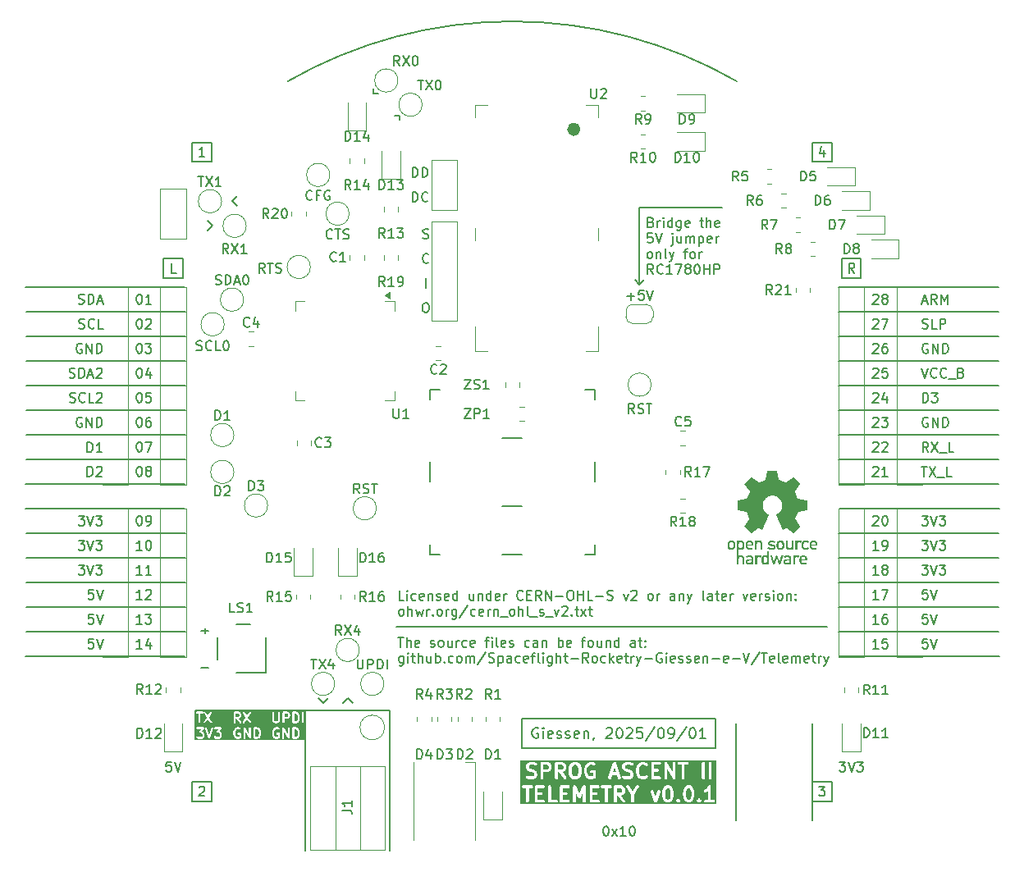
<source format=gbr>
%TF.GenerationSoftware,KiCad,Pcbnew,9.0.3*%
%TF.CreationDate,2025-09-01T11:10:08+02:00*%
%TF.ProjectId,TelemetryOnboard,54656c65-6d65-4747-9279-4f6e626f6172,v0.0.1*%
%TF.SameCoordinates,Original*%
%TF.FileFunction,Legend,Top*%
%TF.FilePolarity,Positive*%
%FSLAX46Y46*%
G04 Gerber Fmt 4.6, Leading zero omitted, Abs format (unit mm)*
G04 Created by KiCad (PCBNEW 9.0.3) date 2025-09-01 11:10:08*
%MOMM*%
%LPD*%
G01*
G04 APERTURE LIST*
%ADD10C,0.200000*%
%ADD11C,0.150000*%
%ADD12C,0.000000*%
%ADD13C,0.300000*%
%ADD14C,0.120000*%
%ADD15C,0.100000*%
%ADD16C,0.127000*%
%ADD17C,0.695000*%
G04 APERTURE END LIST*
D10*
X2671429Y-26450861D02*
X2566667Y-26398480D01*
X2566667Y-26398480D02*
X2409524Y-26398480D01*
X2409524Y-26398480D02*
X2252381Y-26450861D01*
X2252381Y-26450861D02*
X2147619Y-26555623D01*
X2147619Y-26555623D02*
X2095238Y-26660385D01*
X2095238Y-26660385D02*
X2042857Y-26869909D01*
X2042857Y-26869909D02*
X2042857Y-27027052D01*
X2042857Y-27027052D02*
X2095238Y-27236576D01*
X2095238Y-27236576D02*
X2147619Y-27341338D01*
X2147619Y-27341338D02*
X2252381Y-27446100D01*
X2252381Y-27446100D02*
X2409524Y-27498480D01*
X2409524Y-27498480D02*
X2514286Y-27498480D01*
X2514286Y-27498480D02*
X2671429Y-27446100D01*
X2671429Y-27446100D02*
X2723810Y-27393719D01*
X2723810Y-27393719D02*
X2723810Y-27027052D01*
X2723810Y-27027052D02*
X2514286Y-27027052D01*
X3195238Y-27498480D02*
X3195238Y-26765147D01*
X3195238Y-26398480D02*
X3142857Y-26450861D01*
X3142857Y-26450861D02*
X3195238Y-26503242D01*
X3195238Y-26503242D02*
X3247619Y-26450861D01*
X3247619Y-26450861D02*
X3195238Y-26398480D01*
X3195238Y-26398480D02*
X3195238Y-26503242D01*
X4138096Y-27446100D02*
X4033334Y-27498480D01*
X4033334Y-27498480D02*
X3823810Y-27498480D01*
X3823810Y-27498480D02*
X3719048Y-27446100D01*
X3719048Y-27446100D02*
X3666667Y-27341338D01*
X3666667Y-27341338D02*
X3666667Y-26922290D01*
X3666667Y-26922290D02*
X3719048Y-26817528D01*
X3719048Y-26817528D02*
X3823810Y-26765147D01*
X3823810Y-26765147D02*
X4033334Y-26765147D01*
X4033334Y-26765147D02*
X4138096Y-26817528D01*
X4138096Y-26817528D02*
X4190477Y-26922290D01*
X4190477Y-26922290D02*
X4190477Y-27027052D01*
X4190477Y-27027052D02*
X3666667Y-27131814D01*
X4609524Y-27446100D02*
X4714286Y-27498480D01*
X4714286Y-27498480D02*
X4923810Y-27498480D01*
X4923810Y-27498480D02*
X5028572Y-27446100D01*
X5028572Y-27446100D02*
X5080953Y-27341338D01*
X5080953Y-27341338D02*
X5080953Y-27288957D01*
X5080953Y-27288957D02*
X5028572Y-27184195D01*
X5028572Y-27184195D02*
X4923810Y-27131814D01*
X4923810Y-27131814D02*
X4766667Y-27131814D01*
X4766667Y-27131814D02*
X4661905Y-27079433D01*
X4661905Y-27079433D02*
X4609524Y-26974671D01*
X4609524Y-26974671D02*
X4609524Y-26922290D01*
X4609524Y-26922290D02*
X4661905Y-26817528D01*
X4661905Y-26817528D02*
X4766667Y-26765147D01*
X4766667Y-26765147D02*
X4923810Y-26765147D01*
X4923810Y-26765147D02*
X5028572Y-26817528D01*
X5500000Y-27446100D02*
X5604762Y-27498480D01*
X5604762Y-27498480D02*
X5814286Y-27498480D01*
X5814286Y-27498480D02*
X5919048Y-27446100D01*
X5919048Y-27446100D02*
X5971429Y-27341338D01*
X5971429Y-27341338D02*
X5971429Y-27288957D01*
X5971429Y-27288957D02*
X5919048Y-27184195D01*
X5919048Y-27184195D02*
X5814286Y-27131814D01*
X5814286Y-27131814D02*
X5657143Y-27131814D01*
X5657143Y-27131814D02*
X5552381Y-27079433D01*
X5552381Y-27079433D02*
X5500000Y-26974671D01*
X5500000Y-26974671D02*
X5500000Y-26922290D01*
X5500000Y-26922290D02*
X5552381Y-26817528D01*
X5552381Y-26817528D02*
X5657143Y-26765147D01*
X5657143Y-26765147D02*
X5814286Y-26765147D01*
X5814286Y-26765147D02*
X5919048Y-26817528D01*
X6861905Y-27446100D02*
X6757143Y-27498480D01*
X6757143Y-27498480D02*
X6547619Y-27498480D01*
X6547619Y-27498480D02*
X6442857Y-27446100D01*
X6442857Y-27446100D02*
X6390476Y-27341338D01*
X6390476Y-27341338D02*
X6390476Y-26922290D01*
X6390476Y-26922290D02*
X6442857Y-26817528D01*
X6442857Y-26817528D02*
X6547619Y-26765147D01*
X6547619Y-26765147D02*
X6757143Y-26765147D01*
X6757143Y-26765147D02*
X6861905Y-26817528D01*
X6861905Y-26817528D02*
X6914286Y-26922290D01*
X6914286Y-26922290D02*
X6914286Y-27027052D01*
X6914286Y-27027052D02*
X6390476Y-27131814D01*
X7385714Y-26765147D02*
X7385714Y-27498480D01*
X7385714Y-26869909D02*
X7438095Y-26817528D01*
X7438095Y-26817528D02*
X7542857Y-26765147D01*
X7542857Y-26765147D02*
X7700000Y-26765147D01*
X7700000Y-26765147D02*
X7804762Y-26817528D01*
X7804762Y-26817528D02*
X7857143Y-26922290D01*
X7857143Y-26922290D02*
X7857143Y-27498480D01*
X8433333Y-27446100D02*
X8433333Y-27498480D01*
X8433333Y-27498480D02*
X8380952Y-27603242D01*
X8380952Y-27603242D02*
X8328571Y-27655623D01*
X9690476Y-26503242D02*
X9742857Y-26450861D01*
X9742857Y-26450861D02*
X9847619Y-26398480D01*
X9847619Y-26398480D02*
X10109524Y-26398480D01*
X10109524Y-26398480D02*
X10214286Y-26450861D01*
X10214286Y-26450861D02*
X10266667Y-26503242D01*
X10266667Y-26503242D02*
X10319048Y-26608004D01*
X10319048Y-26608004D02*
X10319048Y-26712766D01*
X10319048Y-26712766D02*
X10266667Y-26869909D01*
X10266667Y-26869909D02*
X9638095Y-27498480D01*
X9638095Y-27498480D02*
X10319048Y-27498480D01*
X11000000Y-26398480D02*
X11104762Y-26398480D01*
X11104762Y-26398480D02*
X11209524Y-26450861D01*
X11209524Y-26450861D02*
X11261905Y-26503242D01*
X11261905Y-26503242D02*
X11314286Y-26608004D01*
X11314286Y-26608004D02*
X11366667Y-26817528D01*
X11366667Y-26817528D02*
X11366667Y-27079433D01*
X11366667Y-27079433D02*
X11314286Y-27288957D01*
X11314286Y-27288957D02*
X11261905Y-27393719D01*
X11261905Y-27393719D02*
X11209524Y-27446100D01*
X11209524Y-27446100D02*
X11104762Y-27498480D01*
X11104762Y-27498480D02*
X11000000Y-27498480D01*
X11000000Y-27498480D02*
X10895238Y-27446100D01*
X10895238Y-27446100D02*
X10842857Y-27393719D01*
X10842857Y-27393719D02*
X10790476Y-27288957D01*
X10790476Y-27288957D02*
X10738095Y-27079433D01*
X10738095Y-27079433D02*
X10738095Y-26817528D01*
X10738095Y-26817528D02*
X10790476Y-26608004D01*
X10790476Y-26608004D02*
X10842857Y-26503242D01*
X10842857Y-26503242D02*
X10895238Y-26450861D01*
X10895238Y-26450861D02*
X11000000Y-26398480D01*
X11785714Y-26503242D02*
X11838095Y-26450861D01*
X11838095Y-26450861D02*
X11942857Y-26398480D01*
X11942857Y-26398480D02*
X12204762Y-26398480D01*
X12204762Y-26398480D02*
X12309524Y-26450861D01*
X12309524Y-26450861D02*
X12361905Y-26503242D01*
X12361905Y-26503242D02*
X12414286Y-26608004D01*
X12414286Y-26608004D02*
X12414286Y-26712766D01*
X12414286Y-26712766D02*
X12361905Y-26869909D01*
X12361905Y-26869909D02*
X11733333Y-27498480D01*
X11733333Y-27498480D02*
X12414286Y-27498480D01*
X13409524Y-26398480D02*
X12885714Y-26398480D01*
X12885714Y-26398480D02*
X12833333Y-26922290D01*
X12833333Y-26922290D02*
X12885714Y-26869909D01*
X12885714Y-26869909D02*
X12990476Y-26817528D01*
X12990476Y-26817528D02*
X13252381Y-26817528D01*
X13252381Y-26817528D02*
X13357143Y-26869909D01*
X13357143Y-26869909D02*
X13409524Y-26922290D01*
X13409524Y-26922290D02*
X13461905Y-27027052D01*
X13461905Y-27027052D02*
X13461905Y-27288957D01*
X13461905Y-27288957D02*
X13409524Y-27393719D01*
X13409524Y-27393719D02*
X13357143Y-27446100D01*
X13357143Y-27446100D02*
X13252381Y-27498480D01*
X13252381Y-27498480D02*
X12990476Y-27498480D01*
X12990476Y-27498480D02*
X12885714Y-27446100D01*
X12885714Y-27446100D02*
X12833333Y-27393719D01*
X14719048Y-26346100D02*
X13776190Y-27760385D01*
X15295238Y-26398480D02*
X15400000Y-26398480D01*
X15400000Y-26398480D02*
X15504762Y-26450861D01*
X15504762Y-26450861D02*
X15557143Y-26503242D01*
X15557143Y-26503242D02*
X15609524Y-26608004D01*
X15609524Y-26608004D02*
X15661905Y-26817528D01*
X15661905Y-26817528D02*
X15661905Y-27079433D01*
X15661905Y-27079433D02*
X15609524Y-27288957D01*
X15609524Y-27288957D02*
X15557143Y-27393719D01*
X15557143Y-27393719D02*
X15504762Y-27446100D01*
X15504762Y-27446100D02*
X15400000Y-27498480D01*
X15400000Y-27498480D02*
X15295238Y-27498480D01*
X15295238Y-27498480D02*
X15190476Y-27446100D01*
X15190476Y-27446100D02*
X15138095Y-27393719D01*
X15138095Y-27393719D02*
X15085714Y-27288957D01*
X15085714Y-27288957D02*
X15033333Y-27079433D01*
X15033333Y-27079433D02*
X15033333Y-26817528D01*
X15033333Y-26817528D02*
X15085714Y-26608004D01*
X15085714Y-26608004D02*
X15138095Y-26503242D01*
X15138095Y-26503242D02*
X15190476Y-26450861D01*
X15190476Y-26450861D02*
X15295238Y-26398480D01*
X16185714Y-27498480D02*
X16395238Y-27498480D01*
X16395238Y-27498480D02*
X16500000Y-27446100D01*
X16500000Y-27446100D02*
X16552381Y-27393719D01*
X16552381Y-27393719D02*
X16657143Y-27236576D01*
X16657143Y-27236576D02*
X16709524Y-27027052D01*
X16709524Y-27027052D02*
X16709524Y-26608004D01*
X16709524Y-26608004D02*
X16657143Y-26503242D01*
X16657143Y-26503242D02*
X16604762Y-26450861D01*
X16604762Y-26450861D02*
X16500000Y-26398480D01*
X16500000Y-26398480D02*
X16290476Y-26398480D01*
X16290476Y-26398480D02*
X16185714Y-26450861D01*
X16185714Y-26450861D02*
X16133333Y-26503242D01*
X16133333Y-26503242D02*
X16080952Y-26608004D01*
X16080952Y-26608004D02*
X16080952Y-26869909D01*
X16080952Y-26869909D02*
X16133333Y-26974671D01*
X16133333Y-26974671D02*
X16185714Y-27027052D01*
X16185714Y-27027052D02*
X16290476Y-27079433D01*
X16290476Y-27079433D02*
X16500000Y-27079433D01*
X16500000Y-27079433D02*
X16604762Y-27027052D01*
X16604762Y-27027052D02*
X16657143Y-26974671D01*
X16657143Y-26974671D02*
X16709524Y-26869909D01*
X17966667Y-26346100D02*
X17023809Y-27760385D01*
X18542857Y-26398480D02*
X18647619Y-26398480D01*
X18647619Y-26398480D02*
X18752381Y-26450861D01*
X18752381Y-26450861D02*
X18804762Y-26503242D01*
X18804762Y-26503242D02*
X18857143Y-26608004D01*
X18857143Y-26608004D02*
X18909524Y-26817528D01*
X18909524Y-26817528D02*
X18909524Y-27079433D01*
X18909524Y-27079433D02*
X18857143Y-27288957D01*
X18857143Y-27288957D02*
X18804762Y-27393719D01*
X18804762Y-27393719D02*
X18752381Y-27446100D01*
X18752381Y-27446100D02*
X18647619Y-27498480D01*
X18647619Y-27498480D02*
X18542857Y-27498480D01*
X18542857Y-27498480D02*
X18438095Y-27446100D01*
X18438095Y-27446100D02*
X18385714Y-27393719D01*
X18385714Y-27393719D02*
X18333333Y-27288957D01*
X18333333Y-27288957D02*
X18280952Y-27079433D01*
X18280952Y-27079433D02*
X18280952Y-26817528D01*
X18280952Y-26817528D02*
X18333333Y-26608004D01*
X18333333Y-26608004D02*
X18385714Y-26503242D01*
X18385714Y-26503242D02*
X18438095Y-26450861D01*
X18438095Y-26450861D02*
X18542857Y-26398480D01*
X19957143Y-27498480D02*
X19328571Y-27498480D01*
X19642857Y-27498480D02*
X19642857Y-26398480D01*
X19642857Y-26398480D02*
X19538095Y-26555623D01*
X19538095Y-26555623D02*
X19433333Y-26660385D01*
X19433333Y-26660385D02*
X19328571Y-26712766D01*
X-50165016Y-6349940D02*
X-33707016Y-6349940D01*
X33706984Y3810060D02*
X50164984Y3810060D01*
X33781984Y-19049940D02*
X50239984Y-19049940D01*
D11*
X-13860016Y39060062D02*
X-14360016Y39060062D01*
X-31440016Y25900060D02*
X-30940016Y25400060D01*
D10*
X-50165016Y13970060D02*
X-33707016Y13970060D01*
X33706984Y-13969940D02*
X50164984Y-13969940D01*
D11*
X-19525016Y-23874940D02*
X-20025016Y-23374940D01*
X-33025016Y34000060D02*
X-33025016Y32000060D01*
X-8500015Y-7499950D02*
X-8500015Y-8499950D01*
X13139984Y27310062D02*
X21639984Y27310062D01*
D10*
X-50240016Y-3809940D02*
X-33782016Y-3809940D01*
X33706984Y16510060D02*
X50164984Y16510060D01*
D11*
X-28900016Y27940060D02*
X-28400016Y27440060D01*
X30974984Y-31999940D02*
X30974984Y-33999940D01*
X-15Y46500060D02*
G75*
G02*
X23178892Y40311203I5J-46499981D01*
G01*
X-34000016Y22000060D02*
X-36000016Y22000060D01*
X-8500015Y-8499950D02*
X-7500015Y-8499950D01*
D12*
G36*
X25504898Y-7070170D02*
G01*
X25519142Y-7071188D01*
X25547751Y-7075249D01*
X25576288Y-7081993D01*
X25604469Y-7091402D01*
X25618338Y-7097099D01*
X25632014Y-7103455D01*
X25645459Y-7110468D01*
X25658640Y-7118134D01*
X25671522Y-7126452D01*
X25684068Y-7135419D01*
X25696244Y-7145033D01*
X25708014Y-7155291D01*
X25719344Y-7166190D01*
X25730197Y-7177730D01*
X25740540Y-7189906D01*
X25750337Y-7202716D01*
X25759552Y-7216159D01*
X25768150Y-7230232D01*
X25776097Y-7244931D01*
X25783356Y-7260256D01*
X25789893Y-7276203D01*
X25795673Y-7292770D01*
X25800660Y-7309955D01*
X25804820Y-7327755D01*
X25808116Y-7346167D01*
X25810514Y-7365190D01*
X25811979Y-7384821D01*
X25812475Y-7405057D01*
X25812475Y-8046672D01*
X25618271Y-8046672D01*
X25618271Y-7471732D01*
X25618038Y-7459567D01*
X25617345Y-7447731D01*
X25616201Y-7436227D01*
X25614616Y-7425059D01*
X25612598Y-7414231D01*
X25610156Y-7403747D01*
X25607300Y-7393610D01*
X25604039Y-7383824D01*
X25600381Y-7374394D01*
X25596336Y-7365322D01*
X25591913Y-7356613D01*
X25587121Y-7348270D01*
X25581969Y-7340297D01*
X25576466Y-7332698D01*
X25570622Y-7325477D01*
X25564444Y-7318638D01*
X25557943Y-7312183D01*
X25551128Y-7306118D01*
X25544007Y-7300445D01*
X25536589Y-7295169D01*
X25528885Y-7290294D01*
X25520902Y-7285822D01*
X25512650Y-7281759D01*
X25504138Y-7278107D01*
X25495375Y-7274870D01*
X25486370Y-7272053D01*
X25477132Y-7269659D01*
X25467671Y-7267692D01*
X25457995Y-7266155D01*
X25448114Y-7265053D01*
X25438036Y-7264389D01*
X25427770Y-7264167D01*
X25417500Y-7264389D01*
X25407406Y-7265053D01*
X25397500Y-7266155D01*
X25387790Y-7267692D01*
X25378287Y-7269659D01*
X25369000Y-7272053D01*
X25359939Y-7274870D01*
X25351114Y-7278107D01*
X25342534Y-7281759D01*
X25334210Y-7285822D01*
X25326150Y-7290294D01*
X25318366Y-7295169D01*
X25310866Y-7300445D01*
X25303660Y-7306118D01*
X25296758Y-7312183D01*
X25290171Y-7318638D01*
X25283907Y-7325477D01*
X25277976Y-7332698D01*
X25272388Y-7340297D01*
X25267154Y-7348270D01*
X25262282Y-7356613D01*
X25257782Y-7365322D01*
X25253665Y-7374394D01*
X25249940Y-7383824D01*
X25246616Y-7393610D01*
X25243704Y-7403747D01*
X25241213Y-7414231D01*
X25239153Y-7425059D01*
X25237534Y-7436227D01*
X25236365Y-7447731D01*
X25235657Y-7459567D01*
X25235419Y-7471732D01*
X25235419Y-8046672D01*
X25041214Y-8046672D01*
X25041347Y-8046671D01*
X25041347Y-7081340D01*
X25235551Y-7081340D01*
X25235551Y-7184130D01*
X25239387Y-7184130D01*
X25251109Y-7170289D01*
X25263443Y-7157341D01*
X25276372Y-7145286D01*
X25289879Y-7134124D01*
X25303946Y-7123855D01*
X25318557Y-7114479D01*
X25333693Y-7105995D01*
X25349338Y-7098405D01*
X25365474Y-7091708D01*
X25382085Y-7085904D01*
X25399153Y-7080992D01*
X25416660Y-7076974D01*
X25434590Y-7073848D01*
X25452925Y-7071616D01*
X25471648Y-7070276D01*
X25490741Y-7069830D01*
X25504898Y-7070170D01*
G37*
D10*
X-50240016Y-1269940D02*
X-33782016Y-1269940D01*
X-50165016Y-8889940D02*
X-33707016Y-8889940D01*
D11*
X-16985016Y-23374940D02*
X-16485016Y-23874940D01*
D12*
G36*
X24497424Y-7070291D02*
G01*
X24517132Y-7071666D01*
X24536615Y-7073943D01*
X24555845Y-7077110D01*
X24574794Y-7081154D01*
X24593432Y-7086064D01*
X24611731Y-7091826D01*
X24629663Y-7098430D01*
X24647199Y-7105862D01*
X24664310Y-7114110D01*
X24680967Y-7123163D01*
X24697143Y-7133008D01*
X24712809Y-7143632D01*
X24727935Y-7155024D01*
X24742494Y-7167171D01*
X24756456Y-7180062D01*
X24769794Y-7193684D01*
X24782479Y-7208024D01*
X24794481Y-7223071D01*
X24805773Y-7238812D01*
X24816326Y-7255235D01*
X24826112Y-7272328D01*
X24835101Y-7290079D01*
X24843265Y-7308476D01*
X24850575Y-7327506D01*
X24857004Y-7347156D01*
X24862522Y-7367416D01*
X24867101Y-7388272D01*
X24870712Y-7409713D01*
X24873327Y-7431726D01*
X24874917Y-7454299D01*
X24875453Y-7477420D01*
X24875453Y-7637362D01*
X24273790Y-7637362D01*
X24274073Y-7651954D01*
X24274913Y-7666088D01*
X24276301Y-7679764D01*
X24278223Y-7692982D01*
X24280670Y-7705741D01*
X24283630Y-7718041D01*
X24287093Y-7729882D01*
X24291046Y-7741262D01*
X24295479Y-7752182D01*
X24300381Y-7762642D01*
X24305740Y-7772641D01*
X24311546Y-7782178D01*
X24317787Y-7791254D01*
X24324452Y-7799868D01*
X24331530Y-7808019D01*
X24339010Y-7815707D01*
X24346881Y-7822932D01*
X24355131Y-7829694D01*
X24363749Y-7835992D01*
X24372725Y-7841826D01*
X24382047Y-7847195D01*
X24391703Y-7852099D01*
X24401684Y-7856538D01*
X24411977Y-7860511D01*
X24422572Y-7864018D01*
X24433457Y-7867058D01*
X24444622Y-7869632D01*
X24456054Y-7871739D01*
X24467744Y-7873378D01*
X24479679Y-7874549D01*
X24491849Y-7875252D01*
X24504243Y-7875486D01*
X24518218Y-7875086D01*
X24532284Y-7873893D01*
X24546401Y-7871923D01*
X24560526Y-7869190D01*
X24574618Y-7865708D01*
X24588635Y-7861492D01*
X24602535Y-7856556D01*
X24616277Y-7850913D01*
X24629819Y-7844580D01*
X24643119Y-7837569D01*
X24656136Y-7829896D01*
X24668828Y-7821574D01*
X24681153Y-7812618D01*
X24693070Y-7803042D01*
X24704537Y-7792861D01*
X24715512Y-7782089D01*
X24856403Y-7901945D01*
X24838216Y-7921902D01*
X24819395Y-7940368D01*
X24799974Y-7957370D01*
X24779986Y-7972938D01*
X24759463Y-7987099D01*
X24738440Y-7999881D01*
X24716949Y-8011312D01*
X24695024Y-8021420D01*
X24672696Y-8030235D01*
X24650001Y-8037782D01*
X24626970Y-8044092D01*
X24603637Y-8049191D01*
X24580035Y-8053109D01*
X24556197Y-8055872D01*
X24532157Y-8057509D01*
X24507947Y-8058049D01*
X24470500Y-8056882D01*
X24432681Y-8053183D01*
X24394875Y-8046648D01*
X24357467Y-8036979D01*
X24320841Y-8023874D01*
X24302941Y-8015938D01*
X24285381Y-8007031D01*
X24268209Y-7997114D01*
X24251473Y-7986150D01*
X24235221Y-7974101D01*
X24219501Y-7960930D01*
X24204362Y-7946599D01*
X24189850Y-7931070D01*
X24176015Y-7914306D01*
X24162904Y-7896269D01*
X24150566Y-7876922D01*
X24139049Y-7856226D01*
X24128400Y-7834145D01*
X24118668Y-7810641D01*
X24109901Y-7785675D01*
X24102147Y-7759211D01*
X24095454Y-7731211D01*
X24089870Y-7701637D01*
X24085443Y-7670451D01*
X24082221Y-7637617D01*
X24080253Y-7603095D01*
X24079586Y-7566850D01*
X24080198Y-7532427D01*
X24082004Y-7499462D01*
X24084060Y-7477553D01*
X24273790Y-7477553D01*
X24681249Y-7477553D01*
X24680488Y-7464000D01*
X24679277Y-7450852D01*
X24677627Y-7438109D01*
X24675544Y-7425773D01*
X24673038Y-7413847D01*
X24670118Y-7402331D01*
X24666793Y-7391229D01*
X24663071Y-7380540D01*
X24658961Y-7370268D01*
X24654472Y-7360413D01*
X24649612Y-7350978D01*
X24644390Y-7341964D01*
X24638816Y-7333373D01*
X24632898Y-7325207D01*
X24626644Y-7317467D01*
X24620064Y-7310155D01*
X24613166Y-7303273D01*
X24605958Y-7296822D01*
X24598451Y-7290805D01*
X24590652Y-7285223D01*
X24582570Y-7280077D01*
X24574215Y-7275370D01*
X24565594Y-7271103D01*
X24556717Y-7267278D01*
X24547592Y-7263896D01*
X24538228Y-7260960D01*
X24528634Y-7258471D01*
X24518819Y-7256430D01*
X24508791Y-7254840D01*
X24498559Y-7253702D01*
X24488132Y-7253018D01*
X24477519Y-7252790D01*
X24466901Y-7253018D01*
X24456459Y-7253702D01*
X24446204Y-7254840D01*
X24436144Y-7256430D01*
X24426290Y-7258471D01*
X24416652Y-7260960D01*
X24407239Y-7263896D01*
X24398062Y-7267278D01*
X24389129Y-7271103D01*
X24380451Y-7275370D01*
X24372038Y-7280077D01*
X24363899Y-7285222D01*
X24356044Y-7290805D01*
X24348482Y-7296822D01*
X24341225Y-7303272D01*
X24334281Y-7310155D01*
X24327660Y-7317466D01*
X24321372Y-7325206D01*
X24315427Y-7333373D01*
X24309835Y-7341964D01*
X24304605Y-7350978D01*
X24299747Y-7360413D01*
X24295271Y-7370267D01*
X24291187Y-7380540D01*
X24287504Y-7391228D01*
X24284233Y-7402331D01*
X24281383Y-7413847D01*
X24278963Y-7425773D01*
X24276985Y-7438109D01*
X24275456Y-7450852D01*
X24274388Y-7464000D01*
X24273790Y-7477553D01*
X24084060Y-7477553D01*
X24084963Y-7467933D01*
X24089029Y-7437814D01*
X24094160Y-7409082D01*
X24100314Y-7381713D01*
X24107446Y-7355683D01*
X24115514Y-7330967D01*
X24124474Y-7307543D01*
X24134283Y-7285385D01*
X24144899Y-7264470D01*
X24156277Y-7244774D01*
X24168375Y-7226273D01*
X24181149Y-7208942D01*
X24194557Y-7192758D01*
X24208554Y-7177697D01*
X24223099Y-7163735D01*
X24238147Y-7150847D01*
X24253655Y-7139011D01*
X24269581Y-7128201D01*
X24285881Y-7118394D01*
X24302512Y-7109565D01*
X24319431Y-7101691D01*
X24336594Y-7094748D01*
X24353958Y-7088712D01*
X24371481Y-7083558D01*
X24389119Y-7079264D01*
X24406828Y-7075803D01*
X24442289Y-7071291D01*
X24477519Y-7069830D01*
X24497424Y-7070291D01*
G37*
D11*
X-21325016Y-24574940D02*
X-21325016Y-39074940D01*
D10*
X33706984Y13970060D02*
X50164984Y13970060D01*
X-50165016Y-16509940D02*
X-33707016Y-16509940D01*
D12*
G36*
X27303330Y148216D02*
G01*
X27305368Y148064D01*
X27307397Y147815D01*
X27309413Y147469D01*
X27311415Y147031D01*
X27313397Y146501D01*
X27315358Y145884D01*
X27317295Y145181D01*
X27319204Y144395D01*
X27321082Y143528D01*
X27322926Y142583D01*
X27324733Y141563D01*
X27326500Y140469D01*
X27328224Y139305D01*
X27329902Y138073D01*
X27331531Y136774D01*
X27333107Y135413D01*
X27334628Y133991D01*
X27336090Y132511D01*
X27337491Y130975D01*
X27338828Y129386D01*
X27340096Y127746D01*
X27341294Y126058D01*
X27342418Y124325D01*
X27343465Y122548D01*
X27344432Y120730D01*
X27345316Y118874D01*
X27346114Y116983D01*
X27346822Y115058D01*
X27347438Y113102D01*
X27347959Y111118D01*
X27348381Y109109D01*
X27518508Y-805026D01*
X27518928Y-807053D01*
X27519441Y-809085D01*
X27520044Y-811122D01*
X27520734Y-813158D01*
X27522365Y-817218D01*
X27524311Y-821238D01*
X27526547Y-825193D01*
X27529050Y-829055D01*
X27531796Y-832798D01*
X27534764Y-836396D01*
X27537928Y-839822D01*
X27541265Y-843049D01*
X27544753Y-846051D01*
X27548367Y-848801D01*
X27552084Y-851272D01*
X27555881Y-853439D01*
X27557802Y-854400D01*
X27559734Y-855275D01*
X27561674Y-856060D01*
X27563620Y-856753D01*
X28176263Y-1107578D01*
X28180061Y-1109272D01*
X28184091Y-1110688D01*
X28188316Y-1111827D01*
X28192702Y-1112691D01*
X28197212Y-1113285D01*
X28201812Y-1113610D01*
X28206466Y-1113669D01*
X28211138Y-1113464D01*
X28215793Y-1113000D01*
X28220395Y-1112277D01*
X28224910Y-1111300D01*
X28229301Y-1110070D01*
X28233533Y-1108591D01*
X28237571Y-1106865D01*
X28241379Y-1104895D01*
X28244922Y-1102683D01*
X29008642Y-578543D01*
X29010356Y-577421D01*
X29012122Y-576388D01*
X29013935Y-575441D01*
X29015793Y-574582D01*
X29017691Y-573810D01*
X29019624Y-573124D01*
X29021590Y-572524D01*
X29023584Y-572009D01*
X29025603Y-571580D01*
X29027641Y-571235D01*
X29031763Y-570797D01*
X29035919Y-570693D01*
X29040077Y-570920D01*
X29044206Y-571474D01*
X29048273Y-572351D01*
X29052248Y-573549D01*
X29054191Y-574267D01*
X29056099Y-575064D01*
X29057968Y-575940D01*
X29059794Y-576893D01*
X29061573Y-577925D01*
X29063301Y-579033D01*
X29064975Y-580219D01*
X29066590Y-581480D01*
X29068142Y-582818D01*
X29069628Y-584232D01*
X29712830Y-1227434D01*
X29714255Y-1228931D01*
X29715601Y-1230493D01*
X29716870Y-1232117D01*
X29718061Y-1233798D01*
X29719173Y-1235533D01*
X29720206Y-1237318D01*
X29722034Y-1241020D01*
X29723544Y-1244876D01*
X29724734Y-1248853D01*
X29725600Y-1252922D01*
X29726142Y-1257051D01*
X29726356Y-1261209D01*
X29726241Y-1265366D01*
X29725795Y-1269490D01*
X29725015Y-1273552D01*
X29723900Y-1277520D01*
X29723215Y-1279459D01*
X29722447Y-1281363D01*
X29721593Y-1283228D01*
X29720653Y-1285051D01*
X29719629Y-1286827D01*
X29718518Y-1288552D01*
X29203507Y-2039175D01*
X29201276Y-2042737D01*
X29199298Y-2046553D01*
X29197575Y-2050589D01*
X29196109Y-2054811D01*
X29194900Y-2059185D01*
X29193951Y-2063676D01*
X29193264Y-2068252D01*
X29192841Y-2072877D01*
X29192682Y-2077517D01*
X29192790Y-2082139D01*
X29193167Y-2086709D01*
X29193814Y-2091191D01*
X29194734Y-2095552D01*
X29195927Y-2099759D01*
X29197395Y-2103776D01*
X29199141Y-2107570D01*
X29470074Y-2739660D01*
X29471601Y-2743544D01*
X29473486Y-2747393D01*
X29475702Y-2751183D01*
X29478221Y-2754892D01*
X29481017Y-2758496D01*
X29484062Y-2761972D01*
X29487331Y-2765298D01*
X29490795Y-2768450D01*
X29494428Y-2771404D01*
X29498203Y-2774139D01*
X29502094Y-2776631D01*
X29506073Y-2778857D01*
X29510112Y-2780794D01*
X29514186Y-2782418D01*
X29518268Y-2783708D01*
X29522330Y-2784639D01*
X30406170Y-2948945D01*
X30406832Y-2948945D01*
X30408841Y-2949379D01*
X30410825Y-2949910D01*
X30412780Y-2950535D01*
X30414705Y-2951251D01*
X30416596Y-2952055D01*
X30418452Y-2952944D01*
X30420269Y-2953916D01*
X30422045Y-2954966D01*
X30423778Y-2956093D01*
X30425465Y-2957293D01*
X30428691Y-2959900D01*
X30431703Y-2962764D01*
X30434481Y-2965862D01*
X30437004Y-2969168D01*
X30439254Y-2972661D01*
X30441208Y-2976314D01*
X30442069Y-2978194D01*
X30442848Y-2980106D01*
X30443544Y-2982046D01*
X30444153Y-2984011D01*
X30444674Y-2985999D01*
X30445103Y-2988007D01*
X30445439Y-2990031D01*
X30445678Y-2992069D01*
X30445818Y-2994117D01*
X30445857Y-2996173D01*
X30445857Y-3905811D01*
X30445806Y-3907867D01*
X30445655Y-3909916D01*
X30445405Y-3911956D01*
X30445059Y-3913982D01*
X30444621Y-3915992D01*
X30444092Y-3917984D01*
X30443474Y-3919953D01*
X30442771Y-3921896D01*
X30441985Y-3923812D01*
X30441119Y-3925696D01*
X30440174Y-3927546D01*
X30439153Y-3929358D01*
X30438060Y-3931130D01*
X30436895Y-3932858D01*
X30435663Y-3934540D01*
X30434365Y-3936172D01*
X30433003Y-3937751D01*
X30431581Y-3939274D01*
X30430101Y-3940739D01*
X30428565Y-3942142D01*
X30426976Y-3943480D01*
X30425336Y-3944750D01*
X30423648Y-3945949D01*
X30421915Y-3947073D01*
X30420138Y-3948121D01*
X30418320Y-3949089D01*
X30416464Y-3949973D01*
X30414573Y-3950771D01*
X30412648Y-3951479D01*
X30410692Y-3952096D01*
X30408708Y-3952616D01*
X30406699Y-3953039D01*
X29544554Y-4113509D01*
X29542517Y-4113929D01*
X29540477Y-4114443D01*
X29538435Y-4115048D01*
X29536397Y-4115741D01*
X29532340Y-4117379D01*
X29528332Y-4119334D01*
X29524399Y-4121582D01*
X29520565Y-4124099D01*
X29516857Y-4126862D01*
X29513301Y-4129847D01*
X29509921Y-4133030D01*
X29506743Y-4136389D01*
X29503793Y-4139898D01*
X29501097Y-4143535D01*
X29498680Y-4147276D01*
X29496567Y-4151097D01*
X29494785Y-4154974D01*
X29494025Y-4156927D01*
X29493358Y-4158885D01*
X29224144Y-4831191D01*
X29222474Y-4835011D01*
X29221083Y-4839057D01*
X29219968Y-4843294D01*
X29219126Y-4847686D01*
X29218553Y-4852199D01*
X29218247Y-4856799D01*
X29218205Y-4861449D01*
X29218423Y-4866116D01*
X29218899Y-4870764D01*
X29219628Y-4875359D01*
X29220609Y-4879865D01*
X29221838Y-4884248D01*
X29223312Y-4888473D01*
X29225028Y-4892505D01*
X29226982Y-4896309D01*
X29229172Y-4899850D01*
X29718916Y-5613432D01*
X29720037Y-5615146D01*
X29721071Y-5616913D01*
X29722017Y-5618728D01*
X29722876Y-5620588D01*
X29723649Y-5622489D01*
X29724335Y-5624426D01*
X29724935Y-5626396D01*
X29725450Y-5628395D01*
X29725879Y-5630418D01*
X29726224Y-5632462D01*
X29726662Y-5636595D01*
X29726765Y-5640763D01*
X29726539Y-5644933D01*
X29725985Y-5649074D01*
X29725108Y-5653154D01*
X29723910Y-5657140D01*
X29723192Y-5659088D01*
X29722395Y-5661001D01*
X29721519Y-5662874D01*
X29720565Y-5664704D01*
X29719534Y-5666487D01*
X29718426Y-5668218D01*
X29717240Y-5669894D01*
X29715978Y-5671511D01*
X29714641Y-5673064D01*
X29713227Y-5674550D01*
X29069893Y-6317752D01*
X29068419Y-6319165D01*
X29066878Y-6320502D01*
X29065274Y-6321762D01*
X29063610Y-6322945D01*
X29061891Y-6324051D01*
X29060120Y-6325079D01*
X29056439Y-6326901D01*
X29052599Y-6328408D01*
X29048632Y-6329598D01*
X29044569Y-6330468D01*
X29040442Y-6331015D01*
X29036282Y-6331236D01*
X29032121Y-6331129D01*
X29027992Y-6330691D01*
X29023924Y-6329919D01*
X29019950Y-6328811D01*
X29018008Y-6328130D01*
X29016101Y-6327364D01*
X29014234Y-6326512D01*
X29012410Y-6325575D01*
X29010633Y-6324551D01*
X29008907Y-6323441D01*
X28307893Y-5842296D01*
X28304359Y-5840123D01*
X28300578Y-5838217D01*
X28296582Y-5836579D01*
X28292406Y-5835210D01*
X28288085Y-5834111D01*
X28283652Y-5833283D01*
X28279142Y-5832725D01*
X28274588Y-5832440D01*
X28270025Y-5832428D01*
X28265487Y-5832689D01*
X28261008Y-5833225D01*
X28256622Y-5834036D01*
X28252363Y-5835123D01*
X28248265Y-5836487D01*
X28244362Y-5838128D01*
X28240689Y-5840047D01*
X27931523Y-6005147D01*
X27929679Y-6006036D01*
X27927818Y-6006817D01*
X27925944Y-6007492D01*
X27924061Y-6008062D01*
X27922171Y-6008529D01*
X27920279Y-6008894D01*
X27918387Y-6009157D01*
X27916498Y-6009320D01*
X27914616Y-6009385D01*
X27912744Y-6009353D01*
X27910885Y-6009224D01*
X27909043Y-6009000D01*
X27907221Y-6008683D01*
X27905422Y-6008273D01*
X27903649Y-6007772D01*
X27901907Y-6007181D01*
X27900197Y-6006501D01*
X27898523Y-6005734D01*
X27896888Y-6004880D01*
X27895297Y-6003942D01*
X27893751Y-6002919D01*
X27892255Y-6001814D01*
X27890811Y-6000628D01*
X27889424Y-5999361D01*
X27888095Y-5998016D01*
X27886829Y-5996593D01*
X27885628Y-5995093D01*
X27884496Y-5993519D01*
X27883436Y-5991870D01*
X27882452Y-5990149D01*
X27881547Y-5988357D01*
X27880723Y-5986494D01*
X27243342Y-4446222D01*
X27242598Y-4444309D01*
X27241951Y-4442367D01*
X27241402Y-4440399D01*
X27240948Y-4438410D01*
X27240588Y-4436403D01*
X27240321Y-4434382D01*
X27240146Y-4432349D01*
X27240062Y-4430310D01*
X27240067Y-4428267D01*
X27240160Y-4426224D01*
X27240340Y-4424185D01*
X27240605Y-4422154D01*
X27240955Y-4420133D01*
X27241388Y-4418128D01*
X27241903Y-4416140D01*
X27242499Y-4414175D01*
X27243174Y-4412235D01*
X27243927Y-4410324D01*
X27244758Y-4408446D01*
X27245664Y-4406604D01*
X27246644Y-4404803D01*
X27247698Y-4403046D01*
X27248824Y-4401335D01*
X27250021Y-4399676D01*
X27251287Y-4398072D01*
X27252622Y-4396525D01*
X27254023Y-4395041D01*
X27255491Y-4393622D01*
X27257023Y-4392273D01*
X27258619Y-4390996D01*
X27260276Y-4389796D01*
X27261995Y-4388675D01*
X27339386Y-4341315D01*
X27344967Y-4337764D01*
X27350920Y-4333717D01*
X27357134Y-4329260D01*
X27363496Y-4324481D01*
X27369896Y-4319466D01*
X27376221Y-4314303D01*
X27382360Y-4309077D01*
X27388202Y-4303876D01*
X27439415Y-4268840D01*
X27488291Y-4230793D01*
X27534695Y-4189869D01*
X27578495Y-4146200D01*
X27619557Y-4099919D01*
X27657748Y-4051160D01*
X27692935Y-4000055D01*
X27724983Y-3946739D01*
X27753761Y-3891344D01*
X27779134Y-3834002D01*
X27800969Y-3774849D01*
X27819133Y-3714015D01*
X27833493Y-3651635D01*
X27843915Y-3587842D01*
X27850266Y-3522769D01*
X27852413Y-3456549D01*
X27851104Y-3404790D01*
X27847219Y-3353709D01*
X27840820Y-3303371D01*
X27831973Y-3253837D01*
X27820739Y-3205172D01*
X27807181Y-3157439D01*
X27791364Y-3110701D01*
X27773350Y-3065021D01*
X27753203Y-3020463D01*
X27730986Y-2977089D01*
X27706761Y-2934963D01*
X27680593Y-2894148D01*
X27652545Y-2854708D01*
X27622680Y-2816705D01*
X27591060Y-2780203D01*
X27557750Y-2745266D01*
X27522812Y-2711956D01*
X27486311Y-2680336D01*
X27448308Y-2650471D01*
X27408868Y-2622422D01*
X27368053Y-2596255D01*
X27325927Y-2572030D01*
X27282553Y-2549813D01*
X27237995Y-2529666D01*
X27192315Y-2511652D01*
X27145577Y-2495835D01*
X27097843Y-2482277D01*
X27049179Y-2471043D01*
X26999645Y-2462195D01*
X26949307Y-2455797D01*
X26898226Y-2451912D01*
X26846467Y-2450603D01*
X26794708Y-2451911D01*
X26743627Y-2455796D01*
X26693289Y-2462192D01*
X26643756Y-2471038D01*
X26595091Y-2482269D01*
X26547358Y-2495823D01*
X26500619Y-2511637D01*
X26454939Y-2529647D01*
X26410381Y-2549790D01*
X26367007Y-2572004D01*
X26324881Y-2596224D01*
X26284066Y-2622388D01*
X26244626Y-2650432D01*
X26206624Y-2680294D01*
X26170122Y-2711910D01*
X26135184Y-2745216D01*
X26101874Y-2780151D01*
X26070255Y-2816650D01*
X26040389Y-2854651D01*
X26012341Y-2894090D01*
X25986173Y-2934904D01*
X25961949Y-2977030D01*
X25939731Y-3020405D01*
X25919584Y-3064965D01*
X25901570Y-3110648D01*
X25885753Y-3157390D01*
X25872196Y-3205128D01*
X25860961Y-3253799D01*
X25852114Y-3303340D01*
X25845716Y-3353687D01*
X25841830Y-3404778D01*
X25840521Y-3456549D01*
X25841061Y-3489793D01*
X25842668Y-3522767D01*
X25845326Y-3555454D01*
X25849019Y-3587837D01*
X25853729Y-3619899D01*
X25859441Y-3651624D01*
X25866137Y-3682995D01*
X25873801Y-3713996D01*
X25882416Y-3744611D01*
X25891965Y-3774822D01*
X25902432Y-3804613D01*
X25913800Y-3833967D01*
X25926053Y-3862869D01*
X25939174Y-3891300D01*
X25967951Y-3946689D01*
X26000000Y-4000000D01*
X26035186Y-4051101D01*
X26073377Y-4099860D01*
X26114439Y-4146143D01*
X26158239Y-4189819D01*
X26204644Y-4230755D01*
X26253519Y-4268819D01*
X26304733Y-4303876D01*
X26310618Y-4309077D01*
X26316790Y-4314303D01*
X26323139Y-4319466D01*
X26329554Y-4324481D01*
X26335926Y-4329260D01*
X26342145Y-4333716D01*
X26348099Y-4337764D01*
X26353681Y-4341315D01*
X26431071Y-4388675D01*
X26432790Y-4389784D01*
X26434448Y-4390974D01*
X26436043Y-4392242D01*
X26437576Y-4393584D01*
X26439043Y-4394997D01*
X26440445Y-4396476D01*
X26443046Y-4399620D01*
X26445369Y-4402987D01*
X26447403Y-4406546D01*
X26449139Y-4410269D01*
X26450568Y-4414125D01*
X26451679Y-4418085D01*
X26452462Y-4422119D01*
X26452907Y-4426198D01*
X26453005Y-4430291D01*
X26452746Y-4434370D01*
X26452479Y-4436395D01*
X26452119Y-4438405D01*
X26451665Y-4440396D01*
X26451115Y-4442365D01*
X26450469Y-4444309D01*
X26449724Y-4446222D01*
X25812343Y-5986494D01*
X25811520Y-5988357D01*
X25810615Y-5990149D01*
X25809630Y-5991870D01*
X25808571Y-5993519D01*
X25807439Y-5995093D01*
X25806238Y-5996593D01*
X25804972Y-5998016D01*
X25803643Y-5999361D01*
X25802255Y-6000628D01*
X25800812Y-6001814D01*
X25799316Y-6002919D01*
X25797770Y-6003942D01*
X25796178Y-6004880D01*
X25794544Y-6005734D01*
X25792870Y-6006501D01*
X25791160Y-6007181D01*
X25789417Y-6007772D01*
X25787645Y-6008273D01*
X25785846Y-6008683D01*
X25784024Y-6009000D01*
X25782182Y-6009224D01*
X25780323Y-6009353D01*
X25778451Y-6009385D01*
X25776569Y-6009320D01*
X25774680Y-6009157D01*
X25772788Y-6008894D01*
X25770895Y-6008529D01*
X25769006Y-6008062D01*
X25767123Y-6007492D01*
X25765249Y-6006817D01*
X25763388Y-6006036D01*
X25761544Y-6005147D01*
X25452378Y-5840047D01*
X25448705Y-5838106D01*
X25444802Y-5836449D01*
X25440704Y-5835074D01*
X25436445Y-5833980D01*
X25432059Y-5833167D01*
X25427579Y-5832631D01*
X25423041Y-5832373D01*
X25418478Y-5832391D01*
X25413924Y-5832683D01*
X25409414Y-5833248D01*
X25404981Y-5834085D01*
X25400660Y-5835192D01*
X25396485Y-5836568D01*
X25392489Y-5838211D01*
X25388707Y-5840121D01*
X25385174Y-5842296D01*
X24684160Y-6323441D01*
X24682434Y-6324551D01*
X24680657Y-6325575D01*
X24678833Y-6326512D01*
X24676965Y-6327364D01*
X24675058Y-6328130D01*
X24673116Y-6328811D01*
X24671142Y-6329407D01*
X24669141Y-6329919D01*
X24665071Y-6330691D01*
X24660938Y-6331129D01*
X24656774Y-6331236D01*
X24652609Y-6331015D01*
X24648475Y-6330468D01*
X24644403Y-6329598D01*
X24640425Y-6328409D01*
X24638481Y-6327695D01*
X24636573Y-6326901D01*
X24634703Y-6326030D01*
X24632876Y-6325079D01*
X24631097Y-6324051D01*
X24629368Y-6322946D01*
X24627695Y-6321762D01*
X24626080Y-6320502D01*
X24624527Y-6319166D01*
X24623042Y-6317752D01*
X23979707Y-5674550D01*
X23978294Y-5673065D01*
X23976957Y-5671512D01*
X23975697Y-5669897D01*
X23974514Y-5668224D01*
X23973408Y-5666495D01*
X23972380Y-5664716D01*
X23970558Y-5661019D01*
X23969051Y-5657167D01*
X23967861Y-5653189D01*
X23966992Y-5649117D01*
X23966445Y-5644983D01*
X23966224Y-5640818D01*
X23966331Y-5636653D01*
X23966769Y-5632521D01*
X23967541Y-5628451D01*
X23968649Y-5624476D01*
X23969330Y-5622533D01*
X23970096Y-5620626D01*
X23970948Y-5618759D01*
X23971885Y-5616935D01*
X23972909Y-5615158D01*
X23974019Y-5613432D01*
X24463763Y-4899850D01*
X24465998Y-4896309D01*
X24467989Y-4892505D01*
X24469733Y-4888473D01*
X24471229Y-4884248D01*
X24472473Y-4879865D01*
X24473464Y-4875359D01*
X24474199Y-4870764D01*
X24474677Y-4866116D01*
X24474893Y-4861449D01*
X24474847Y-4856799D01*
X24474536Y-4852199D01*
X24473957Y-4847686D01*
X24473109Y-4843294D01*
X24471988Y-4839057D01*
X24470593Y-4835011D01*
X24468922Y-4831191D01*
X24199708Y-4158885D01*
X24198280Y-4154974D01*
X24196494Y-4151097D01*
X24194375Y-4147276D01*
X24191951Y-4143535D01*
X24189246Y-4139898D01*
X24186288Y-4136389D01*
X24183103Y-4133030D01*
X24179716Y-4129847D01*
X24176154Y-4126862D01*
X24172443Y-4124099D01*
X24168609Y-4121582D01*
X24164678Y-4119334D01*
X24160677Y-4117379D01*
X24156631Y-4115741D01*
X24152567Y-4114443D01*
X24150537Y-4113929D01*
X24148511Y-4113509D01*
X23286367Y-3953039D01*
X23284357Y-3952616D01*
X23282372Y-3952096D01*
X23280415Y-3951479D01*
X23278487Y-3950771D01*
X23276593Y-3949973D01*
X23274733Y-3949088D01*
X23272912Y-3948121D01*
X23271130Y-3947073D01*
X23269392Y-3945948D01*
X23267699Y-3944750D01*
X23264459Y-3942142D01*
X23261431Y-3939274D01*
X23258635Y-3936172D01*
X23256092Y-3932858D01*
X23253822Y-3929358D01*
X23251846Y-3925696D01*
X23250974Y-3923812D01*
X23250183Y-3921896D01*
X23249476Y-3919953D01*
X23248854Y-3917984D01*
X23248322Y-3915992D01*
X23247880Y-3913982D01*
X23247532Y-3911956D01*
X23247281Y-3909916D01*
X23247128Y-3907867D01*
X23247076Y-3905811D01*
X23247076Y-2996173D01*
X23247127Y-2994117D01*
X23247279Y-2992069D01*
X23247529Y-2990031D01*
X23247874Y-2988007D01*
X23248313Y-2986000D01*
X23248842Y-2984011D01*
X23249459Y-2982046D01*
X23250162Y-2980106D01*
X23250948Y-2978194D01*
X23251815Y-2976314D01*
X23252760Y-2974469D01*
X23253780Y-2972661D01*
X23254874Y-2970893D01*
X23256038Y-2969169D01*
X23257271Y-2967491D01*
X23258569Y-2965862D01*
X23259930Y-2964286D01*
X23261352Y-2962764D01*
X23262833Y-2961302D01*
X23264368Y-2959900D01*
X23265957Y-2958563D01*
X23267597Y-2957293D01*
X23269285Y-2956093D01*
X23271019Y-2954966D01*
X23272796Y-2953916D01*
X23274613Y-2952944D01*
X23276469Y-2952055D01*
X23278361Y-2951251D01*
X23280286Y-2950535D01*
X23282241Y-2949910D01*
X23284225Y-2949379D01*
X23286235Y-2948945D01*
X24170075Y-2784639D01*
X24172102Y-2784220D01*
X24174137Y-2783708D01*
X24176177Y-2783107D01*
X24178218Y-2782419D01*
X24182293Y-2780794D01*
X24186332Y-2778857D01*
X24190311Y-2776631D01*
X24194201Y-2774140D01*
X24197977Y-2771405D01*
X24201610Y-2768450D01*
X24205074Y-2765298D01*
X24208343Y-2761972D01*
X24211388Y-2758496D01*
X24214184Y-2754892D01*
X24216703Y-2751183D01*
X24218918Y-2747393D01*
X24219904Y-2745474D01*
X24220803Y-2743544D01*
X24221613Y-2741605D01*
X24222330Y-2739660D01*
X24493263Y-2107570D01*
X24495008Y-2103775D01*
X24496473Y-2099753D01*
X24497661Y-2095541D01*
X24498574Y-2091172D01*
X24499215Y-2086682D01*
X24499586Y-2082104D01*
X24499691Y-2077475D01*
X24499531Y-2072827D01*
X24499109Y-2068197D01*
X24498427Y-2063618D01*
X24497489Y-2059126D01*
X24496296Y-2054755D01*
X24494851Y-2050540D01*
X24493157Y-2046515D01*
X24491216Y-2042715D01*
X24489030Y-2039175D01*
X23974019Y-1288552D01*
X23972897Y-1286826D01*
X23971863Y-1285049D01*
X23970917Y-1283225D01*
X23970058Y-1281358D01*
X23969285Y-1279451D01*
X23968599Y-1277508D01*
X23967999Y-1275535D01*
X23967484Y-1273533D01*
X23967055Y-1271508D01*
X23966710Y-1269464D01*
X23966272Y-1265331D01*
X23966169Y-1261166D01*
X23966395Y-1257001D01*
X23966949Y-1252867D01*
X23967826Y-1248795D01*
X23969024Y-1244817D01*
X23969743Y-1242873D01*
X23970540Y-1240965D01*
X23971415Y-1239095D01*
X23972369Y-1237269D01*
X23973400Y-1235489D01*
X23974509Y-1233760D01*
X23975694Y-1232087D01*
X23976956Y-1230472D01*
X23978294Y-1228919D01*
X23979707Y-1227434D01*
X24622909Y-584232D01*
X24624395Y-582807D01*
X24625947Y-581459D01*
X24627562Y-580188D01*
X24629236Y-578995D01*
X24630964Y-577881D01*
X24632744Y-576844D01*
X24636440Y-575008D01*
X24640293Y-573490D01*
X24644270Y-572293D01*
X24648342Y-571419D01*
X24652476Y-570870D01*
X24656641Y-570651D01*
X24660806Y-570762D01*
X24664939Y-571208D01*
X24669008Y-571991D01*
X24672983Y-573113D01*
X24674926Y-573802D01*
X24676833Y-574577D01*
X24678700Y-575438D01*
X24680524Y-576386D01*
X24682302Y-577421D01*
X24684028Y-578543D01*
X25447747Y-1102683D01*
X25451267Y-1104871D01*
X25455055Y-1106821D01*
X25459075Y-1108531D01*
X25463294Y-1109996D01*
X25467674Y-1111215D01*
X25472181Y-1112184D01*
X25476779Y-1112902D01*
X25481432Y-1113365D01*
X25486106Y-1113571D01*
X25490764Y-1113517D01*
X25495372Y-1113200D01*
X25499893Y-1112617D01*
X25504293Y-1111766D01*
X25508535Y-1110645D01*
X25512585Y-1109249D01*
X25516407Y-1107578D01*
X26129182Y-856753D01*
X26133066Y-855275D01*
X26136915Y-853439D01*
X26140706Y-851272D01*
X26144416Y-848801D01*
X26148022Y-846050D01*
X26151501Y-843049D01*
X26154831Y-839822D01*
X26157988Y-836396D01*
X26160950Y-832798D01*
X26163694Y-829055D01*
X26166197Y-825193D01*
X26168435Y-821238D01*
X26170387Y-817218D01*
X26172029Y-813158D01*
X26173339Y-809085D01*
X26174293Y-805026D01*
X26344420Y109109D01*
X26344842Y111118D01*
X26345363Y113102D01*
X26345979Y115058D01*
X26346688Y116983D01*
X26347486Y118874D01*
X26348370Y120730D01*
X26349337Y122548D01*
X26350384Y124325D01*
X26351508Y126058D01*
X26352705Y127746D01*
X26355310Y130975D01*
X26358174Y133991D01*
X26361271Y136774D01*
X26364577Y139305D01*
X26368069Y141563D01*
X26371720Y143528D01*
X26375507Y145181D01*
X26377443Y145884D01*
X26379404Y146501D01*
X26381387Y147031D01*
X26383388Y147469D01*
X26385405Y147815D01*
X26387434Y148064D01*
X26389472Y148216D01*
X26391516Y148267D01*
X27301285Y148267D01*
X27303330Y148216D01*
G37*
D11*
X-11610016Y36810062D02*
X-11610016Y36310062D01*
X-23178922Y40311203D02*
G75*
G02*
X-15Y46500059I23178922J-40311203D01*
G01*
D10*
X33706984Y6350060D02*
X50164984Y6350060D01*
X-50165016Y1270060D02*
X-33707016Y1270060D01*
D11*
X-1000025Y-8499980D02*
X999975Y-8499980D01*
X33999984Y22000060D02*
X33999984Y20000060D01*
D12*
G36*
X29441430Y-8595087D02*
G01*
X29455612Y-8596072D01*
X29469506Y-8597693D01*
X29483123Y-8599933D01*
X29496472Y-8602776D01*
X29509566Y-8606203D01*
X29522415Y-8610200D01*
X29535030Y-8614748D01*
X29547422Y-8619831D01*
X29559601Y-8625432D01*
X29571579Y-8631534D01*
X29583366Y-8638120D01*
X29594974Y-8645174D01*
X29606412Y-8652678D01*
X29617692Y-8660616D01*
X29628825Y-8668971D01*
X29487934Y-8836584D01*
X29479526Y-8830403D01*
X29471385Y-8824701D01*
X29463468Y-8819466D01*
X29455729Y-8814688D01*
X29448124Y-8810356D01*
X29440606Y-8806459D01*
X29433133Y-8802985D01*
X29425657Y-8799923D01*
X29418136Y-8797264D01*
X29410522Y-8794994D01*
X29402773Y-8793104D01*
X29394842Y-8791583D01*
X29386684Y-8790419D01*
X29378256Y-8789601D01*
X29369511Y-8789118D01*
X29360404Y-8788960D01*
X29342591Y-8789681D01*
X29324957Y-8791861D01*
X29307637Y-8795528D01*
X29290765Y-8800709D01*
X29282539Y-8803876D01*
X29274475Y-8807431D01*
X29266589Y-8811378D01*
X29258899Y-8815721D01*
X29251421Y-8820462D01*
X29244172Y-8825606D01*
X29237169Y-8831156D01*
X29230428Y-8837114D01*
X29223966Y-8843485D01*
X29217800Y-8850271D01*
X29211946Y-8857477D01*
X29206422Y-8865105D01*
X29201243Y-8873159D01*
X29196427Y-8881642D01*
X29191991Y-8890559D01*
X29187950Y-8899911D01*
X29184322Y-8909703D01*
X29181124Y-8919938D01*
X29178372Y-8930619D01*
X29176083Y-8941749D01*
X29174273Y-8953333D01*
X29172960Y-8965373D01*
X29172159Y-8977873D01*
X29171889Y-8990837D01*
X29171889Y-9571598D01*
X28977685Y-9571598D01*
X28977554Y-9571598D01*
X28977554Y-8606265D01*
X29171758Y-8606265D01*
X29171758Y-8709056D01*
X29175594Y-8709056D01*
X29187338Y-8695215D01*
X29199688Y-8682267D01*
X29212628Y-8670211D01*
X29226142Y-8659049D01*
X29240212Y-8648780D01*
X29254821Y-8639404D01*
X29269955Y-8630921D01*
X29285594Y-8623330D01*
X29301724Y-8616633D01*
X29318327Y-8610829D01*
X29335386Y-8605917D01*
X29352885Y-8601899D01*
X29370808Y-8598774D01*
X29389137Y-8596541D01*
X29407856Y-8595202D01*
X29426948Y-8594755D01*
X29441430Y-8595087D01*
G37*
D11*
X30924984Y-35999940D02*
X30924984Y-25999940D01*
D12*
G36*
X30297982Y-7070169D02*
G01*
X30311456Y-7070779D01*
X30324751Y-7071786D01*
X30337866Y-7073183D01*
X30363558Y-7077111D01*
X30388528Y-7082498D01*
X30412773Y-7089281D01*
X30436290Y-7097394D01*
X30459077Y-7106774D01*
X30481130Y-7117357D01*
X30502446Y-7129077D01*
X30523024Y-7141871D01*
X30542859Y-7155674D01*
X30561949Y-7170422D01*
X30580292Y-7186051D01*
X30597883Y-7202496D01*
X30614720Y-7219692D01*
X30630801Y-7237577D01*
X30488059Y-7365106D01*
X30478908Y-7354249D01*
X30469276Y-7343829D01*
X30459177Y-7333881D01*
X30448625Y-7324443D01*
X30437636Y-7315550D01*
X30426223Y-7307240D01*
X30414401Y-7299548D01*
X30402185Y-7292511D01*
X30389589Y-7286165D01*
X30376627Y-7280548D01*
X30363315Y-7275694D01*
X30349667Y-7271642D01*
X30335697Y-7268426D01*
X30321420Y-7266085D01*
X30306850Y-7264653D01*
X30292002Y-7264167D01*
X30263149Y-7265242D01*
X30235851Y-7268493D01*
X30222799Y-7270947D01*
X30210151Y-7273960D01*
X30197913Y-7277538D01*
X30186091Y-7281684D01*
X30174688Y-7286404D01*
X30163712Y-7291703D01*
X30153167Y-7297586D01*
X30143058Y-7304058D01*
X30133391Y-7311124D01*
X30124171Y-7318789D01*
X30115402Y-7327058D01*
X30107092Y-7335936D01*
X30099244Y-7345427D01*
X30091864Y-7355538D01*
X30084958Y-7366273D01*
X30078530Y-7377636D01*
X30072586Y-7389633D01*
X30067131Y-7402269D01*
X30062170Y-7415549D01*
X30057710Y-7429478D01*
X30053754Y-7444061D01*
X30050309Y-7459302D01*
X30047379Y-7475208D01*
X30044970Y-7491782D01*
X30041736Y-7526957D01*
X30040648Y-7564866D01*
X30040921Y-7584161D01*
X30041736Y-7602758D01*
X30043087Y-7620663D01*
X30044970Y-7637882D01*
X30047379Y-7654420D01*
X30050309Y-7670283D01*
X30053754Y-7685477D01*
X30057710Y-7700006D01*
X30062170Y-7713877D01*
X30067131Y-7727095D01*
X30072586Y-7739665D01*
X30078530Y-7751594D01*
X30084958Y-7762886D01*
X30091864Y-7773548D01*
X30099244Y-7783585D01*
X30107092Y-7793003D01*
X30115402Y-7801806D01*
X30124171Y-7810001D01*
X30133391Y-7817594D01*
X30143058Y-7824589D01*
X30153167Y-7830993D01*
X30163712Y-7836810D01*
X30174688Y-7842047D01*
X30186091Y-7846709D01*
X30197913Y-7850802D01*
X30210151Y-7854331D01*
X30222799Y-7857302D01*
X30235851Y-7859720D01*
X30249303Y-7861591D01*
X30263149Y-7862920D01*
X30277384Y-7863714D01*
X30292002Y-7863977D01*
X30299460Y-7863855D01*
X30306849Y-7863492D01*
X30314168Y-7862892D01*
X30321415Y-7862060D01*
X30335686Y-7859718D01*
X30349648Y-7856503D01*
X30363289Y-7852450D01*
X30376593Y-7847597D01*
X30389546Y-7841979D01*
X30402135Y-7835634D01*
X30414346Y-7828597D01*
X30426165Y-7820905D01*
X30437577Y-7812595D01*
X30448570Y-7803702D01*
X30459128Y-7794264D01*
X30469238Y-7784316D01*
X30478886Y-7773896D01*
X30488059Y-7763039D01*
X30488059Y-7763172D01*
X30630801Y-7890701D01*
X30614742Y-7908562D01*
X30597921Y-7925738D01*
X30580341Y-7942165D01*
X30562005Y-7957779D01*
X30542918Y-7972514D01*
X30523082Y-7986307D01*
X30502501Y-7999092D01*
X30481179Y-8010805D01*
X30459119Y-8021382D01*
X30436325Y-8030758D01*
X30412799Y-8038869D01*
X30388546Y-8045650D01*
X30363569Y-8051036D01*
X30337872Y-8054963D01*
X30311457Y-8057367D01*
X30284329Y-8058182D01*
X30242699Y-8056534D01*
X30201552Y-8051516D01*
X30161193Y-8043016D01*
X30121925Y-8030924D01*
X30102795Y-8023495D01*
X30084052Y-8015127D01*
X30065734Y-8005804D01*
X30047879Y-7995514D01*
X30030524Y-7984241D01*
X30013708Y-7971973D01*
X29997469Y-7958696D01*
X29981845Y-7944394D01*
X29966873Y-7929055D01*
X29952592Y-7912665D01*
X29939039Y-7895210D01*
X29926253Y-7876675D01*
X29914272Y-7857046D01*
X29903133Y-7836311D01*
X29892875Y-7814454D01*
X29883535Y-7791463D01*
X29875152Y-7767322D01*
X29867764Y-7742019D01*
X29861408Y-7715539D01*
X29856122Y-7687868D01*
X29851945Y-7658992D01*
X29848914Y-7628898D01*
X29847068Y-7597571D01*
X29846444Y-7564998D01*
X29847068Y-7532420D01*
X29848914Y-7501078D01*
X29851945Y-7470958D01*
X29856122Y-7442049D01*
X29861408Y-7414336D01*
X29867764Y-7387807D01*
X29875152Y-7362447D01*
X29883535Y-7338244D01*
X29892875Y-7315185D01*
X29903133Y-7293256D01*
X29914272Y-7272444D01*
X29926253Y-7252736D01*
X29939039Y-7234119D01*
X29952591Y-7216578D01*
X29966873Y-7200102D01*
X29981844Y-7184677D01*
X29997469Y-7170289D01*
X30013708Y-7156925D01*
X30030524Y-7144573D01*
X30047879Y-7133218D01*
X30065734Y-7122847D01*
X30084052Y-7113448D01*
X30102795Y-7105007D01*
X30121925Y-7097511D01*
X30141403Y-7090946D01*
X30161193Y-7085300D01*
X30181255Y-7080559D01*
X30201552Y-7076709D01*
X30222046Y-7073738D01*
X30242699Y-7071632D01*
X30284329Y-7069963D01*
X30297982Y-7070169D01*
G37*
D11*
X32999984Y34000060D02*
X30999984Y34000060D01*
D12*
G36*
X30050353Y-8595219D02*
G01*
X30070050Y-8596594D01*
X30089523Y-8598871D01*
X30108744Y-8602037D01*
X30127683Y-8606081D01*
X30146313Y-8610990D01*
X30164604Y-8616753D01*
X30182529Y-8623355D01*
X30200058Y-8630786D01*
X30217162Y-8639034D01*
X30233814Y-8648085D01*
X30249985Y-8657928D01*
X30265646Y-8668551D01*
X30280768Y-8679940D01*
X30295323Y-8692085D01*
X30309283Y-8704973D01*
X30322618Y-8718591D01*
X30335300Y-8732928D01*
X30347300Y-8747970D01*
X30358590Y-8763707D01*
X30369141Y-8780125D01*
X30378925Y-8797213D01*
X30387913Y-8814958D01*
X30396076Y-8833347D01*
X30403386Y-8852370D01*
X30409815Y-8872013D01*
X30415332Y-8892264D01*
X30419911Y-8913111D01*
X30423522Y-8934542D01*
X30426137Y-8956544D01*
X30427726Y-8979106D01*
X30428263Y-9002215D01*
X30428263Y-9162288D01*
X29826998Y-9162288D01*
X29827280Y-9176868D01*
X29828119Y-9190992D01*
X29829505Y-9204657D01*
X29831425Y-9217865D01*
X29833869Y-9230615D01*
X29836825Y-9242907D01*
X29840284Y-9254739D01*
X29844233Y-9266113D01*
X29848661Y-9277026D01*
X29853558Y-9287480D01*
X29858911Y-9297473D01*
X29864712Y-9307005D01*
X29870947Y-9316076D01*
X29877606Y-9324686D01*
X29884677Y-9332833D01*
X29892151Y-9340518D01*
X29900015Y-9347741D01*
X29908259Y-9354500D01*
X29916872Y-9360796D01*
X29925841Y-9366627D01*
X29935158Y-9371995D01*
X29944809Y-9376898D01*
X29954784Y-9381335D01*
X29965073Y-9385307D01*
X29975663Y-9388814D01*
X29986544Y-9391854D01*
X29997705Y-9394427D01*
X30009134Y-9396534D01*
X30020821Y-9398173D01*
X30032755Y-9399344D01*
X30044924Y-9400047D01*
X30057317Y-9400281D01*
X30071270Y-9399882D01*
X30085321Y-9398693D01*
X30099426Y-9396729D01*
X30113545Y-9394003D01*
X30127634Y-9390530D01*
X30141651Y-9386322D01*
X30155554Y-9381393D01*
X30169302Y-9375758D01*
X30182850Y-9369429D01*
X30196158Y-9362422D01*
X30209183Y-9354749D01*
X30221883Y-9346424D01*
X30234216Y-9337461D01*
X30246139Y-9327875D01*
X30257610Y-9317677D01*
X30268586Y-9306884D01*
X30409477Y-9426872D01*
X30391290Y-9446829D01*
X30372470Y-9465294D01*
X30353049Y-9482297D01*
X30333060Y-9497865D01*
X30312538Y-9512026D01*
X30291515Y-9524808D01*
X30270024Y-9536239D01*
X30248098Y-9546348D01*
X30225771Y-9555162D01*
X30203075Y-9562710D01*
X30180044Y-9569019D01*
X30156711Y-9574119D01*
X30133109Y-9578036D01*
X30109271Y-9580799D01*
X30085231Y-9582437D01*
X30061021Y-9582976D01*
X30023551Y-9581810D01*
X29985712Y-9578110D01*
X29947888Y-9571575D01*
X29910464Y-9561904D01*
X29873825Y-9548797D01*
X29855920Y-9540860D01*
X29838355Y-9531951D01*
X29821179Y-9522032D01*
X29804438Y-9511066D01*
X29788183Y-9499015D01*
X29772459Y-9485841D01*
X29757317Y-9471506D01*
X29742803Y-9455974D01*
X29728966Y-9439205D01*
X29715853Y-9421164D01*
X29703513Y-9401811D01*
X29691995Y-9381110D01*
X29681345Y-9359023D01*
X29671612Y-9335512D01*
X29662844Y-9310539D01*
X29655090Y-9284067D01*
X29648396Y-9256058D01*
X29642812Y-9226475D01*
X29638385Y-9195280D01*
X29635163Y-9162435D01*
X29633195Y-9127902D01*
X29632528Y-9091645D01*
X29633140Y-9057222D01*
X29634946Y-9024259D01*
X29637015Y-9002214D01*
X29826733Y-9002214D01*
X29826734Y-9002214D01*
X30234192Y-9002214D01*
X30233432Y-8988673D01*
X30232222Y-8975535D01*
X30230573Y-8962800D01*
X30228493Y-8950472D01*
X30225990Y-8938552D01*
X30223073Y-8927041D01*
X30219751Y-8915942D01*
X30216033Y-8905257D01*
X30211927Y-8894986D01*
X30207441Y-8885133D01*
X30202586Y-8875697D01*
X30197368Y-8866683D01*
X30191798Y-8858091D01*
X30185884Y-8849922D01*
X30179633Y-8842180D01*
X30173056Y-8834865D01*
X30166161Y-8827980D01*
X30158956Y-8821526D01*
X30151451Y-8815505D01*
X30143653Y-8809919D01*
X30135572Y-8804769D01*
X30127216Y-8800058D01*
X30118595Y-8795787D01*
X30109715Y-8791957D01*
X30100588Y-8788572D01*
X30091220Y-8785632D01*
X30081621Y-8783140D01*
X30071800Y-8781097D01*
X30061764Y-8779504D01*
X30051524Y-8778365D01*
X30041087Y-8777680D01*
X30030462Y-8777451D01*
X30019832Y-8777680D01*
X30009379Y-8778365D01*
X29999113Y-8779504D01*
X29989044Y-8781097D01*
X29979181Y-8783140D01*
X29969535Y-8785632D01*
X29960114Y-8788572D01*
X29950930Y-8791957D01*
X29941992Y-8795787D01*
X29933309Y-8800058D01*
X29924891Y-8804769D01*
X29916748Y-8809919D01*
X29908891Y-8815505D01*
X29901328Y-8821526D01*
X29894069Y-8827980D01*
X29887124Y-8834865D01*
X29880504Y-8842180D01*
X29874217Y-8849922D01*
X29868274Y-8858091D01*
X29862685Y-8866683D01*
X29857458Y-8875697D01*
X29852604Y-8885133D01*
X29848134Y-8894986D01*
X29844055Y-8905257D01*
X29840379Y-8915942D01*
X29837115Y-8927041D01*
X29834273Y-8938552D01*
X29831862Y-8950472D01*
X29829893Y-8962800D01*
X29828376Y-8975535D01*
X29827319Y-8988673D01*
X29826733Y-9002214D01*
X29637015Y-9002214D01*
X29637904Y-8992731D01*
X29641971Y-8962615D01*
X29647102Y-8933886D01*
X29653256Y-8906520D01*
X29660388Y-8880494D01*
X29668456Y-8855783D01*
X29677416Y-8832364D01*
X29687225Y-8810211D01*
X29697841Y-8789302D01*
X29709219Y-8769611D01*
X29721317Y-8751116D01*
X29734091Y-8733791D01*
X29747499Y-8717613D01*
X29761496Y-8702559D01*
X29776041Y-8688603D01*
X29791089Y-8675721D01*
X29806597Y-8663891D01*
X29822523Y-8653086D01*
X29838823Y-8643285D01*
X29855454Y-8634462D01*
X29872373Y-8626593D01*
X29889536Y-8619655D01*
X29906900Y-8613623D01*
X29924423Y-8608474D01*
X29942061Y-8604182D01*
X29959770Y-8600725D01*
X29995231Y-8596217D01*
X30030461Y-8594757D01*
X30050353Y-8595219D01*
G37*
D11*
X8499985Y-8499950D02*
X8499985Y-7499950D01*
X-12675016Y-24574940D02*
X-12675016Y-39074940D01*
X23074984Y-25999940D02*
X23074984Y-35999940D01*
X13639984Y19810062D02*
X13139984Y19310062D01*
X-8500025Y1000020D02*
X-8500025Y-999980D01*
X-33025016Y-33999940D02*
X-31025016Y-33999940D01*
X-8500015Y8500050D02*
X-7500015Y8500050D01*
D12*
G36*
X29005202Y-8046804D02*
G01*
X28810997Y-8046804D01*
X28810997Y-7943881D01*
X28807293Y-7943881D01*
X28795572Y-7957722D01*
X28783241Y-7970670D01*
X28770321Y-7982725D01*
X28756832Y-7993887D01*
X28742794Y-8004156D01*
X28728228Y-8013533D01*
X28713153Y-8022016D01*
X28697590Y-8029606D01*
X28681559Y-8036303D01*
X28665080Y-8042108D01*
X28648172Y-8047019D01*
X28630857Y-8051038D01*
X28613155Y-8054163D01*
X28595085Y-8056395D01*
X28576668Y-8057735D01*
X28557923Y-8058181D01*
X28543598Y-8057841D01*
X28529195Y-8056823D01*
X28500296Y-8052763D01*
X28471506Y-8046019D01*
X28457239Y-8041647D01*
X28443105Y-8036612D01*
X28429136Y-8030915D01*
X28415370Y-8024560D01*
X28401841Y-8017549D01*
X28388583Y-8009884D01*
X28375631Y-8001568D01*
X28363021Y-7992603D01*
X28350787Y-7982992D01*
X28338964Y-7972737D01*
X28327588Y-7961841D01*
X28316692Y-7950306D01*
X28306312Y-7938134D01*
X28296483Y-7925328D01*
X28287240Y-7911890D01*
X28278618Y-7897823D01*
X28270651Y-7883129D01*
X28263374Y-7867811D01*
X28256823Y-7851872D01*
X28251032Y-7835312D01*
X28246036Y-7818136D01*
X28241870Y-7800345D01*
X28238569Y-7781943D01*
X28236169Y-7762930D01*
X28234702Y-7743311D01*
X28234206Y-7723086D01*
X28234074Y-7723088D01*
X28234074Y-7081341D01*
X28428278Y-7081341D01*
X28428278Y-7656412D01*
X28428521Y-7668565D01*
X28429244Y-7680392D01*
X28430434Y-7691887D01*
X28432083Y-7703047D01*
X28434178Y-7713869D01*
X28436710Y-7724349D01*
X28439667Y-7734482D01*
X28443039Y-7744264D01*
X28446815Y-7753693D01*
X28450984Y-7762764D01*
X28455536Y-7771473D01*
X28460460Y-7779817D01*
X28465745Y-7787791D01*
X28471380Y-7795391D01*
X28477355Y-7802615D01*
X28483659Y-7809457D01*
X28490281Y-7815915D01*
X28497210Y-7821984D01*
X28504437Y-7827660D01*
X28511949Y-7832940D01*
X28519736Y-7837820D01*
X28527789Y-7842296D01*
X28536094Y-7846364D01*
X28544643Y-7850019D01*
X28553425Y-7853259D01*
X28562428Y-7856080D01*
X28571641Y-7858477D01*
X28581055Y-7860447D01*
X28590659Y-7861986D01*
X28600441Y-7863090D01*
X28610391Y-7863756D01*
X28620498Y-7863978D01*
X28630600Y-7863756D01*
X28640536Y-7863090D01*
X28650295Y-7861986D01*
X28659867Y-7860447D01*
X28669242Y-7858477D01*
X28678410Y-7856080D01*
X28687361Y-7853259D01*
X28696084Y-7850019D01*
X28704570Y-7846364D01*
X28712809Y-7842296D01*
X28720790Y-7837820D01*
X28728503Y-7832940D01*
X28735939Y-7827660D01*
X28743086Y-7821984D01*
X28749936Y-7815915D01*
X28756477Y-7809457D01*
X28762701Y-7802615D01*
X28768596Y-7795391D01*
X28774152Y-7787791D01*
X28779360Y-7779817D01*
X28784210Y-7771473D01*
X28788691Y-7762764D01*
X28792793Y-7753693D01*
X28796506Y-7744264D01*
X28799820Y-7734482D01*
X28802725Y-7724349D01*
X28805211Y-7713869D01*
X28807267Y-7703047D01*
X28808884Y-7691887D01*
X28810052Y-7680392D01*
X28810760Y-7668565D01*
X28810998Y-7656412D01*
X28810998Y-7081340D01*
X29005202Y-7081340D01*
X29005202Y-8046804D01*
G37*
D11*
X-17485016Y-23874940D02*
X-16985016Y-23374940D01*
X-34000016Y20000060D02*
X-34000016Y22000060D01*
X-8500015Y7500050D02*
X-8500015Y8500050D01*
X30999984Y34000060D02*
X30999984Y32000060D01*
D10*
X33706984Y8890060D02*
X50164984Y8890060D01*
X33706984Y-8889940D02*
X50164984Y-8889940D01*
X33706984Y-16509940D02*
X50164984Y-16509940D01*
X33781984Y-3809940D02*
X50239984Y-3809940D01*
X33756984Y-1269940D02*
X50214984Y-1269940D01*
D12*
G36*
X23642944Y-7070711D02*
G01*
X23663938Y-7072527D01*
X23684181Y-7075492D01*
X23703675Y-7079556D01*
X23722424Y-7084668D01*
X23740430Y-7090780D01*
X23757696Y-7097839D01*
X23774224Y-7105797D01*
X23790017Y-7114603D01*
X23805078Y-7124207D01*
X23819410Y-7134558D01*
X23833015Y-7145607D01*
X23845896Y-7157303D01*
X23858056Y-7169596D01*
X23869497Y-7182436D01*
X23880223Y-7195772D01*
X23889778Y-7208598D01*
X23898474Y-7221556D01*
X23906344Y-7234910D01*
X23913422Y-7248926D01*
X23916674Y-7256265D01*
X23919740Y-7263868D01*
X23922626Y-7271769D01*
X23925334Y-7280002D01*
X23927869Y-7288598D01*
X23930235Y-7297591D01*
X23934479Y-7316901D01*
X23938097Y-7338198D01*
X23941125Y-7361745D01*
X23943594Y-7387808D01*
X23945540Y-7416651D01*
X23946994Y-7448540D01*
X23947992Y-7483740D01*
X23948566Y-7522515D01*
X23948750Y-7565130D01*
X23947992Y-7646440D01*
X23945540Y-7713317D01*
X23943594Y-7742019D01*
X23941125Y-7767922D01*
X23938097Y-7791298D01*
X23934479Y-7812416D01*
X23930235Y-7831547D01*
X23925334Y-7848960D01*
X23919740Y-7864926D01*
X23913422Y-7879715D01*
X23906344Y-7893597D01*
X23898474Y-7906843D01*
X23889778Y-7919722D01*
X23880223Y-7932504D01*
X23869519Y-7945840D01*
X23858094Y-7958680D01*
X23845945Y-7970973D01*
X23833071Y-7982669D01*
X23819469Y-7993718D01*
X23805137Y-8004069D01*
X23790072Y-8013673D01*
X23774274Y-8022479D01*
X23757739Y-8030437D01*
X23749194Y-8034082D01*
X23740465Y-8037496D01*
X23731551Y-8040674D01*
X23722451Y-8043608D01*
X23713165Y-8046292D01*
X23703694Y-8048720D01*
X23694036Y-8050887D01*
X23684192Y-8052784D01*
X23674161Y-8054407D01*
X23663943Y-8055749D01*
X23653538Y-8056804D01*
X23642945Y-8057565D01*
X23632164Y-8058026D01*
X23621196Y-8058181D01*
X23602860Y-8057652D01*
X23584994Y-8056086D01*
X23567577Y-8053517D01*
X23550585Y-8049977D01*
X23533996Y-8045500D01*
X23517788Y-8040120D01*
X23501938Y-8033868D01*
X23486423Y-8026779D01*
X23471222Y-8018885D01*
X23456312Y-8010219D01*
X23441669Y-8000815D01*
X23427273Y-7990706D01*
X23413099Y-7979925D01*
X23399126Y-7968505D01*
X23385332Y-7956479D01*
X23371693Y-7943881D01*
X23371032Y-8708924D01*
X23383428Y-8695105D01*
X23396349Y-8682173D01*
X23409784Y-8670129D01*
X23423721Y-8658973D01*
X23438150Y-8648707D01*
X23453060Y-8639331D01*
X23468438Y-8630844D01*
X23484274Y-8623249D01*
X23500556Y-8616544D01*
X23517274Y-8610732D01*
X23534415Y-8605813D01*
X23551970Y-8601786D01*
X23569926Y-8598654D01*
X23588272Y-8596415D01*
X23606997Y-8595072D01*
X23626090Y-8594624D01*
X23640247Y-8594964D01*
X23654491Y-8595982D01*
X23668787Y-8597676D01*
X23683101Y-8600042D01*
X23697395Y-8603080D01*
X23711637Y-8606786D01*
X23725789Y-8611158D01*
X23739818Y-8616194D01*
X23753687Y-8621890D01*
X23767362Y-8628245D01*
X23780808Y-8635256D01*
X23793989Y-8642921D01*
X23806871Y-8651237D01*
X23819417Y-8660202D01*
X23831592Y-8669813D01*
X23843363Y-8680068D01*
X23854692Y-8690964D01*
X23865546Y-8702500D01*
X23875889Y-8714672D01*
X23885686Y-8727478D01*
X23894901Y-8740915D01*
X23903499Y-8754982D01*
X23911445Y-8769676D01*
X23918705Y-8784994D01*
X23925242Y-8800934D01*
X23931022Y-8817493D01*
X23936009Y-8834669D01*
X23940168Y-8852460D01*
X23943465Y-8870863D01*
X23945863Y-8889875D01*
X23947328Y-8909495D01*
X23947824Y-8929719D01*
X23947824Y-9571466D01*
X23753619Y-9571466D01*
X23753619Y-8996393D01*
X23753381Y-8984228D01*
X23752673Y-8972392D01*
X23751506Y-8960888D01*
X23749889Y-8949720D01*
X23747832Y-8938892D01*
X23745346Y-8928408D01*
X23742441Y-8918271D01*
X23739127Y-8908485D01*
X23735414Y-8899055D01*
X23731312Y-8889983D01*
X23726831Y-8881274D01*
X23721982Y-8872931D01*
X23716774Y-8864958D01*
X23711217Y-8857360D01*
X23705322Y-8850138D01*
X23699099Y-8843299D01*
X23692557Y-8836844D01*
X23685708Y-8830779D01*
X23678560Y-8825107D01*
X23671124Y-8819831D01*
X23663411Y-8814955D01*
X23655430Y-8810483D01*
X23647192Y-8806420D01*
X23638706Y-8802768D01*
X23629982Y-8799532D01*
X23621031Y-8796715D01*
X23611863Y-8794321D01*
X23602488Y-8792353D01*
X23592916Y-8790817D01*
X23583157Y-8789714D01*
X23573222Y-8789050D01*
X23563119Y-8788828D01*
X23553012Y-8789050D01*
X23543062Y-8789714D01*
X23533280Y-8790817D01*
X23523677Y-8792353D01*
X23514263Y-8794321D01*
X23505049Y-8796715D01*
X23496046Y-8799532D01*
X23487265Y-8802768D01*
X23478716Y-8806420D01*
X23470410Y-8810483D01*
X23462358Y-8814955D01*
X23454570Y-8819831D01*
X23447058Y-8825107D01*
X23439832Y-8830779D01*
X23432902Y-8836844D01*
X23426280Y-8843299D01*
X23419976Y-8850138D01*
X23414001Y-8857360D01*
X23408366Y-8864958D01*
X23403081Y-8872931D01*
X23398158Y-8881274D01*
X23393606Y-8889983D01*
X23389436Y-8899055D01*
X23385660Y-8908485D01*
X23382289Y-8918271D01*
X23379331Y-8928408D01*
X23376800Y-8938892D01*
X23374704Y-8949720D01*
X23373056Y-8960888D01*
X23371865Y-8972392D01*
X23371143Y-8984228D01*
X23370900Y-8996393D01*
X23370900Y-9571465D01*
X23176696Y-9571465D01*
X23176696Y-7564998D01*
X23371561Y-7564998D01*
X23372324Y-7618296D01*
X23373633Y-7644908D01*
X23375877Y-7671152D01*
X23379293Y-7696772D01*
X23384119Y-7721512D01*
X23390590Y-7745114D01*
X23394518Y-7756408D01*
X23398946Y-7767322D01*
X23403904Y-7777823D01*
X23409422Y-7787879D01*
X23415529Y-7797457D01*
X23422256Y-7806527D01*
X23429631Y-7815056D01*
X23437685Y-7823012D01*
X23446447Y-7830362D01*
X23455947Y-7837075D01*
X23466214Y-7843118D01*
X23477278Y-7848459D01*
X23489169Y-7853067D01*
X23501916Y-7856909D01*
X23515549Y-7859954D01*
X23530098Y-7862168D01*
X23545592Y-7863520D01*
X23562061Y-7863977D01*
X23578698Y-7863541D01*
X23594350Y-7862250D01*
X23609047Y-7860134D01*
X23622818Y-7857219D01*
X23635693Y-7853533D01*
X23647703Y-7849106D01*
X23658877Y-7843964D01*
X23669246Y-7838135D01*
X23678840Y-7831648D01*
X23687688Y-7824531D01*
X23695820Y-7816810D01*
X23703267Y-7808516D01*
X23710058Y-7799674D01*
X23716223Y-7790314D01*
X23721793Y-7780463D01*
X23726797Y-7770150D01*
X23731266Y-7759401D01*
X23735229Y-7748246D01*
X23738716Y-7736711D01*
X23741758Y-7724826D01*
X23744384Y-7712617D01*
X23746625Y-7700114D01*
X23750068Y-7674333D01*
X23752329Y-7647708D01*
X23753647Y-7620461D01*
X23754262Y-7592817D01*
X23754413Y-7564998D01*
X23753647Y-7509456D01*
X23752329Y-7482118D01*
X23750068Y-7455374D01*
X23746625Y-7429454D01*
X23741758Y-7404585D01*
X23735229Y-7380998D01*
X23731266Y-7369757D01*
X23726797Y-7358921D01*
X23721793Y-7348521D01*
X23716223Y-7338584D01*
X23710058Y-7329139D01*
X23703267Y-7320215D01*
X23695820Y-7311841D01*
X23687688Y-7304044D01*
X23678840Y-7296854D01*
X23669246Y-7290299D01*
X23658877Y-7284408D01*
X23647703Y-7279210D01*
X23635693Y-7274733D01*
X23622818Y-7271006D01*
X23609047Y-7268057D01*
X23594350Y-7265915D01*
X23578698Y-7264609D01*
X23562061Y-7264167D01*
X23545429Y-7264631D01*
X23529793Y-7265998D01*
X23515121Y-7268237D01*
X23501384Y-7271315D01*
X23488551Y-7275199D01*
X23476590Y-7279856D01*
X23465472Y-7285254D01*
X23455165Y-7291360D01*
X23445640Y-7298140D01*
X23436864Y-7305563D01*
X23428809Y-7313595D01*
X23421442Y-7322203D01*
X23414733Y-7331356D01*
X23408653Y-7341020D01*
X23403169Y-7351162D01*
X23398251Y-7361749D01*
X23393869Y-7372749D01*
X23389992Y-7384130D01*
X23386589Y-7395857D01*
X23383630Y-7407899D01*
X23381084Y-7420223D01*
X23378920Y-7432795D01*
X23375617Y-7458556D01*
X23373474Y-7484918D01*
X23372248Y-7511621D01*
X23371692Y-7538402D01*
X23371561Y-7564998D01*
X23176696Y-7564998D01*
X23176696Y-7081472D01*
X23371693Y-7081472D01*
X23371693Y-7182410D01*
X23383457Y-7170161D01*
X23395860Y-7158441D01*
X23408874Y-7147286D01*
X23422473Y-7136733D01*
X23436628Y-7126816D01*
X23451312Y-7117573D01*
X23466497Y-7109038D01*
X23482157Y-7101250D01*
X23498263Y-7094242D01*
X23514788Y-7088052D01*
X23531705Y-7082715D01*
X23548985Y-7078268D01*
X23566602Y-7074746D01*
X23584528Y-7072186D01*
X23602735Y-7070624D01*
X23621196Y-7070095D01*
X23642944Y-7070711D01*
G37*
D10*
X-50165016Y3810060D02*
X-33707016Y3810060D01*
D11*
X-31025016Y-33999940D02*
X-31025016Y-31999940D01*
D12*
G36*
X25538582Y-8595087D02*
G01*
X25552781Y-8596072D01*
X25566686Y-8597693D01*
X25580309Y-8599933D01*
X25593662Y-8602776D01*
X25606755Y-8606203D01*
X25619601Y-8610200D01*
X25632211Y-8614748D01*
X25644596Y-8619831D01*
X25656767Y-8625432D01*
X25668737Y-8631534D01*
X25680516Y-8638120D01*
X25692116Y-8645174D01*
X25703548Y-8652678D01*
X25714824Y-8660616D01*
X25725956Y-8668971D01*
X25585065Y-8836584D01*
X25576655Y-8830403D01*
X25568511Y-8824701D01*
X25560588Y-8819466D01*
X25552842Y-8814688D01*
X25545228Y-8810356D01*
X25537703Y-8806459D01*
X25530221Y-8802985D01*
X25522739Y-8799923D01*
X25515212Y-8797264D01*
X25507596Y-8794994D01*
X25499846Y-8793104D01*
X25491917Y-8791583D01*
X25483767Y-8790419D01*
X25475349Y-8789601D01*
X25466620Y-8789118D01*
X25457536Y-8788960D01*
X25439744Y-8789681D01*
X25422126Y-8791861D01*
X25404818Y-8795528D01*
X25387953Y-8800709D01*
X25379728Y-8803876D01*
X25371665Y-8807431D01*
X25363779Y-8811378D01*
X25356089Y-8815721D01*
X25348609Y-8820462D01*
X25341359Y-8825606D01*
X25334353Y-8831156D01*
X25327609Y-8837114D01*
X25321144Y-8843485D01*
X25314974Y-8850271D01*
X25309116Y-8857477D01*
X25303588Y-8865105D01*
X25298405Y-8873159D01*
X25293585Y-8881642D01*
X25289144Y-8890559D01*
X25285100Y-8899911D01*
X25281468Y-8909703D01*
X25278267Y-8919938D01*
X25275511Y-8930619D01*
X25273219Y-8941749D01*
X25271407Y-8953333D01*
X25270092Y-8965373D01*
X25269291Y-8977873D01*
X25269020Y-8990837D01*
X25269020Y-9571598D01*
X25074816Y-9571598D01*
X25074684Y-9571598D01*
X25074684Y-8606265D01*
X25268888Y-8606265D01*
X25268888Y-8709056D01*
X25272725Y-8709056D01*
X25284447Y-8695215D01*
X25296781Y-8682267D01*
X25309710Y-8670211D01*
X25323217Y-8659049D01*
X25337284Y-8648780D01*
X25351894Y-8639404D01*
X25367031Y-8630921D01*
X25382676Y-8623330D01*
X25398812Y-8616633D01*
X25415423Y-8610829D01*
X25432490Y-8605917D01*
X25449998Y-8601899D01*
X25467927Y-8598774D01*
X25486262Y-8596541D01*
X25504985Y-8595202D01*
X25524079Y-8594755D01*
X25538582Y-8595087D01*
G37*
D11*
X30999984Y32000060D02*
X32999984Y32000060D01*
D10*
X33706984Y-11429940D02*
X50164984Y-11429940D01*
D11*
X-36000016Y20000060D02*
X-34000016Y20000060D01*
X-33025016Y-31999940D02*
X-33025016Y-33999940D01*
D10*
X33706984Y-6349940D02*
X50164984Y-6349940D01*
X-50165016Y16510060D02*
X-33707016Y16510060D01*
D11*
X-33025016Y32000060D02*
X-31025016Y32000060D01*
D12*
G36*
X26995426Y-9282144D02*
G01*
X26999263Y-9282144D01*
X27218206Y-8606266D01*
X27359096Y-8606266D01*
X27578039Y-9282144D01*
X27582008Y-9282144D01*
X27766555Y-8606266D01*
X27972269Y-8606266D01*
X27663896Y-9571598D01*
X27492446Y-9571598D01*
X27290569Y-8895588D01*
X27286733Y-8895588D01*
X27084988Y-9571598D01*
X26913538Y-9571598D01*
X26605166Y-8606266D01*
X26810747Y-8606266D01*
X26995426Y-9282144D01*
G37*
D11*
X-36000016Y22000060D02*
X-36000016Y20000060D01*
X-12000000Y-16000000D02*
X32500000Y-16000000D01*
D12*
G36*
X31098104Y-7070291D02*
G01*
X31117802Y-7071666D01*
X31137277Y-7073943D01*
X31156500Y-7077110D01*
X31175442Y-7081154D01*
X31194075Y-7086064D01*
X31212371Y-7091826D01*
X31230300Y-7098430D01*
X31247834Y-7105862D01*
X31264944Y-7114110D01*
X31281601Y-7123163D01*
X31297778Y-7133008D01*
X31313444Y-7143632D01*
X31328573Y-7155024D01*
X31343134Y-7167171D01*
X31357099Y-7180062D01*
X31370441Y-7193684D01*
X31383129Y-7208024D01*
X31395135Y-7223071D01*
X31406431Y-7238812D01*
X31416988Y-7255235D01*
X31426777Y-7272328D01*
X31435771Y-7290079D01*
X31443939Y-7308476D01*
X31451253Y-7327506D01*
X31457685Y-7347156D01*
X31463206Y-7367416D01*
X31467788Y-7388272D01*
X31471401Y-7409713D01*
X31474018Y-7431726D01*
X31475609Y-7454299D01*
X31476145Y-7477420D01*
X31476145Y-7637362D01*
X30874748Y-7637362D01*
X30875030Y-7651954D01*
X30875869Y-7666088D01*
X30877255Y-7679764D01*
X30879175Y-7692982D01*
X30881619Y-7705741D01*
X30884576Y-7718041D01*
X30888034Y-7729882D01*
X30891983Y-7741262D01*
X30896411Y-7752182D01*
X30901308Y-7762642D01*
X30906662Y-7772641D01*
X30912462Y-7782178D01*
X30918697Y-7791254D01*
X30925356Y-7799868D01*
X30932428Y-7808019D01*
X30939901Y-7815707D01*
X30947766Y-7822932D01*
X30956009Y-7829694D01*
X30964622Y-7835992D01*
X30973592Y-7841826D01*
X30982908Y-7847195D01*
X30992559Y-7852099D01*
X31002534Y-7856538D01*
X31012823Y-7860511D01*
X31023413Y-7864018D01*
X31034294Y-7867058D01*
X31045455Y-7869632D01*
X31056884Y-7871739D01*
X31068572Y-7873378D01*
X31080505Y-7874549D01*
X31092674Y-7875252D01*
X31105067Y-7875486D01*
X31119042Y-7875086D01*
X31133109Y-7873893D01*
X31147226Y-7871923D01*
X31161351Y-7869190D01*
X31175443Y-7865708D01*
X31189459Y-7861492D01*
X31203360Y-7856556D01*
X31217101Y-7850913D01*
X31230643Y-7844580D01*
X31243943Y-7837569D01*
X31256960Y-7829896D01*
X31269652Y-7821574D01*
X31281977Y-7812618D01*
X31293894Y-7803042D01*
X31305361Y-7792861D01*
X31316336Y-7782089D01*
X31457228Y-7901945D01*
X31439062Y-7921902D01*
X31420258Y-7940368D01*
X31400848Y-7957370D01*
X31380866Y-7972938D01*
X31360347Y-7987099D01*
X31339323Y-7999881D01*
X31317829Y-8011312D01*
X31295898Y-8021420D01*
X31273564Y-8030235D01*
X31250860Y-8037782D01*
X31227821Y-8044092D01*
X31204480Y-8049191D01*
X31180871Y-8053109D01*
X31157027Y-8055872D01*
X31132983Y-8057509D01*
X31108771Y-8058049D01*
X31071301Y-8056882D01*
X31033462Y-8053183D01*
X30995638Y-8046648D01*
X30958215Y-8036979D01*
X30921575Y-8023874D01*
X30903670Y-8015938D01*
X30886105Y-8007031D01*
X30868929Y-7997114D01*
X30852188Y-7986150D01*
X30835933Y-7974101D01*
X30820210Y-7960930D01*
X30805067Y-7946599D01*
X30790553Y-7931070D01*
X30776716Y-7914306D01*
X30763603Y-7896269D01*
X30751264Y-7876922D01*
X30739745Y-7856226D01*
X30729095Y-7834145D01*
X30719362Y-7810641D01*
X30710594Y-7785675D01*
X30702840Y-7759211D01*
X30696146Y-7731211D01*
X30690562Y-7701637D01*
X30686135Y-7670451D01*
X30682913Y-7637617D01*
X30680945Y-7603095D01*
X30680278Y-7566850D01*
X30680890Y-7532427D01*
X30682696Y-7499462D01*
X30684752Y-7477553D01*
X30874483Y-7477553D01*
X30874484Y-7477553D01*
X31281942Y-7477553D01*
X31281170Y-7464000D01*
X31279951Y-7450852D01*
X31278293Y-7438109D01*
X31276205Y-7425773D01*
X31273696Y-7413847D01*
X31270774Y-7402331D01*
X31267448Y-7391229D01*
X31263727Y-7380540D01*
X31259619Y-7370268D01*
X31255133Y-7360413D01*
X31250277Y-7350978D01*
X31245060Y-7341964D01*
X31239491Y-7333373D01*
X31233579Y-7325207D01*
X31227331Y-7317467D01*
X31220757Y-7310155D01*
X31213865Y-7303273D01*
X31206664Y-7296822D01*
X31199162Y-7290805D01*
X31191368Y-7285223D01*
X31183292Y-7280077D01*
X31174940Y-7275370D01*
X31166322Y-7271103D01*
X31157447Y-7267278D01*
X31148323Y-7263896D01*
X31138959Y-7260960D01*
X31129363Y-7258471D01*
X31119544Y-7256430D01*
X31109511Y-7254840D01*
X31099272Y-7253702D01*
X31088837Y-7253018D01*
X31078212Y-7252790D01*
X31067582Y-7253018D01*
X31057129Y-7253702D01*
X31046863Y-7254840D01*
X31036794Y-7256430D01*
X31026931Y-7258471D01*
X31017285Y-7260960D01*
X31007865Y-7263896D01*
X30998680Y-7267278D01*
X30989742Y-7271103D01*
X30981059Y-7275370D01*
X30972641Y-7280077D01*
X30964498Y-7285222D01*
X30956641Y-7290805D01*
X30949078Y-7296822D01*
X30941819Y-7303272D01*
X30934874Y-7310155D01*
X30928254Y-7317466D01*
X30921967Y-7325206D01*
X30916024Y-7333373D01*
X30910435Y-7341964D01*
X30905208Y-7350978D01*
X30900354Y-7360413D01*
X30895884Y-7370267D01*
X30891805Y-7380540D01*
X30888129Y-7391228D01*
X30884865Y-7402331D01*
X30882023Y-7413847D01*
X30879613Y-7425773D01*
X30877644Y-7438109D01*
X30876126Y-7450852D01*
X30875069Y-7464000D01*
X30874483Y-7477553D01*
X30684752Y-7477553D01*
X30685654Y-7467933D01*
X30689721Y-7437814D01*
X30694852Y-7409082D01*
X30701006Y-7381713D01*
X30708138Y-7355683D01*
X30716206Y-7330967D01*
X30725166Y-7307543D01*
X30734975Y-7285385D01*
X30745591Y-7264470D01*
X30756969Y-7244774D01*
X30769067Y-7226273D01*
X30781841Y-7208942D01*
X30795249Y-7192758D01*
X30809246Y-7177697D01*
X30823791Y-7163735D01*
X30838839Y-7150847D01*
X30854347Y-7139011D01*
X30870273Y-7128201D01*
X30886573Y-7118394D01*
X30903204Y-7109565D01*
X30920123Y-7101691D01*
X30937286Y-7094748D01*
X30954650Y-7088712D01*
X30972173Y-7083558D01*
X30989811Y-7079264D01*
X31007520Y-7075803D01*
X31042981Y-7071291D01*
X31078211Y-7069830D01*
X31098104Y-7070291D01*
G37*
D11*
X-31025016Y-31999940D02*
X-33025016Y-31999940D01*
D10*
X-50165016Y-11429940D02*
X-33707016Y-11429940D01*
D11*
X-30940016Y25400060D02*
X-31440016Y24900060D01*
D10*
X999985Y-28499940D02*
X20999985Y-28499940D01*
D11*
X13139984Y19310062D02*
X13139984Y27310062D01*
D12*
G36*
X26501185Y-9571598D02*
G01*
X26306981Y-9571598D01*
X26306981Y-9571466D01*
X26306981Y-9470527D01*
X26295217Y-9482754D01*
X26282815Y-9494458D01*
X26269800Y-9505602D01*
X26256202Y-9516149D01*
X26242047Y-9526063D01*
X26227363Y-9535307D01*
X26212177Y-9543844D01*
X26196518Y-9551638D01*
X26180411Y-9558653D01*
X26163886Y-9564851D01*
X26146970Y-9570196D01*
X26129690Y-9574651D01*
X26112073Y-9578180D01*
X26094147Y-9580746D01*
X26075940Y-9582312D01*
X26057479Y-9582843D01*
X26046511Y-9582687D01*
X26035731Y-9582226D01*
X26025140Y-9581465D01*
X26014737Y-9580410D01*
X26004522Y-9579068D01*
X25994495Y-9577446D01*
X25984655Y-9575548D01*
X25975001Y-9573382D01*
X25965535Y-9570953D01*
X25956254Y-9568269D01*
X25947160Y-9565335D01*
X25938251Y-9562158D01*
X25929528Y-9558743D01*
X25920990Y-9555098D01*
X25904467Y-9547140D01*
X25888681Y-9538334D01*
X25873629Y-9528731D01*
X25859308Y-9518379D01*
X25845715Y-9507331D01*
X25832849Y-9495635D01*
X25820707Y-9483342D01*
X25809286Y-9470502D01*
X25798584Y-9457166D01*
X25789029Y-9444299D01*
X25780333Y-9431273D01*
X25772463Y-9417831D01*
X25765385Y-9403714D01*
X25759067Y-9388664D01*
X25753473Y-9372424D01*
X25748572Y-9354736D01*
X25744328Y-9335342D01*
X25740710Y-9313983D01*
X25737682Y-9290402D01*
X25735213Y-9264341D01*
X25733267Y-9235542D01*
X25730815Y-9168699D01*
X25730060Y-9088072D01*
X25924261Y-9088072D01*
X25924433Y-9116215D01*
X25925103Y-9144140D01*
X25926504Y-9171628D01*
X25928866Y-9198457D01*
X25932423Y-9224407D01*
X25934721Y-9236983D01*
X25937404Y-9249257D01*
X25940502Y-9261201D01*
X25944043Y-9272787D01*
X25948057Y-9283988D01*
X25952571Y-9294777D01*
X25957616Y-9305125D01*
X25963220Y-9315006D01*
X25969412Y-9324391D01*
X25976222Y-9333253D01*
X25983677Y-9341564D01*
X25991808Y-9349297D01*
X26000642Y-9356425D01*
X26010209Y-9362919D01*
X26020539Y-9368753D01*
X26031659Y-9373898D01*
X26043599Y-9378327D01*
X26056389Y-9382013D01*
X26070055Y-9384928D01*
X26084629Y-9387044D01*
X26100139Y-9388334D01*
X26116613Y-9388770D01*
X26133082Y-9388302D01*
X26148576Y-9386920D01*
X26163125Y-9384659D01*
X26176758Y-9381552D01*
X26189505Y-9377633D01*
X26201396Y-9372935D01*
X26212460Y-9367492D01*
X26222728Y-9361338D01*
X26232227Y-9354507D01*
X26240989Y-9347032D01*
X26249043Y-9338948D01*
X26256418Y-9330288D01*
X26263145Y-9321085D01*
X26269253Y-9311374D01*
X26274771Y-9301187D01*
X26279729Y-9290560D01*
X26288084Y-9268117D01*
X26294556Y-9244315D01*
X26299381Y-9219424D01*
X26302797Y-9193713D01*
X26305041Y-9167452D01*
X26306350Y-9140912D01*
X26307113Y-9088072D01*
X26306962Y-9061800D01*
X26306350Y-9035300D01*
X26305041Y-9008838D01*
X26302797Y-8982679D01*
X26299381Y-8957088D01*
X26297159Y-8944588D01*
X26294556Y-8932330D01*
X26291540Y-8920347D01*
X26288084Y-8908671D01*
X26284157Y-8897337D01*
X26279729Y-8886377D01*
X26274771Y-8875824D01*
X26269253Y-8865711D01*
X26263145Y-8856073D01*
X26256418Y-8846941D01*
X26249043Y-8838349D01*
X26240989Y-8830330D01*
X26232227Y-8822917D01*
X26222728Y-8816144D01*
X26212460Y-8810044D01*
X26201396Y-8804649D01*
X26189505Y-8799994D01*
X26176758Y-8796110D01*
X26163125Y-8793032D01*
X26148576Y-8790792D01*
X26133082Y-8789424D01*
X26116613Y-8788961D01*
X26099976Y-8789392D01*
X26084324Y-8790669D01*
X26069628Y-8792763D01*
X26055857Y-8795649D01*
X26042981Y-8799299D01*
X26030971Y-8803686D01*
X26019797Y-8808783D01*
X26009428Y-8814563D01*
X25999835Y-8821000D01*
X25990987Y-8828065D01*
X25982854Y-8835733D01*
X25975408Y-8843976D01*
X25968617Y-8852767D01*
X25962451Y-8862079D01*
X25956881Y-8871886D01*
X25951877Y-8882160D01*
X25947408Y-8892874D01*
X25943445Y-8904002D01*
X25936916Y-8927389D01*
X25932050Y-8952105D01*
X25928606Y-8977935D01*
X25926345Y-9004663D01*
X25925027Y-9032072D01*
X25924261Y-9088072D01*
X25730060Y-9088072D01*
X25730057Y-9087808D01*
X25730241Y-9045495D01*
X25730815Y-9006985D01*
X25731813Y-8972016D01*
X25733267Y-8940325D01*
X25735213Y-8911650D01*
X25737682Y-8885729D01*
X25740710Y-8862299D01*
X25744328Y-8841099D01*
X25748572Y-8821867D01*
X25750938Y-8812907D01*
X25753473Y-8804340D01*
X25756181Y-8796133D01*
X25759067Y-8788255D01*
X25762133Y-8780672D01*
X25765385Y-8773352D01*
X25772463Y-8759366D01*
X25780333Y-8746038D01*
X25789029Y-8733103D01*
X25798584Y-8720301D01*
X25809286Y-8706942D01*
X25820707Y-8694086D01*
X25832849Y-8681782D01*
X25845715Y-8670080D01*
X25859308Y-8659028D01*
X25873629Y-8648677D01*
X25888681Y-8639077D01*
X25904467Y-8630277D01*
X25920990Y-8622326D01*
X25938251Y-8615274D01*
X25956254Y-8609171D01*
X25975001Y-8604066D01*
X25994495Y-8600010D01*
X26014737Y-8597051D01*
X26035731Y-8595239D01*
X26057479Y-8594624D01*
X26075815Y-8595155D01*
X26093680Y-8596725D01*
X26111098Y-8599300D01*
X26128090Y-8602847D01*
X26144678Y-8607332D01*
X26160887Y-8612721D01*
X26176737Y-8618980D01*
X26192251Y-8626076D01*
X26207452Y-8633976D01*
X26222363Y-8642644D01*
X26237005Y-8652049D01*
X26251402Y-8662155D01*
X26265575Y-8672929D01*
X26279548Y-8684338D01*
X26293343Y-8696347D01*
X26306981Y-8708924D01*
X26306981Y-8215741D01*
X26501185Y-8215741D01*
X26501185Y-9571598D01*
G37*
D11*
X35999984Y20000060D02*
X35999984Y22000060D01*
X32974984Y-33999940D02*
X32974984Y-31999940D01*
X33999984Y20000060D02*
X35999984Y20000060D01*
X32974984Y-31999940D02*
X30974984Y-31999940D01*
D10*
X-50165016Y6350060D02*
X-33707016Y6350060D01*
X20999985Y-25500000D02*
X999985Y-25500000D01*
X-50165016Y8890060D02*
X-33707016Y8890060D01*
D11*
X-14360016Y39560062D02*
X-14360016Y39060062D01*
D12*
G36*
X27684314Y-7070151D02*
G01*
X27697896Y-7070706D01*
X27711129Y-7071614D01*
X27724018Y-7072864D01*
X27736567Y-7074442D01*
X27748781Y-7076335D01*
X27760664Y-7078530D01*
X27772221Y-7081014D01*
X27783456Y-7083774D01*
X27794375Y-7086799D01*
X27804981Y-7090073D01*
X27815279Y-7093585D01*
X27825275Y-7097322D01*
X27834971Y-7101270D01*
X27844374Y-7105417D01*
X27853487Y-7109750D01*
X27870863Y-7118921D01*
X27887137Y-7128680D01*
X27902344Y-7138924D01*
X27916522Y-7149549D01*
X27929707Y-7160451D01*
X27941935Y-7171527D01*
X27953244Y-7182674D01*
X27963669Y-7193788D01*
X27977075Y-7209108D01*
X27989474Y-7224542D01*
X28000886Y-7240288D01*
X28011330Y-7256542D01*
X28020826Y-7273502D01*
X28029394Y-7291366D01*
X28037052Y-7310330D01*
X28043822Y-7330594D01*
X28049722Y-7352353D01*
X28054771Y-7375806D01*
X28058990Y-7401150D01*
X28062399Y-7428583D01*
X28065015Y-7458301D01*
X28066860Y-7490502D01*
X28067952Y-7525385D01*
X28068312Y-7563146D01*
X28067952Y-7600928D01*
X28066860Y-7635869D01*
X28065015Y-7668163D01*
X28062398Y-7698001D01*
X28058990Y-7725576D01*
X28054771Y-7751079D01*
X28049722Y-7774703D01*
X28043822Y-7796641D01*
X28037052Y-7817084D01*
X28029393Y-7836225D01*
X28020826Y-7854256D01*
X28011330Y-7871369D01*
X28000886Y-7887757D01*
X27989474Y-7903611D01*
X27977075Y-7919125D01*
X27963669Y-7934489D01*
X27953242Y-7945601D01*
X27941930Y-7956744D01*
X27929695Y-7967813D01*
X27916503Y-7978707D01*
X27902318Y-7989322D01*
X27887102Y-7999554D01*
X27870821Y-8009302D01*
X27853437Y-8018461D01*
X27834916Y-8026928D01*
X27815221Y-8034601D01*
X27794316Y-8041377D01*
X27772165Y-8047151D01*
X27748732Y-8051822D01*
X27723980Y-8055286D01*
X27697875Y-8057440D01*
X27670379Y-8058181D01*
X27656455Y-8057994D01*
X27642884Y-8057440D01*
X27629662Y-8056534D01*
X27616783Y-8055286D01*
X27604243Y-8053712D01*
X27592038Y-8051822D01*
X27580163Y-8049631D01*
X27568613Y-8047152D01*
X27557385Y-8044396D01*
X27546472Y-8041377D01*
X27535872Y-8038108D01*
X27525578Y-8034601D01*
X27515588Y-8030871D01*
X27505895Y-8026928D01*
X27496496Y-8022788D01*
X27487386Y-8018461D01*
X27470015Y-8009302D01*
X27453746Y-7999555D01*
X27438542Y-7989322D01*
X27424366Y-7978707D01*
X27411182Y-7967814D01*
X27398954Y-7956744D01*
X27387646Y-7945601D01*
X27377220Y-7934489D01*
X27363813Y-7919125D01*
X27351410Y-7903611D01*
X27339992Y-7887757D01*
X27329540Y-7871369D01*
X27320033Y-7854256D01*
X27311455Y-7836225D01*
X27303784Y-7817084D01*
X27297002Y-7796641D01*
X27291090Y-7774703D01*
X27286028Y-7751079D01*
X27281798Y-7725576D01*
X27278380Y-7698001D01*
X27275755Y-7668163D01*
X27273903Y-7635869D01*
X27272806Y-7600928D01*
X27272445Y-7563146D01*
X27466782Y-7563146D01*
X27466918Y-7588385D01*
X27467342Y-7611383D01*
X27468071Y-7632309D01*
X27469126Y-7651335D01*
X27470527Y-7668630D01*
X27472293Y-7684366D01*
X27474445Y-7698713D01*
X27477001Y-7711842D01*
X27479983Y-7723922D01*
X27483409Y-7735125D01*
X27487299Y-7745621D01*
X27491673Y-7755581D01*
X27496552Y-7765174D01*
X27501953Y-7774573D01*
X27507899Y-7783946D01*
X27514407Y-7793466D01*
X27520113Y-7800863D01*
X27526540Y-7808004D01*
X27533649Y-7814858D01*
X27541401Y-7821394D01*
X27549756Y-7827582D01*
X27558676Y-7833392D01*
X27568123Y-7838792D01*
X27578056Y-7843753D01*
X27588437Y-7848245D01*
X27599227Y-7852236D01*
X27610388Y-7855697D01*
X27621879Y-7858597D01*
X27633663Y-7860905D01*
X27645700Y-7862592D01*
X27657952Y-7863626D01*
X27670379Y-7863977D01*
X27682806Y-7863624D01*
X27695057Y-7862586D01*
X27707095Y-7860894D01*
X27718880Y-7858578D01*
X27730374Y-7855670D01*
X27741537Y-7852201D01*
X27752332Y-7848202D01*
X27762718Y-7843704D01*
X27772658Y-7838737D01*
X27782113Y-7833333D01*
X27791044Y-7827523D01*
X27799413Y-7821338D01*
X27807179Y-7814809D01*
X27814306Y-7807966D01*
X27820753Y-7800842D01*
X27823710Y-7797183D01*
X27826483Y-7793466D01*
X27832991Y-7783947D01*
X27838936Y-7774576D01*
X27844338Y-7765187D01*
X27849216Y-7755610D01*
X27853591Y-7745677D01*
X27857481Y-7735223D01*
X27860907Y-7724077D01*
X27863888Y-7712073D01*
X27866445Y-7699043D01*
X27868597Y-7684818D01*
X27870363Y-7669232D01*
X27871764Y-7652116D01*
X27872819Y-7633302D01*
X27873548Y-7612623D01*
X27874108Y-7564997D01*
X27873971Y-7539757D01*
X27873548Y-7516755D01*
X27872819Y-7495823D01*
X27871764Y-7476790D01*
X27870363Y-7459487D01*
X27868597Y-7443743D01*
X27866445Y-7429388D01*
X27863888Y-7416253D01*
X27860907Y-7404167D01*
X27857481Y-7392961D01*
X27853591Y-7382464D01*
X27849216Y-7372507D01*
X27844338Y-7362920D01*
X27838936Y-7353533D01*
X27832991Y-7344176D01*
X27826483Y-7334678D01*
X27820752Y-7327281D01*
X27814300Y-7320140D01*
X27807168Y-7313286D01*
X27799394Y-7306750D01*
X27791018Y-7300562D01*
X27782079Y-7294753D01*
X27772616Y-7289352D01*
X27762669Y-7284391D01*
X27752277Y-7279899D01*
X27741479Y-7275908D01*
X27730315Y-7272447D01*
X27718824Y-7269547D01*
X27707046Y-7267239D01*
X27695019Y-7265552D01*
X27682784Y-7264518D01*
X27670379Y-7264167D01*
X27657974Y-7264520D01*
X27645738Y-7265558D01*
X27633712Y-7267250D01*
X27621935Y-7269566D01*
X27610446Y-7272474D01*
X27599286Y-7275943D01*
X27588492Y-7279942D01*
X27578105Y-7284440D01*
X27568165Y-7289407D01*
X27558711Y-7294811D01*
X27549783Y-7300621D01*
X27541419Y-7306806D01*
X27533660Y-7313335D01*
X27526546Y-7320178D01*
X27520115Y-7327302D01*
X27517168Y-7330961D01*
X27514407Y-7334678D01*
X27507920Y-7344155D01*
X27501991Y-7353454D01*
X27496601Y-7362750D01*
X27491729Y-7372218D01*
X27487358Y-7382035D01*
X27483467Y-7392375D01*
X27480038Y-7403414D01*
X27477051Y-7415327D01*
X27474487Y-7428289D01*
X27472328Y-7442477D01*
X27470553Y-7458065D01*
X27469144Y-7475228D01*
X27468082Y-7494143D01*
X27467347Y-7514983D01*
X27466782Y-7563146D01*
X27272445Y-7563146D01*
X27272806Y-7525692D01*
X27273903Y-7491040D01*
X27275755Y-7459000D01*
X27278380Y-7429383D01*
X27281798Y-7401998D01*
X27286028Y-7376655D01*
X27291090Y-7353165D01*
X27297002Y-7331338D01*
X27303784Y-7310984D01*
X27311455Y-7291912D01*
X27320034Y-7273933D01*
X27329540Y-7256858D01*
X27339992Y-7240495D01*
X27351410Y-7224656D01*
X27363813Y-7209150D01*
X27377220Y-7193788D01*
X27387645Y-7182674D01*
X27398949Y-7171527D01*
X27411171Y-7160451D01*
X27424347Y-7149549D01*
X27438515Y-7138924D01*
X27453711Y-7128681D01*
X27469973Y-7118921D01*
X27487337Y-7109750D01*
X27505840Y-7101270D01*
X27525520Y-7093585D01*
X27546414Y-7086799D01*
X27568558Y-7081014D01*
X27591989Y-7076335D01*
X27616745Y-7072864D01*
X27642863Y-7070706D01*
X27670379Y-7069963D01*
X27684314Y-7070151D01*
G37*
D11*
X7499985Y8500050D02*
X8499985Y8500050D01*
D12*
G36*
X28406128Y-8595713D02*
G01*
X28447990Y-8598660D01*
X28487850Y-8603711D01*
X28506988Y-8607061D01*
X28525576Y-8610980D01*
X28543599Y-8615483D01*
X28561039Y-8620582D01*
X28577880Y-8626293D01*
X28594106Y-8632630D01*
X28609700Y-8639608D01*
X28624646Y-8647240D01*
X28638928Y-8655540D01*
X28652529Y-8664523D01*
X28665432Y-8674204D01*
X28677622Y-8684596D01*
X28689082Y-8695714D01*
X28699796Y-8707572D01*
X28709747Y-8720185D01*
X28718918Y-8733565D01*
X28727294Y-8747729D01*
X28734858Y-8762690D01*
X28741593Y-8778462D01*
X28747483Y-8795060D01*
X28752513Y-8812498D01*
X28756664Y-8830790D01*
X28759922Y-8849950D01*
X28762269Y-8869993D01*
X28763689Y-8890934D01*
X28764166Y-8912785D01*
X28764166Y-9571598D01*
X28569962Y-9571598D01*
X28569830Y-9571598D01*
X28569830Y-9485874D01*
X28566125Y-9485874D01*
X28558289Y-9497952D01*
X28549773Y-9509189D01*
X28540522Y-9519594D01*
X28530481Y-9529175D01*
X28519593Y-9537940D01*
X28507803Y-9545898D01*
X28495055Y-9553058D01*
X28481293Y-9559428D01*
X28466462Y-9565017D01*
X28450505Y-9569833D01*
X28433366Y-9573884D01*
X28414991Y-9577180D01*
X28395322Y-9579729D01*
X28374305Y-9581539D01*
X28351883Y-9582618D01*
X28328000Y-9582976D01*
X28308085Y-9582605D01*
X28288702Y-9581503D01*
X28269856Y-9579686D01*
X28251555Y-9577169D01*
X28233805Y-9573969D01*
X28216613Y-9570102D01*
X28199985Y-9565584D01*
X28183929Y-9560431D01*
X28168450Y-9554658D01*
X28153555Y-9548283D01*
X28139252Y-9541320D01*
X28125546Y-9533786D01*
X28112444Y-9525697D01*
X28099952Y-9517069D01*
X28088078Y-9507918D01*
X28076829Y-9498260D01*
X28066209Y-9488110D01*
X28056227Y-9477486D01*
X28046889Y-9466403D01*
X28038201Y-9454876D01*
X28030170Y-9442923D01*
X28022802Y-9430559D01*
X28016105Y-9417799D01*
X28010085Y-9404661D01*
X28004749Y-9391160D01*
X28000102Y-9377311D01*
X27996152Y-9363132D01*
X27992906Y-9348638D01*
X27990369Y-9333845D01*
X27988549Y-9318769D01*
X27987452Y-9303427D01*
X27987085Y-9287833D01*
X27987289Y-9278439D01*
X28170044Y-9278439D01*
X28170654Y-9290468D01*
X28172512Y-9302248D01*
X28175659Y-9313705D01*
X28180138Y-9324768D01*
X28182889Y-9330128D01*
X28185989Y-9335363D01*
X28189442Y-9340463D01*
X28193255Y-9345418D01*
X28197431Y-9350221D01*
X28201976Y-9354861D01*
X28206896Y-9359330D01*
X28212196Y-9363618D01*
X28217880Y-9367717D01*
X28223955Y-9371617D01*
X28230425Y-9375310D01*
X28237295Y-9378786D01*
X28244571Y-9382035D01*
X28252258Y-9385050D01*
X28260361Y-9387821D01*
X28268885Y-9390339D01*
X28287218Y-9394579D01*
X28307299Y-9397698D01*
X28329170Y-9399622D01*
X28352872Y-9400280D01*
X28381994Y-9400051D01*
X28408690Y-9399252D01*
X28433035Y-9397712D01*
X28455104Y-9395261D01*
X28465309Y-9393640D01*
X28474973Y-9391727D01*
X28484107Y-9389501D01*
X28492719Y-9386941D01*
X28500818Y-9384025D01*
X28508415Y-9380732D01*
X28515519Y-9377040D01*
X28522139Y-9372928D01*
X28528284Y-9368376D01*
X28533964Y-9363361D01*
X28539189Y-9357863D01*
X28543968Y-9351859D01*
X28548311Y-9345329D01*
X28552226Y-9338252D01*
X28555723Y-9330605D01*
X28558812Y-9322368D01*
X28561503Y-9313520D01*
X28563804Y-9304039D01*
X28565725Y-9293903D01*
X28567276Y-9283092D01*
X28568465Y-9271584D01*
X28569303Y-9259358D01*
X28569799Y-9246393D01*
X28569962Y-9232666D01*
X28569962Y-9162155D01*
X28337658Y-9162155D01*
X28327121Y-9162288D01*
X28316939Y-9162686D01*
X28307113Y-9163344D01*
X28297639Y-9164259D01*
X28288517Y-9165427D01*
X28279746Y-9166844D01*
X28271323Y-9168505D01*
X28263248Y-9170408D01*
X28255519Y-9172549D01*
X28248134Y-9174923D01*
X28241093Y-9177526D01*
X28234394Y-9180356D01*
X28228036Y-9183407D01*
X28222016Y-9186677D01*
X28216334Y-9190161D01*
X28210988Y-9193855D01*
X28205978Y-9197756D01*
X28201300Y-9201859D01*
X28196955Y-9206162D01*
X28192940Y-9210659D01*
X28189255Y-9215348D01*
X28185898Y-9220224D01*
X28182866Y-9225283D01*
X28180160Y-9230522D01*
X28177778Y-9235937D01*
X28175718Y-9241524D01*
X28173978Y-9247279D01*
X28172558Y-9253198D01*
X28171456Y-9259277D01*
X28170671Y-9265513D01*
X28170201Y-9271902D01*
X28170044Y-9278439D01*
X27987289Y-9278439D01*
X27987398Y-9273454D01*
X27988335Y-9259227D01*
X27989895Y-9245173D01*
X27992078Y-9231311D01*
X27994881Y-9217662D01*
X27998305Y-9204244D01*
X28002347Y-9191079D01*
X28007007Y-9178186D01*
X28012284Y-9165585D01*
X28018177Y-9153296D01*
X28024683Y-9141339D01*
X28031803Y-9129733D01*
X28039536Y-9118500D01*
X28047879Y-9107658D01*
X28056832Y-9097228D01*
X28066394Y-9087229D01*
X28076564Y-9077682D01*
X28087340Y-9068606D01*
X28098722Y-9060022D01*
X28110708Y-9051949D01*
X28123298Y-9044408D01*
X28136489Y-9037417D01*
X28150282Y-9030998D01*
X28164674Y-9025170D01*
X28179666Y-9019953D01*
X28195255Y-9015366D01*
X28211440Y-9011431D01*
X28228221Y-9008167D01*
X28245597Y-9005593D01*
X28263565Y-9003730D01*
X28282126Y-9002597D01*
X28301278Y-9002215D01*
X28569830Y-9002215D01*
X28569830Y-8901277D01*
X28569133Y-8884822D01*
X28568257Y-8877101D01*
X28567023Y-8869711D01*
X28565428Y-8862647D01*
X28563468Y-8855904D01*
X28561140Y-8849478D01*
X28558438Y-8843364D01*
X28555360Y-8837557D01*
X28551902Y-8832051D01*
X28548060Y-8826842D01*
X28543829Y-8821926D01*
X28539207Y-8817297D01*
X28534188Y-8812950D01*
X28528770Y-8808881D01*
X28522949Y-8805084D01*
X28516720Y-8801556D01*
X28510080Y-8798290D01*
X28495551Y-8792528D01*
X28479332Y-8787759D01*
X28461390Y-8783944D01*
X28441696Y-8781045D01*
X28420218Y-8779023D01*
X28396926Y-8777838D01*
X28371789Y-8777452D01*
X28353480Y-8777681D01*
X28336364Y-8778384D01*
X28320383Y-8779586D01*
X28305478Y-8781311D01*
X28298410Y-8782378D01*
X28291590Y-8783584D01*
X28285009Y-8784934D01*
X28278660Y-8786430D01*
X28272536Y-8788076D01*
X28266629Y-8789874D01*
X28260932Y-8791827D01*
X28255439Y-8793939D01*
X28250140Y-8796212D01*
X28245029Y-8798650D01*
X28240099Y-8801256D01*
X28235343Y-8804033D01*
X28230752Y-8806984D01*
X28226319Y-8810111D01*
X28222038Y-8813419D01*
X28217901Y-8816910D01*
X28213900Y-8820587D01*
X28210028Y-8824453D01*
X28206278Y-8828512D01*
X28202642Y-8832766D01*
X28199113Y-8837219D01*
X28195684Y-8841873D01*
X28192347Y-8846733D01*
X28189094Y-8851799D01*
X28036695Y-8735647D01*
X28051014Y-8717104D01*
X28066099Y-8700043D01*
X28081958Y-8684426D01*
X28098599Y-8670212D01*
X28116030Y-8657363D01*
X28134260Y-8645838D01*
X28153299Y-8635599D01*
X28173153Y-8626605D01*
X28193832Y-8618818D01*
X28215345Y-8612197D01*
X28237699Y-8606703D01*
X28260904Y-8602297D01*
X28284967Y-8598938D01*
X28309898Y-8596588D01*
X28335705Y-8595207D01*
X28362396Y-8594756D01*
X28406128Y-8595713D01*
G37*
G36*
X26791371Y-7070559D02*
G01*
X26821284Y-7072329D01*
X26850005Y-7075239D01*
X26877588Y-7079253D01*
X26904085Y-7084340D01*
X26929550Y-7090465D01*
X26954038Y-7097595D01*
X26977600Y-7105697D01*
X27000291Y-7114737D01*
X27022165Y-7124681D01*
X27043274Y-7135496D01*
X27063672Y-7147148D01*
X27083413Y-7159604D01*
X27102551Y-7172830D01*
X27121138Y-7186793D01*
X27139228Y-7201460D01*
X27019371Y-7342218D01*
X27005078Y-7332450D01*
X26990699Y-7323107D01*
X26976199Y-7314217D01*
X26961541Y-7305809D01*
X26946691Y-7297911D01*
X26931612Y-7290552D01*
X26916268Y-7283759D01*
X26900623Y-7277561D01*
X26884642Y-7271986D01*
X26868289Y-7267063D01*
X26851528Y-7262819D01*
X26834322Y-7259284D01*
X26816637Y-7256485D01*
X26798436Y-7254450D01*
X26779684Y-7253209D01*
X26760345Y-7252789D01*
X26748987Y-7252933D01*
X26738101Y-7253362D01*
X26727679Y-7254070D01*
X26717714Y-7255051D01*
X26708200Y-7256298D01*
X26699128Y-7257806D01*
X26690491Y-7259569D01*
X26682282Y-7261580D01*
X26674494Y-7263835D01*
X26667119Y-7266326D01*
X26660151Y-7269048D01*
X26653581Y-7271995D01*
X26647403Y-7275161D01*
X26641609Y-7278539D01*
X26636192Y-7282125D01*
X26631145Y-7285911D01*
X26626460Y-7289893D01*
X26622131Y-7294063D01*
X26618149Y-7298417D01*
X26614507Y-7302947D01*
X26611199Y-7307649D01*
X26608217Y-7312515D01*
X26605553Y-7317541D01*
X26603201Y-7322720D01*
X26601152Y-7328045D01*
X26599401Y-7333512D01*
X26597939Y-7339114D01*
X26596759Y-7344845D01*
X26595854Y-7350699D01*
X26595217Y-7356671D01*
X26594839Y-7362753D01*
X26594715Y-7368941D01*
X26595081Y-7376772D01*
X26596212Y-7384557D01*
X26598163Y-7392243D01*
X26600987Y-7399781D01*
X26604736Y-7407121D01*
X26609463Y-7414212D01*
X26615223Y-7421004D01*
X26618506Y-7424272D01*
X26622067Y-7427447D01*
X26625912Y-7430521D01*
X26630049Y-7433489D01*
X26634483Y-7436345D01*
X26639222Y-7439081D01*
X26644272Y-7441693D01*
X26649639Y-7444172D01*
X26661353Y-7448713D01*
X26674418Y-7452651D01*
X26688886Y-7455938D01*
X26704811Y-7458522D01*
X26722245Y-7460354D01*
X26882185Y-7471731D01*
X26900587Y-7473300D01*
X26918292Y-7475491D01*
X26935308Y-7478290D01*
X26951642Y-7481684D01*
X26967302Y-7485658D01*
X26982295Y-7490198D01*
X26996629Y-7495291D01*
X27010310Y-7500922D01*
X27023346Y-7507078D01*
X27035744Y-7513744D01*
X27047513Y-7520906D01*
X27058658Y-7528551D01*
X27069188Y-7536664D01*
X27079110Y-7545232D01*
X27088431Y-7554240D01*
X27097159Y-7563674D01*
X27105301Y-7573521D01*
X27112864Y-7583766D01*
X27119856Y-7594395D01*
X27126284Y-7605395D01*
X27132156Y-7616751D01*
X27137478Y-7628450D01*
X27142258Y-7640477D01*
X27146504Y-7652818D01*
X27150223Y-7665460D01*
X27153422Y-7678388D01*
X27158291Y-7705047D01*
X27161168Y-7732684D01*
X27162115Y-7761186D01*
X27161605Y-7778624D01*
X27160091Y-7795588D01*
X27157597Y-7812072D01*
X27154144Y-7828072D01*
X27149757Y-7843582D01*
X27144458Y-7858597D01*
X27138270Y-7873112D01*
X27131216Y-7887121D01*
X27123320Y-7900620D01*
X27114605Y-7913603D01*
X27105092Y-7926065D01*
X27094807Y-7938001D01*
X27083771Y-7949405D01*
X27072008Y-7960272D01*
X27059541Y-7970598D01*
X27046392Y-7980377D01*
X27032586Y-7989603D01*
X27018144Y-7998272D01*
X26987448Y-8013916D01*
X26954489Y-8027268D01*
X26919450Y-8038285D01*
X26882517Y-8046927D01*
X26843874Y-8053151D01*
X26803706Y-8056916D01*
X26762197Y-8058181D01*
X26733063Y-8057510D01*
X26704209Y-8055498D01*
X26675651Y-8052141D01*
X26647400Y-8047436D01*
X26619473Y-8041381D01*
X26591881Y-8033973D01*
X26564640Y-8025209D01*
X26537764Y-8015087D01*
X26511265Y-8003603D01*
X26485159Y-7990756D01*
X26459459Y-7976542D01*
X26434179Y-7960959D01*
X26409333Y-7944004D01*
X26384936Y-7925674D01*
X26361000Y-7905966D01*
X26337540Y-7884879D01*
X26337408Y-7884879D01*
X26472610Y-7751661D01*
X26488409Y-7766545D01*
X26504432Y-7780487D01*
X26520724Y-7793485D01*
X26537330Y-7805535D01*
X26554293Y-7816636D01*
X26571660Y-7826785D01*
X26589473Y-7835979D01*
X26607779Y-7844216D01*
X26626621Y-7851493D01*
X26646044Y-7857808D01*
X26666092Y-7863159D01*
X26686811Y-7867542D01*
X26708244Y-7870956D01*
X26730437Y-7873397D01*
X26753433Y-7874864D01*
X26777278Y-7875354D01*
X26787543Y-7875231D01*
X26797621Y-7874864D01*
X26807502Y-7874253D01*
X26817178Y-7873397D01*
X26826640Y-7872298D01*
X26835877Y-7870956D01*
X26844882Y-7869370D01*
X26853645Y-7867542D01*
X26862157Y-7865472D01*
X26870409Y-7863159D01*
X26878392Y-7860604D01*
X26886097Y-7857808D01*
X26893514Y-7854771D01*
X26900635Y-7851493D01*
X26907450Y-7847974D01*
X26913951Y-7844216D01*
X26920129Y-7840217D01*
X26925973Y-7835979D01*
X26931476Y-7831501D01*
X26936628Y-7826785D01*
X26941420Y-7821829D01*
X26945843Y-7816636D01*
X26949888Y-7811204D01*
X26953546Y-7805535D01*
X26956807Y-7799628D01*
X26959663Y-7793485D01*
X26962105Y-7787104D01*
X26964123Y-7780487D01*
X26965708Y-7773634D01*
X26966852Y-7766545D01*
X26967545Y-7759221D01*
X26967777Y-7751661D01*
X26967628Y-7745375D01*
X26967185Y-7739361D01*
X26966454Y-7733614D01*
X26965442Y-7728127D01*
X26964155Y-7722895D01*
X26962601Y-7717912D01*
X26960786Y-7713172D01*
X26958716Y-7708668D01*
X26956397Y-7704396D01*
X26953838Y-7700350D01*
X26951043Y-7696522D01*
X26948021Y-7692909D01*
X26944776Y-7689503D01*
X26941317Y-7686298D01*
X26937649Y-7683290D01*
X26933779Y-7680471D01*
X26929713Y-7677837D01*
X26925459Y-7675381D01*
X26916411Y-7670980D01*
X26906687Y-7667221D01*
X26896340Y-7664057D01*
X26885422Y-7661441D01*
X26873987Y-7659326D01*
X26862086Y-7657665D01*
X26849773Y-7656411D01*
X26678323Y-7641197D01*
X26648844Y-7637735D01*
X26620460Y-7632370D01*
X26606713Y-7628980D01*
X26593281Y-7625120D01*
X26580179Y-7620794D01*
X26567420Y-7616002D01*
X26555018Y-7610747D01*
X26542987Y-7605031D01*
X26531341Y-7598857D01*
X26520094Y-7592226D01*
X26509259Y-7585140D01*
X26498852Y-7577602D01*
X26488885Y-7569614D01*
X26479373Y-7561177D01*
X26470330Y-7552295D01*
X26461769Y-7542968D01*
X26453704Y-7533200D01*
X26446150Y-7522991D01*
X26439120Y-7512345D01*
X26432629Y-7501264D01*
X26426689Y-7489749D01*
X26421316Y-7477803D01*
X26416522Y-7465427D01*
X26412323Y-7452625D01*
X26408731Y-7439397D01*
X26405762Y-7425746D01*
X26403427Y-7411675D01*
X26401743Y-7397185D01*
X26400722Y-7382278D01*
X26400379Y-7366957D01*
X26400833Y-7348855D01*
X26402182Y-7331312D01*
X26404405Y-7314329D01*
X26407484Y-7297906D01*
X26411398Y-7282044D01*
X26416128Y-7266745D01*
X26421653Y-7252010D01*
X26427953Y-7237840D01*
X26435010Y-7224236D01*
X26442802Y-7211198D01*
X26451310Y-7198729D01*
X26460515Y-7186828D01*
X26470395Y-7175498D01*
X26480933Y-7164739D01*
X26492106Y-7154552D01*
X26503897Y-7144938D01*
X26516284Y-7135899D01*
X26529249Y-7127435D01*
X26542770Y-7119548D01*
X26556829Y-7112238D01*
X26571405Y-7105507D01*
X26586479Y-7099356D01*
X26618040Y-7088797D01*
X26651352Y-7080569D01*
X26686258Y-7074682D01*
X26722597Y-7071143D01*
X26760212Y-7069962D01*
X26791371Y-7070559D01*
G37*
G36*
X22627586Y-7070150D02*
G01*
X22641158Y-7070705D01*
X22654382Y-7071614D01*
X22667264Y-7072863D01*
X22679806Y-7074441D01*
X22692015Y-7076334D01*
X22703894Y-7078529D01*
X22715448Y-7081013D01*
X22726682Y-7083774D01*
X22737600Y-7086798D01*
X22748206Y-7090072D01*
X22758505Y-7093584D01*
X22768501Y-7097321D01*
X22778200Y-7101269D01*
X22787605Y-7105416D01*
X22796721Y-7109749D01*
X22814104Y-7118920D01*
X22830386Y-7128680D01*
X22845601Y-7138923D01*
X22859787Y-7149548D01*
X22872979Y-7160450D01*
X22885213Y-7171526D01*
X22896526Y-7182673D01*
X22906953Y-7193787D01*
X22920382Y-7209107D01*
X22932801Y-7224542D01*
X22944230Y-7240287D01*
X22954690Y-7256541D01*
X22964198Y-7273501D01*
X22972777Y-7291365D01*
X22980444Y-7310330D01*
X22987221Y-7330593D01*
X22993126Y-7352353D01*
X22998180Y-7375806D01*
X23002402Y-7401149D01*
X23005812Y-7428582D01*
X23008430Y-7458300D01*
X23010275Y-7490502D01*
X23011368Y-7525384D01*
X23011728Y-7563145D01*
X23011367Y-7600927D01*
X23010270Y-7635869D01*
X23008419Y-7668162D01*
X23005793Y-7698000D01*
X23002375Y-7725575D01*
X22998145Y-7751078D01*
X22993083Y-7774703D01*
X22987171Y-7796640D01*
X22980389Y-7817084D01*
X22972719Y-7836225D01*
X22964140Y-7854255D01*
X22954634Y-7871369D01*
X22944181Y-7887756D01*
X22932763Y-7903611D01*
X22920360Y-7919124D01*
X22906953Y-7934488D01*
X22896504Y-7945601D01*
X22885175Y-7956743D01*
X22872930Y-7967813D01*
X22859731Y-7978706D01*
X22845542Y-7989321D01*
X22830327Y-7999554D01*
X22814049Y-8009301D01*
X22796671Y-8018460D01*
X22778157Y-8026927D01*
X22758470Y-8034601D01*
X22737573Y-8041376D01*
X22715430Y-8047151D01*
X22692004Y-8051822D01*
X22667258Y-8055286D01*
X22641157Y-8057440D01*
X22613662Y-8058181D01*
X22599738Y-8057993D01*
X22586167Y-8057440D01*
X22572942Y-8056533D01*
X22560061Y-8055286D01*
X22547518Y-8053711D01*
X22535310Y-8051822D01*
X22523430Y-8049631D01*
X22511876Y-8047151D01*
X22500643Y-8044395D01*
X22489725Y-8041376D01*
X22479119Y-8038107D01*
X22468820Y-8034601D01*
X22458823Y-8030870D01*
X22449125Y-8026928D01*
X22439720Y-8022787D01*
X22430604Y-8018460D01*
X22413220Y-8009301D01*
X22396939Y-7999554D01*
X22381724Y-7989321D01*
X22367538Y-7978707D01*
X22354346Y-7967813D01*
X22342111Y-7956743D01*
X22330799Y-7945601D01*
X22320372Y-7934488D01*
X22306966Y-7919124D01*
X22294567Y-7903611D01*
X22283156Y-7887757D01*
X22272712Y-7871369D01*
X22263215Y-7854256D01*
X22254648Y-7836225D01*
X22246989Y-7817084D01*
X22240219Y-7796641D01*
X22234320Y-7774703D01*
X22229270Y-7751079D01*
X22225051Y-7725575D01*
X22221643Y-7698001D01*
X22219026Y-7668163D01*
X22217181Y-7635869D01*
X22216089Y-7600928D01*
X22215729Y-7563146D01*
X22409933Y-7563146D01*
X22410070Y-7588385D01*
X22410493Y-7611383D01*
X22411222Y-7632309D01*
X22412277Y-7651335D01*
X22413678Y-7668630D01*
X22415444Y-7684366D01*
X22417596Y-7698713D01*
X22420153Y-7711842D01*
X22423134Y-7723922D01*
X22426560Y-7735125D01*
X22430450Y-7745621D01*
X22434825Y-7755581D01*
X22439703Y-7765174D01*
X22445105Y-7774573D01*
X22451050Y-7783946D01*
X22457558Y-7793466D01*
X22463289Y-7800863D01*
X22469741Y-7808004D01*
X22476873Y-7814858D01*
X22484647Y-7821394D01*
X22493023Y-7827582D01*
X22501962Y-7833392D01*
X22511425Y-7838792D01*
X22521372Y-7843753D01*
X22531764Y-7848245D01*
X22542562Y-7852236D01*
X22553726Y-7855697D01*
X22565217Y-7858597D01*
X22576995Y-7860905D01*
X22589022Y-7862592D01*
X22601257Y-7863626D01*
X22613662Y-7863977D01*
X22626067Y-7863624D01*
X22638303Y-7862586D01*
X22650330Y-7860894D01*
X22662108Y-7858578D01*
X22673599Y-7855670D01*
X22684763Y-7852201D01*
X22695560Y-7848202D01*
X22705952Y-7843704D01*
X22715899Y-7838737D01*
X22725362Y-7833333D01*
X22734301Y-7827523D01*
X22742678Y-7821338D01*
X22750452Y-7814809D01*
X22757584Y-7807966D01*
X22764035Y-7800842D01*
X22766993Y-7797183D01*
X22769766Y-7793466D01*
X22776275Y-7783947D01*
X22782220Y-7774576D01*
X22787622Y-7765187D01*
X22792500Y-7755610D01*
X22796874Y-7745677D01*
X22800765Y-7735223D01*
X22804191Y-7724077D01*
X22807172Y-7712073D01*
X22809729Y-7699043D01*
X22811880Y-7684818D01*
X22813647Y-7669232D01*
X22815047Y-7652116D01*
X22816103Y-7633302D01*
X22816832Y-7612623D01*
X22817391Y-7564997D01*
X22817255Y-7539757D01*
X22816832Y-7516755D01*
X22816103Y-7495823D01*
X22815047Y-7476790D01*
X22813647Y-7459487D01*
X22811880Y-7443743D01*
X22809729Y-7429388D01*
X22807172Y-7416253D01*
X22804191Y-7404167D01*
X22800765Y-7392961D01*
X22796874Y-7382464D01*
X22792500Y-7372507D01*
X22787622Y-7362920D01*
X22782220Y-7353533D01*
X22776275Y-7344176D01*
X22769766Y-7334678D01*
X22764037Y-7327281D01*
X22757589Y-7320140D01*
X22750463Y-7313286D01*
X22742696Y-7306750D01*
X22734328Y-7300562D01*
X22725397Y-7294753D01*
X22715942Y-7289352D01*
X22706002Y-7284391D01*
X22695615Y-7279899D01*
X22684821Y-7275908D01*
X22673657Y-7272447D01*
X22662164Y-7269547D01*
X22650379Y-7267239D01*
X22638341Y-7265552D01*
X22626089Y-7264518D01*
X22613662Y-7264167D01*
X22601235Y-7264520D01*
X22588984Y-7265558D01*
X22576946Y-7267250D01*
X22565161Y-7269566D01*
X22553667Y-7272474D01*
X22542504Y-7275943D01*
X22531709Y-7279942D01*
X22521323Y-7284440D01*
X22511383Y-7289407D01*
X22501928Y-7294811D01*
X22492997Y-7300621D01*
X22484628Y-7306806D01*
X22476862Y-7313335D01*
X22469735Y-7320178D01*
X22463288Y-7327302D01*
X22460331Y-7330961D01*
X22457558Y-7334678D01*
X22451072Y-7344155D01*
X22445143Y-7353454D01*
X22439752Y-7362750D01*
X22434880Y-7372218D01*
X22430509Y-7382035D01*
X22426618Y-7392375D01*
X22423189Y-7403414D01*
X22420202Y-7415327D01*
X22417639Y-7428289D01*
X22415479Y-7442477D01*
X22413705Y-7458065D01*
X22412296Y-7475228D01*
X22411233Y-7494143D01*
X22410498Y-7514983D01*
X22409933Y-7563146D01*
X22215729Y-7563146D01*
X22216089Y-7525692D01*
X22217181Y-7491040D01*
X22219026Y-7459000D01*
X22221643Y-7429382D01*
X22225051Y-7401997D01*
X22229270Y-7376655D01*
X22234320Y-7353165D01*
X22240219Y-7331338D01*
X22246989Y-7310983D01*
X22254648Y-7291911D01*
X22263215Y-7273933D01*
X22272712Y-7256857D01*
X22283156Y-7240495D01*
X22294567Y-7224655D01*
X22306966Y-7209150D01*
X22320372Y-7193787D01*
X22330799Y-7182673D01*
X22342111Y-7171527D01*
X22354346Y-7160450D01*
X22367538Y-7149548D01*
X22381724Y-7138924D01*
X22396939Y-7128680D01*
X22413220Y-7118921D01*
X22430604Y-7109749D01*
X22449125Y-7101270D01*
X22468820Y-7093585D01*
X22489725Y-7086798D01*
X22511876Y-7081013D01*
X22535310Y-7076334D01*
X22560061Y-7072863D01*
X22586167Y-7070705D01*
X22613662Y-7069963D01*
X22627586Y-7070150D01*
G37*
D10*
X20999985Y-28499940D02*
X20999985Y-25500000D01*
D11*
X35999984Y22000060D02*
X33999984Y22000060D01*
D10*
X33706984Y19050060D02*
X50164984Y19050060D01*
D12*
D10*
X-50240016Y-19049940D02*
X-33782016Y-19049940D01*
D12*
G36*
X24503392Y-8595713D02*
G01*
X24545253Y-8598660D01*
X24585113Y-8603711D01*
X24604251Y-8607061D01*
X24622840Y-8610980D01*
X24640862Y-8615483D01*
X24658302Y-8620582D01*
X24675143Y-8626293D01*
X24691369Y-8632630D01*
X24706963Y-8639608D01*
X24721910Y-8647240D01*
X24736191Y-8655540D01*
X24749792Y-8664523D01*
X24762696Y-8674204D01*
X24774886Y-8684596D01*
X24786346Y-8695714D01*
X24797059Y-8707572D01*
X24807010Y-8720185D01*
X24816181Y-8733565D01*
X24824557Y-8747729D01*
X24832121Y-8762690D01*
X24838856Y-8778462D01*
X24844747Y-8795060D01*
X24849776Y-8812498D01*
X24853928Y-8830790D01*
X24857185Y-8849950D01*
X24859532Y-8869993D01*
X24860953Y-8890934D01*
X24861430Y-8912785D01*
X24861430Y-9571598D01*
X24667226Y-9571598D01*
X24667093Y-9571598D01*
X24667093Y-9485874D01*
X24663257Y-9485874D01*
X24655443Y-9497952D01*
X24646948Y-9509189D01*
X24637715Y-9519594D01*
X24627689Y-9529175D01*
X24616814Y-9537940D01*
X24605035Y-9545898D01*
X24592295Y-9553058D01*
X24578541Y-9559428D01*
X24563714Y-9565017D01*
X24547761Y-9569833D01*
X24530626Y-9573884D01*
X24512252Y-9577180D01*
X24492585Y-9579729D01*
X24471568Y-9581539D01*
X24449146Y-9582618D01*
X24425264Y-9582976D01*
X24405361Y-9582605D01*
X24385989Y-9581503D01*
X24367153Y-9579686D01*
X24348862Y-9577169D01*
X24331121Y-9573969D01*
X24313938Y-9570102D01*
X24297318Y-9565584D01*
X24281269Y-9560431D01*
X24265797Y-9554658D01*
X24250908Y-9548283D01*
X24236610Y-9541320D01*
X24222909Y-9533786D01*
X24209812Y-9525697D01*
X24197325Y-9517069D01*
X24185454Y-9507918D01*
X24174208Y-9498260D01*
X24163591Y-9488110D01*
X24153612Y-9477486D01*
X24144275Y-9466403D01*
X24135589Y-9454876D01*
X24127560Y-9442923D01*
X24120194Y-9430559D01*
X24113498Y-9417799D01*
X24107479Y-9404661D01*
X24102143Y-9391160D01*
X24097497Y-9377311D01*
X24093547Y-9363132D01*
X24090301Y-9348638D01*
X24087765Y-9333845D01*
X24085945Y-9318769D01*
X24084848Y-9303427D01*
X24084481Y-9287833D01*
X24084685Y-9278439D01*
X24267308Y-9278439D01*
X24267918Y-9290468D01*
X24269776Y-9302248D01*
X24272923Y-9313705D01*
X24277401Y-9324768D01*
X24280153Y-9330128D01*
X24283253Y-9335363D01*
X24286706Y-9340463D01*
X24290518Y-9345418D01*
X24294694Y-9350221D01*
X24299240Y-9354861D01*
X24304160Y-9359330D01*
X24309459Y-9363618D01*
X24315144Y-9367717D01*
X24321218Y-9371617D01*
X24327688Y-9375310D01*
X24334558Y-9378786D01*
X24341834Y-9382035D01*
X24349521Y-9385050D01*
X24357624Y-9387821D01*
X24366148Y-9390339D01*
X24384482Y-9394579D01*
X24404563Y-9397698D01*
X24426433Y-9399622D01*
X24450135Y-9400280D01*
X24479258Y-9400051D01*
X24505953Y-9399252D01*
X24530298Y-9397712D01*
X24552368Y-9395261D01*
X24562573Y-9393640D01*
X24572237Y-9391727D01*
X24581371Y-9389501D01*
X24589982Y-9386941D01*
X24598082Y-9384025D01*
X24605679Y-9380732D01*
X24612782Y-9377040D01*
X24619402Y-9372928D01*
X24625548Y-9368376D01*
X24631228Y-9363361D01*
X24636453Y-9357863D01*
X24641232Y-9351859D01*
X24645574Y-9345329D01*
X24649489Y-9338252D01*
X24652987Y-9330605D01*
X24656076Y-9322368D01*
X24658766Y-9313520D01*
X24661067Y-9304039D01*
X24662988Y-9293903D01*
X24664539Y-9283092D01*
X24665729Y-9271584D01*
X24666567Y-9259358D01*
X24667063Y-9246393D01*
X24667226Y-9232666D01*
X24667226Y-9162155D01*
X24434921Y-9162155D01*
X24424384Y-9162288D01*
X24414203Y-9162686D01*
X24404376Y-9163344D01*
X24394903Y-9164259D01*
X24385781Y-9165427D01*
X24377009Y-9166844D01*
X24368587Y-9168505D01*
X24360511Y-9170408D01*
X24352782Y-9172549D01*
X24345398Y-9174923D01*
X24338357Y-9177526D01*
X24331658Y-9180356D01*
X24325299Y-9183407D01*
X24319280Y-9186677D01*
X24313598Y-9190161D01*
X24308252Y-9193855D01*
X24303241Y-9197756D01*
X24298564Y-9201859D01*
X24294219Y-9206162D01*
X24290204Y-9210659D01*
X24286519Y-9215348D01*
X24283161Y-9220224D01*
X24280130Y-9225283D01*
X24277424Y-9230522D01*
X24275042Y-9235937D01*
X24272981Y-9241524D01*
X24271242Y-9247279D01*
X24269822Y-9253198D01*
X24268720Y-9259277D01*
X24267935Y-9265513D01*
X24267464Y-9271902D01*
X24267308Y-9278439D01*
X24084685Y-9278439D01*
X24084793Y-9273454D01*
X24085729Y-9259227D01*
X24087288Y-9245173D01*
X24089468Y-9231311D01*
X24092269Y-9217662D01*
X24095689Y-9204244D01*
X24099728Y-9191079D01*
X24104385Y-9178186D01*
X24109657Y-9165585D01*
X24115546Y-9153296D01*
X24122048Y-9141339D01*
X24129164Y-9129733D01*
X24136892Y-9118500D01*
X24145232Y-9107658D01*
X24154181Y-9097228D01*
X24163740Y-9087229D01*
X24173907Y-9077682D01*
X24184681Y-9068606D01*
X24196061Y-9060022D01*
X24208046Y-9051949D01*
X24220635Y-9044408D01*
X24233826Y-9037417D01*
X24247620Y-9030998D01*
X24262014Y-9025170D01*
X24277008Y-9019953D01*
X24292601Y-9015366D01*
X24308792Y-9011431D01*
X24325579Y-9008167D01*
X24342962Y-9005593D01*
X24360939Y-9003730D01*
X24379510Y-9002597D01*
X24398674Y-9002215D01*
X24667226Y-9002215D01*
X24667226Y-8901277D01*
X24666529Y-8884822D01*
X24665653Y-8877101D01*
X24664419Y-8869711D01*
X24662824Y-8862647D01*
X24660864Y-8855904D01*
X24658535Y-8849478D01*
X24655834Y-8843364D01*
X24652756Y-8837557D01*
X24649298Y-8832051D01*
X24645456Y-8826842D01*
X24641225Y-8821926D01*
X24636602Y-8817297D01*
X24631584Y-8812950D01*
X24626166Y-8808881D01*
X24620345Y-8805084D01*
X24614116Y-8801556D01*
X24607476Y-8798290D01*
X24592947Y-8792528D01*
X24576727Y-8787759D01*
X24558786Y-8783944D01*
X24539092Y-8781045D01*
X24517614Y-8779023D01*
X24494322Y-8777838D01*
X24469185Y-8777452D01*
X24450874Y-8777681D01*
X24433754Y-8778384D01*
X24417767Y-8779586D01*
X24402853Y-8781311D01*
X24395781Y-8782378D01*
X24388955Y-8783584D01*
X24382369Y-8784934D01*
X24376014Y-8786430D01*
X24369884Y-8788076D01*
X24363971Y-8789874D01*
X24358268Y-8791827D01*
X24352768Y-8793939D01*
X24347464Y-8796212D01*
X24342347Y-8798650D01*
X24337411Y-8801256D01*
X24332648Y-8804033D01*
X24328052Y-8806984D01*
X24323614Y-8810111D01*
X24319327Y-8813419D01*
X24315185Y-8816910D01*
X24311180Y-8820587D01*
X24307304Y-8824453D01*
X24303550Y-8828512D01*
X24299911Y-8832766D01*
X24296380Y-8837219D01*
X24292949Y-8841873D01*
X24289610Y-8846733D01*
X24286358Y-8851799D01*
X24134090Y-8735647D01*
X24148387Y-8717104D01*
X24163452Y-8700043D01*
X24179292Y-8684426D01*
X24195918Y-8670212D01*
X24213337Y-8657363D01*
X24231556Y-8645838D01*
X24250586Y-8635599D01*
X24270433Y-8626605D01*
X24291107Y-8618818D01*
X24312616Y-8612197D01*
X24334967Y-8606703D01*
X24358170Y-8602297D01*
X24382232Y-8598938D01*
X24407162Y-8596588D01*
X24432969Y-8595207D01*
X24459660Y-8594756D01*
X24503392Y-8595713D01*
G37*
D10*
X-50165016Y11430060D02*
X-33707016Y11430060D01*
D11*
X8499975Y1000020D02*
X8499975Y-999980D01*
X8499985Y8500050D02*
X8499985Y7500050D01*
X-31025016Y34000060D02*
X-33025016Y34000060D01*
D10*
X-50240016Y19050060D02*
X-33782016Y19050060D01*
D11*
X-32675016Y-24574940D02*
X-12675016Y-24574940D01*
X-19025016Y-23374940D02*
X-19525016Y-23874940D01*
D10*
X33706984Y11430060D02*
X50164984Y11430060D01*
D11*
X7499985Y-8499950D02*
X8499985Y-8499950D01*
X-28400016Y28440060D02*
X-28900016Y27940060D01*
D10*
X999985Y-25500000D02*
X999985Y-28499940D01*
D11*
X30974984Y-33999940D02*
X32974984Y-33999940D01*
X12639984Y19810062D02*
X13139984Y19310062D01*
D12*
G36*
X29681956Y-7070162D02*
G01*
X29696150Y-7071147D01*
X29710050Y-7072768D01*
X29723666Y-7075008D01*
X29737010Y-7077850D01*
X29750096Y-7081278D01*
X29762934Y-7085274D01*
X29775536Y-7089823D01*
X29787916Y-7094906D01*
X29800084Y-7100506D01*
X29812053Y-7106608D01*
X29823835Y-7113195D01*
X29835442Y-7120249D01*
X29846885Y-7127753D01*
X29858178Y-7135691D01*
X29869331Y-7144046D01*
X29728440Y-7311659D01*
X29720032Y-7305478D01*
X29711891Y-7299775D01*
X29703974Y-7294541D01*
X29696236Y-7289763D01*
X29688630Y-7285431D01*
X29681113Y-7281533D01*
X29673639Y-7278059D01*
X29666164Y-7274998D01*
X29658642Y-7272338D01*
X29651029Y-7270069D01*
X29643279Y-7268179D01*
X29635348Y-7266657D01*
X29627191Y-7265493D01*
X29618762Y-7264675D01*
X29610017Y-7264192D01*
X29600911Y-7264034D01*
X29583097Y-7264753D01*
X29565464Y-7266930D01*
X29548144Y-7270591D01*
X29531272Y-7275764D01*
X29523045Y-7278927D01*
X29514981Y-7282478D01*
X29507095Y-7286422D01*
X29499405Y-7290760D01*
X29491927Y-7295498D01*
X29484678Y-7300638D01*
X29477675Y-7306183D01*
X29470934Y-7312138D01*
X29464472Y-7318506D01*
X29458306Y-7325290D01*
X29452452Y-7332494D01*
X29446928Y-7340121D01*
X29441749Y-7348175D01*
X29436933Y-7356658D01*
X29432497Y-7365575D01*
X29428456Y-7374930D01*
X29424828Y-7384724D01*
X29421630Y-7394963D01*
X29418878Y-7405649D01*
X29416588Y-7416786D01*
X29414779Y-7428377D01*
X29413466Y-7440426D01*
X29412665Y-7452936D01*
X29412395Y-7465911D01*
X29412395Y-8046672D01*
X29218191Y-8046672D01*
X29218191Y-8046671D01*
X29218191Y-7081340D01*
X29412395Y-7081340D01*
X29412395Y-7184130D01*
X29416100Y-7184130D01*
X29427822Y-7170289D01*
X29440156Y-7157341D01*
X29453085Y-7145286D01*
X29466592Y-7134124D01*
X29480659Y-7123855D01*
X29495269Y-7114479D01*
X29510405Y-7105995D01*
X29526050Y-7098405D01*
X29542187Y-7091708D01*
X29558798Y-7085904D01*
X29575865Y-7080992D01*
X29593373Y-7076974D01*
X29611302Y-7073848D01*
X29629637Y-7071616D01*
X29648360Y-7070276D01*
X29667454Y-7069830D01*
X29681956Y-7070162D01*
G37*
D11*
X32999984Y32000060D02*
X32999984Y34000060D01*
X-31025016Y32000060D02*
X-31025016Y34000060D01*
X-12110016Y36810062D02*
X-11610016Y36810062D01*
D10*
X33706984Y1270060D02*
X50164984Y1270060D01*
X-50165016Y-13969940D02*
X-33707016Y-13969940D01*
D11*
X-9025253Y17470242D02*
X-8834777Y17470242D01*
X-8834777Y17470242D02*
X-8739539Y17422623D01*
X-8739539Y17422623D02*
X-8644301Y17327385D01*
X-8644301Y17327385D02*
X-8596682Y17136909D01*
X-8596682Y17136909D02*
X-8596682Y16803576D01*
X-8596682Y16803576D02*
X-8644301Y16613100D01*
X-8644301Y16613100D02*
X-8739539Y16517862D01*
X-8739539Y16517862D02*
X-8834777Y16470242D01*
X-8834777Y16470242D02*
X-9025253Y16470242D01*
X-9025253Y16470242D02*
X-9120491Y16517862D01*
X-9120491Y16517862D02*
X-9215729Y16613100D01*
X-9215729Y16613100D02*
X-9263348Y16803576D01*
X-9263348Y16803576D02*
X-9263348Y17136909D01*
X-9263348Y17136909D02*
X-9215729Y17327385D01*
X-9215729Y17327385D02*
X-9120491Y17422623D01*
X-9120491Y17422623D02*
X-9025253Y17470242D01*
D10*
X-45655402Y7215460D02*
X-45512545Y7167840D01*
X-45512545Y7167840D02*
X-45274450Y7167840D01*
X-45274450Y7167840D02*
X-45179212Y7215460D01*
X-45179212Y7215460D02*
X-45131593Y7263079D01*
X-45131593Y7263079D02*
X-45083974Y7358317D01*
X-45083974Y7358317D02*
X-45083974Y7453555D01*
X-45083974Y7453555D02*
X-45131593Y7548793D01*
X-45131593Y7548793D02*
X-45179212Y7596412D01*
X-45179212Y7596412D02*
X-45274450Y7644031D01*
X-45274450Y7644031D02*
X-45464926Y7691650D01*
X-45464926Y7691650D02*
X-45560164Y7739269D01*
X-45560164Y7739269D02*
X-45607783Y7786888D01*
X-45607783Y7786888D02*
X-45655402Y7882126D01*
X-45655402Y7882126D02*
X-45655402Y7977364D01*
X-45655402Y7977364D02*
X-45607783Y8072602D01*
X-45607783Y8072602D02*
X-45560164Y8120221D01*
X-45560164Y8120221D02*
X-45464926Y8167840D01*
X-45464926Y8167840D02*
X-45226831Y8167840D01*
X-45226831Y8167840D02*
X-45083974Y8120221D01*
X-44083974Y7263079D02*
X-44131593Y7215460D01*
X-44131593Y7215460D02*
X-44274450Y7167840D01*
X-44274450Y7167840D02*
X-44369688Y7167840D01*
X-44369688Y7167840D02*
X-44512545Y7215460D01*
X-44512545Y7215460D02*
X-44607783Y7310698D01*
X-44607783Y7310698D02*
X-44655402Y7405936D01*
X-44655402Y7405936D02*
X-44703021Y7596412D01*
X-44703021Y7596412D02*
X-44703021Y7739269D01*
X-44703021Y7739269D02*
X-44655402Y7929745D01*
X-44655402Y7929745D02*
X-44607783Y8024983D01*
X-44607783Y8024983D02*
X-44512545Y8120221D01*
X-44512545Y8120221D02*
X-44369688Y8167840D01*
X-44369688Y8167840D02*
X-44274450Y8167840D01*
X-44274450Y8167840D02*
X-44131593Y8120221D01*
X-44131593Y8120221D02*
X-44083974Y8072602D01*
X-43179212Y7167840D02*
X-43655402Y7167840D01*
X-43655402Y7167840D02*
X-43655402Y8167840D01*
X-42893497Y8072602D02*
X-42845878Y8120221D01*
X-42845878Y8120221D02*
X-42750640Y8167840D01*
X-42750640Y8167840D02*
X-42512545Y8167840D01*
X-42512545Y8167840D02*
X-42417307Y8120221D01*
X-42417307Y8120221D02*
X-42369688Y8072602D01*
X-42369688Y8072602D02*
X-42322069Y7977364D01*
X-42322069Y7977364D02*
X-42322069Y7882126D01*
X-42322069Y7882126D02*
X-42369688Y7739269D01*
X-42369688Y7739269D02*
X-42941116Y7167840D01*
X-42941116Y7167840D02*
X-42322069Y7167840D01*
X-38523825Y-4532159D02*
X-38428587Y-4532159D01*
X-38428587Y-4532159D02*
X-38333349Y-4579778D01*
X-38333349Y-4579778D02*
X-38285730Y-4627397D01*
X-38285730Y-4627397D02*
X-38238111Y-4722635D01*
X-38238111Y-4722635D02*
X-38190492Y-4913111D01*
X-38190492Y-4913111D02*
X-38190492Y-5151206D01*
X-38190492Y-5151206D02*
X-38238111Y-5341682D01*
X-38238111Y-5341682D02*
X-38285730Y-5436920D01*
X-38285730Y-5436920D02*
X-38333349Y-5484540D01*
X-38333349Y-5484540D02*
X-38428587Y-5532159D01*
X-38428587Y-5532159D02*
X-38523825Y-5532159D01*
X-38523825Y-5532159D02*
X-38619063Y-5484540D01*
X-38619063Y-5484540D02*
X-38666682Y-5436920D01*
X-38666682Y-5436920D02*
X-38714301Y-5341682D01*
X-38714301Y-5341682D02*
X-38761920Y-5151206D01*
X-38761920Y-5151206D02*
X-38761920Y-4913111D01*
X-38761920Y-4913111D02*
X-38714301Y-4722635D01*
X-38714301Y-4722635D02*
X-38666682Y-4627397D01*
X-38666682Y-4627397D02*
X-38619063Y-4579778D01*
X-38619063Y-4579778D02*
X-38523825Y-4532159D01*
X-37714301Y-5532159D02*
X-37523825Y-5532159D01*
X-37523825Y-5532159D02*
X-37428587Y-5484540D01*
X-37428587Y-5484540D02*
X-37380968Y-5436920D01*
X-37380968Y-5436920D02*
X-37285730Y-5294063D01*
X-37285730Y-5294063D02*
X-37238111Y-5103587D01*
X-37238111Y-5103587D02*
X-37238111Y-4722635D01*
X-37238111Y-4722635D02*
X-37285730Y-4627397D01*
X-37285730Y-4627397D02*
X-37333349Y-4579778D01*
X-37333349Y-4579778D02*
X-37428587Y-4532159D01*
X-37428587Y-4532159D02*
X-37619063Y-4532159D01*
X-37619063Y-4532159D02*
X-37714301Y-4579778D01*
X-37714301Y-4579778D02*
X-37761920Y-4627397D01*
X-37761920Y-4627397D02*
X-37809539Y-4722635D01*
X-37809539Y-4722635D02*
X-37809539Y-4960730D01*
X-37809539Y-4960730D02*
X-37761920Y-5055968D01*
X-37761920Y-5055968D02*
X-37714301Y-5103587D01*
X-37714301Y-5103587D02*
X-37619063Y-5151206D01*
X-37619063Y-5151206D02*
X-37428587Y-5151206D01*
X-37428587Y-5151206D02*
X-37333349Y-5103587D01*
X-37333349Y-5103587D02*
X-37285730Y-5055968D01*
X-37285730Y-5055968D02*
X-37238111Y-4960730D01*
D11*
X-7738110Y-29625206D02*
X-7738110Y-28625206D01*
X-7738110Y-28625206D02*
X-7500015Y-28625206D01*
X-7500015Y-28625206D02*
X-7357158Y-28672825D01*
X-7357158Y-28672825D02*
X-7261920Y-28768063D01*
X-7261920Y-28768063D02*
X-7214301Y-28863301D01*
X-7214301Y-28863301D02*
X-7166682Y-29053777D01*
X-7166682Y-29053777D02*
X-7166682Y-29196634D01*
X-7166682Y-29196634D02*
X-7214301Y-29387110D01*
X-7214301Y-29387110D02*
X-7261920Y-29482348D01*
X-7261920Y-29482348D02*
X-7357158Y-29577587D01*
X-7357158Y-29577587D02*
X-7500015Y-29625206D01*
X-7500015Y-29625206D02*
X-7738110Y-29625206D01*
X-6833348Y-28625206D02*
X-6214301Y-28625206D01*
X-6214301Y-28625206D02*
X-6547634Y-29006158D01*
X-6547634Y-29006158D02*
X-6404777Y-29006158D01*
X-6404777Y-29006158D02*
X-6309539Y-29053777D01*
X-6309539Y-29053777D02*
X-6261920Y-29101396D01*
X-6261920Y-29101396D02*
X-6214301Y-29196634D01*
X-6214301Y-29196634D02*
X-6214301Y-29434729D01*
X-6214301Y-29434729D02*
X-6261920Y-29529967D01*
X-6261920Y-29529967D02*
X-6309539Y-29577587D01*
X-6309539Y-29577587D02*
X-6404777Y-29625206D01*
X-6404777Y-29625206D02*
X-6690491Y-29625206D01*
X-6690491Y-29625206D02*
X-6785729Y-29577587D01*
X-6785729Y-29577587D02*
X-6833348Y-29529967D01*
D10*
X42226801Y10707840D02*
X42560134Y9707840D01*
X42560134Y9707840D02*
X42893467Y10707840D01*
X43798229Y9803079D02*
X43750610Y9755460D01*
X43750610Y9755460D02*
X43607753Y9707840D01*
X43607753Y9707840D02*
X43512515Y9707840D01*
X43512515Y9707840D02*
X43369658Y9755460D01*
X43369658Y9755460D02*
X43274420Y9850698D01*
X43274420Y9850698D02*
X43226801Y9945936D01*
X43226801Y9945936D02*
X43179182Y10136412D01*
X43179182Y10136412D02*
X43179182Y10279269D01*
X43179182Y10279269D02*
X43226801Y10469745D01*
X43226801Y10469745D02*
X43274420Y10564983D01*
X43274420Y10564983D02*
X43369658Y10660221D01*
X43369658Y10660221D02*
X43512515Y10707840D01*
X43512515Y10707840D02*
X43607753Y10707840D01*
X43607753Y10707840D02*
X43750610Y10660221D01*
X43750610Y10660221D02*
X43798229Y10612602D01*
X44798229Y9803079D02*
X44750610Y9755460D01*
X44750610Y9755460D02*
X44607753Y9707840D01*
X44607753Y9707840D02*
X44512515Y9707840D01*
X44512515Y9707840D02*
X44369658Y9755460D01*
X44369658Y9755460D02*
X44274420Y9850698D01*
X44274420Y9850698D02*
X44226801Y9945936D01*
X44226801Y9945936D02*
X44179182Y10136412D01*
X44179182Y10136412D02*
X44179182Y10279269D01*
X44179182Y10279269D02*
X44226801Y10469745D01*
X44226801Y10469745D02*
X44274420Y10564983D01*
X44274420Y10564983D02*
X44369658Y10660221D01*
X44369658Y10660221D02*
X44512515Y10707840D01*
X44512515Y10707840D02*
X44607753Y10707840D01*
X44607753Y10707840D02*
X44750610Y10660221D01*
X44750610Y10660221D02*
X44798229Y10612602D01*
X44988706Y9612602D02*
X45750610Y9612602D01*
X46322039Y10231650D02*
X46464896Y10184031D01*
X46464896Y10184031D02*
X46512515Y10136412D01*
X46512515Y10136412D02*
X46560134Y10041174D01*
X46560134Y10041174D02*
X46560134Y9898317D01*
X46560134Y9898317D02*
X46512515Y9803079D01*
X46512515Y9803079D02*
X46464896Y9755460D01*
X46464896Y9755460D02*
X46369658Y9707840D01*
X46369658Y9707840D02*
X45988706Y9707840D01*
X45988706Y9707840D02*
X45988706Y10707840D01*
X45988706Y10707840D02*
X46322039Y10707840D01*
X46322039Y10707840D02*
X46417277Y10660221D01*
X46417277Y10660221D02*
X46464896Y10612602D01*
X46464896Y10612602D02*
X46512515Y10517364D01*
X46512515Y10517364D02*
X46512515Y10422126D01*
X46512515Y10422126D02*
X46464896Y10326888D01*
X46464896Y10326888D02*
X46417277Y10279269D01*
X46417277Y10279269D02*
X46322039Y10231650D01*
X46322039Y10231650D02*
X45988706Y10231650D01*
X42941086Y2047840D02*
X42607753Y2524031D01*
X42369658Y2047840D02*
X42369658Y3047840D01*
X42369658Y3047840D02*
X42750610Y3047840D01*
X42750610Y3047840D02*
X42845848Y3000221D01*
X42845848Y3000221D02*
X42893467Y2952602D01*
X42893467Y2952602D02*
X42941086Y2857364D01*
X42941086Y2857364D02*
X42941086Y2714507D01*
X42941086Y2714507D02*
X42893467Y2619269D01*
X42893467Y2619269D02*
X42845848Y2571650D01*
X42845848Y2571650D02*
X42750610Y2524031D01*
X42750610Y2524031D02*
X42369658Y2524031D01*
X43274420Y3047840D02*
X43941086Y2047840D01*
X43941086Y3047840D02*
X43274420Y2047840D01*
X44083944Y1952602D02*
X44845848Y1952602D01*
X45560134Y2047840D02*
X45083944Y2047840D01*
X45083944Y2047840D02*
X45083944Y3047840D01*
X37784507Y-15692159D02*
X37213079Y-15692159D01*
X37498793Y-15692159D02*
X37498793Y-14692159D01*
X37498793Y-14692159D02*
X37403555Y-14835016D01*
X37403555Y-14835016D02*
X37308317Y-14930254D01*
X37308317Y-14930254D02*
X37213079Y-14977873D01*
X38641650Y-14692159D02*
X38451174Y-14692159D01*
X38451174Y-14692159D02*
X38355936Y-14739778D01*
X38355936Y-14739778D02*
X38308317Y-14787397D01*
X38308317Y-14787397D02*
X38213079Y-14930254D01*
X38213079Y-14930254D02*
X38165460Y-15120730D01*
X38165460Y-15120730D02*
X38165460Y-15501682D01*
X38165460Y-15501682D02*
X38213079Y-15596920D01*
X38213079Y-15596920D02*
X38260698Y-15644540D01*
X38260698Y-15644540D02*
X38355936Y-15692159D01*
X38355936Y-15692159D02*
X38546412Y-15692159D01*
X38546412Y-15692159D02*
X38641650Y-15644540D01*
X38641650Y-15644540D02*
X38689269Y-15596920D01*
X38689269Y-15596920D02*
X38736888Y-15501682D01*
X38736888Y-15501682D02*
X38736888Y-15263587D01*
X38736888Y-15263587D02*
X38689269Y-15168349D01*
X38689269Y-15168349D02*
X38641650Y-15120730D01*
X38641650Y-15120730D02*
X38546412Y-15073111D01*
X38546412Y-15073111D02*
X38355936Y-15073111D01*
X38355936Y-15073111D02*
X38260698Y-15120730D01*
X38260698Y-15120730D02*
X38213079Y-15168349D01*
X38213079Y-15168349D02*
X38165460Y-15263587D01*
X31641651Y-32452159D02*
X32260698Y-32452159D01*
X32260698Y-32452159D02*
X31927365Y-32833111D01*
X31927365Y-32833111D02*
X32070222Y-32833111D01*
X32070222Y-32833111D02*
X32165460Y-32880730D01*
X32165460Y-32880730D02*
X32213079Y-32928349D01*
X32213079Y-32928349D02*
X32260698Y-33023587D01*
X32260698Y-33023587D02*
X32260698Y-33261682D01*
X32260698Y-33261682D02*
X32213079Y-33356920D01*
X32213079Y-33356920D02*
X32165460Y-33404540D01*
X32165460Y-33404540D02*
X32070222Y-33452159D01*
X32070222Y-33452159D02*
X31784508Y-33452159D01*
X31784508Y-33452159D02*
X31689270Y-33404540D01*
X31689270Y-33404540D02*
X31641651Y-33356920D01*
D11*
X-5638110Y-29625206D02*
X-5638110Y-28625206D01*
X-5638110Y-28625206D02*
X-5400015Y-28625206D01*
X-5400015Y-28625206D02*
X-5257158Y-28672825D01*
X-5257158Y-28672825D02*
X-5161920Y-28768063D01*
X-5161920Y-28768063D02*
X-5114301Y-28863301D01*
X-5114301Y-28863301D02*
X-5066682Y-29053777D01*
X-5066682Y-29053777D02*
X-5066682Y-29196634D01*
X-5066682Y-29196634D02*
X-5114301Y-29387110D01*
X-5114301Y-29387110D02*
X-5161920Y-29482348D01*
X-5161920Y-29482348D02*
X-5257158Y-29577587D01*
X-5257158Y-29577587D02*
X-5400015Y-29625206D01*
X-5400015Y-29625206D02*
X-5638110Y-29625206D01*
X-4685729Y-28720444D02*
X-4638110Y-28672825D01*
X-4638110Y-28672825D02*
X-4542872Y-28625206D01*
X-4542872Y-28625206D02*
X-4304777Y-28625206D01*
X-4304777Y-28625206D02*
X-4209539Y-28672825D01*
X-4209539Y-28672825D02*
X-4161920Y-28720444D01*
X-4161920Y-28720444D02*
X-4114301Y-28815682D01*
X-4114301Y-28815682D02*
X-4114301Y-28910920D01*
X-4114301Y-28910920D02*
X-4161920Y-29053777D01*
X-4161920Y-29053777D02*
X-4733348Y-29625206D01*
X-4733348Y-29625206D02*
X-4114301Y-29625206D01*
D10*
X32165460Y33214507D02*
X32165460Y32547840D01*
X31927365Y33595460D02*
X31689270Y32881174D01*
X31689270Y32881174D02*
X32308317Y32881174D01*
X-44750640Y-9612159D02*
X-44131593Y-9612159D01*
X-44131593Y-9612159D02*
X-44464926Y-9993111D01*
X-44464926Y-9993111D02*
X-44322069Y-9993111D01*
X-44322069Y-9993111D02*
X-44226831Y-10040730D01*
X-44226831Y-10040730D02*
X-44179212Y-10088349D01*
X-44179212Y-10088349D02*
X-44131593Y-10183587D01*
X-44131593Y-10183587D02*
X-44131593Y-10421682D01*
X-44131593Y-10421682D02*
X-44179212Y-10516920D01*
X-44179212Y-10516920D02*
X-44226831Y-10564540D01*
X-44226831Y-10564540D02*
X-44322069Y-10612159D01*
X-44322069Y-10612159D02*
X-44607783Y-10612159D01*
X-44607783Y-10612159D02*
X-44703021Y-10564540D01*
X-44703021Y-10564540D02*
X-44750640Y-10516920D01*
X-43845878Y-9612159D02*
X-43512545Y-10612159D01*
X-43512545Y-10612159D02*
X-43179212Y-9612159D01*
X-42941116Y-9612159D02*
X-42322069Y-9612159D01*
X-42322069Y-9612159D02*
X-42655402Y-9993111D01*
X-42655402Y-9993111D02*
X-42512545Y-9993111D01*
X-42512545Y-9993111D02*
X-42417307Y-10040730D01*
X-42417307Y-10040730D02*
X-42369688Y-10088349D01*
X-42369688Y-10088349D02*
X-42322069Y-10183587D01*
X-42322069Y-10183587D02*
X-42322069Y-10421682D01*
X-42322069Y-10421682D02*
X-42369688Y-10516920D01*
X-42369688Y-10516920D02*
X-42417307Y-10564540D01*
X-42417307Y-10564540D02*
X-42512545Y-10612159D01*
X-42512545Y-10612159D02*
X-42798259Y-10612159D01*
X-42798259Y-10612159D02*
X-42893497Y-10564540D01*
X-42893497Y-10564540D02*
X-42941116Y-10516920D01*
X-38190492Y-15692159D02*
X-38761920Y-15692159D01*
X-38476206Y-15692159D02*
X-38476206Y-14692159D01*
X-38476206Y-14692159D02*
X-38571444Y-14835016D01*
X-38571444Y-14835016D02*
X-38666682Y-14930254D01*
X-38666682Y-14930254D02*
X-38761920Y-14977873D01*
X-37857158Y-14692159D02*
X-37238111Y-14692159D01*
X-37238111Y-14692159D02*
X-37571444Y-15073111D01*
X-37571444Y-15073111D02*
X-37428587Y-15073111D01*
X-37428587Y-15073111D02*
X-37333349Y-15120730D01*
X-37333349Y-15120730D02*
X-37285730Y-15168349D01*
X-37285730Y-15168349D02*
X-37238111Y-15263587D01*
X-37238111Y-15263587D02*
X-37238111Y-15501682D01*
X-37238111Y-15501682D02*
X-37285730Y-15596920D01*
X-37285730Y-15596920D02*
X-37333349Y-15644540D01*
X-37333349Y-15644540D02*
X-37428587Y-15692159D01*
X-37428587Y-15692159D02*
X-37714301Y-15692159D01*
X-37714301Y-15692159D02*
X-37809539Y-15644540D01*
X-37809539Y-15644540D02*
X-37857158Y-15596920D01*
D11*
X-9838110Y-29625206D02*
X-9838110Y-28625206D01*
X-9838110Y-28625206D02*
X-9600015Y-28625206D01*
X-9600015Y-28625206D02*
X-9457158Y-28672825D01*
X-9457158Y-28672825D02*
X-9361920Y-28768063D01*
X-9361920Y-28768063D02*
X-9314301Y-28863301D01*
X-9314301Y-28863301D02*
X-9266682Y-29053777D01*
X-9266682Y-29053777D02*
X-9266682Y-29196634D01*
X-9266682Y-29196634D02*
X-9314301Y-29387110D01*
X-9314301Y-29387110D02*
X-9361920Y-29482348D01*
X-9361920Y-29482348D02*
X-9457158Y-29577587D01*
X-9457158Y-29577587D02*
X-9600015Y-29625206D01*
X-9600015Y-29625206D02*
X-9838110Y-29625206D01*
X-8409539Y-28958539D02*
X-8409539Y-29625206D01*
X-8647634Y-28577587D02*
X-8885729Y-29291872D01*
X-8885729Y-29291872D02*
X-8266682Y-29291872D01*
D10*
X42893467Y13200221D02*
X42798229Y13247840D01*
X42798229Y13247840D02*
X42655372Y13247840D01*
X42655372Y13247840D02*
X42512515Y13200221D01*
X42512515Y13200221D02*
X42417277Y13104983D01*
X42417277Y13104983D02*
X42369658Y13009745D01*
X42369658Y13009745D02*
X42322039Y12819269D01*
X42322039Y12819269D02*
X42322039Y12676412D01*
X42322039Y12676412D02*
X42369658Y12485936D01*
X42369658Y12485936D02*
X42417277Y12390698D01*
X42417277Y12390698D02*
X42512515Y12295460D01*
X42512515Y12295460D02*
X42655372Y12247840D01*
X42655372Y12247840D02*
X42750610Y12247840D01*
X42750610Y12247840D02*
X42893467Y12295460D01*
X42893467Y12295460D02*
X42941086Y12343079D01*
X42941086Y12343079D02*
X42941086Y12676412D01*
X42941086Y12676412D02*
X42750610Y12676412D01*
X43369658Y12247840D02*
X43369658Y13247840D01*
X43369658Y13247840D02*
X43941086Y12247840D01*
X43941086Y12247840D02*
X43941086Y13247840D01*
X44417277Y12247840D02*
X44417277Y13247840D01*
X44417277Y13247840D02*
X44655372Y13247840D01*
X44655372Y13247840D02*
X44798229Y13200221D01*
X44798229Y13200221D02*
X44893467Y13104983D01*
X44893467Y13104983D02*
X44941086Y13009745D01*
X44941086Y13009745D02*
X44988705Y12819269D01*
X44988705Y12819269D02*
X44988705Y12676412D01*
X44988705Y12676412D02*
X44941086Y12485936D01*
X44941086Y12485936D02*
X44893467Y12390698D01*
X44893467Y12390698D02*
X44798229Y12295460D01*
X44798229Y12295460D02*
X44655372Y12247840D01*
X44655372Y12247840D02*
X44417277Y12247840D01*
D11*
X-35190492Y-29922259D02*
X-35666682Y-29922259D01*
X-35666682Y-29922259D02*
X-35714301Y-30398449D01*
X-35714301Y-30398449D02*
X-35666682Y-30350830D01*
X-35666682Y-30350830D02*
X-35571444Y-30303211D01*
X-35571444Y-30303211D02*
X-35333349Y-30303211D01*
X-35333349Y-30303211D02*
X-35238111Y-30350830D01*
X-35238111Y-30350830D02*
X-35190492Y-30398449D01*
X-35190492Y-30398449D02*
X-35142873Y-30493687D01*
X-35142873Y-30493687D02*
X-35142873Y-30731782D01*
X-35142873Y-30731782D02*
X-35190492Y-30827020D01*
X-35190492Y-30827020D02*
X-35238111Y-30874640D01*
X-35238111Y-30874640D02*
X-35333349Y-30922259D01*
X-35333349Y-30922259D02*
X-35571444Y-30922259D01*
X-35571444Y-30922259D02*
X-35666682Y-30874640D01*
X-35666682Y-30874640D02*
X-35714301Y-30827020D01*
X-34857158Y-29922259D02*
X-34523825Y-30922259D01*
X-34523825Y-30922259D02*
X-34190492Y-29922259D01*
D10*
X-44750640Y-4532159D02*
X-44131593Y-4532159D01*
X-44131593Y-4532159D02*
X-44464926Y-4913111D01*
X-44464926Y-4913111D02*
X-44322069Y-4913111D01*
X-44322069Y-4913111D02*
X-44226831Y-4960730D01*
X-44226831Y-4960730D02*
X-44179212Y-5008349D01*
X-44179212Y-5008349D02*
X-44131593Y-5103587D01*
X-44131593Y-5103587D02*
X-44131593Y-5341682D01*
X-44131593Y-5341682D02*
X-44179212Y-5436920D01*
X-44179212Y-5436920D02*
X-44226831Y-5484540D01*
X-44226831Y-5484540D02*
X-44322069Y-5532159D01*
X-44322069Y-5532159D02*
X-44607783Y-5532159D01*
X-44607783Y-5532159D02*
X-44703021Y-5484540D01*
X-44703021Y-5484540D02*
X-44750640Y-5436920D01*
X-43845878Y-4532159D02*
X-43512545Y-5532159D01*
X-43512545Y-5532159D02*
X-43179212Y-4532159D01*
X-42941116Y-4532159D02*
X-42322069Y-4532159D01*
X-42322069Y-4532159D02*
X-42655402Y-4913111D01*
X-42655402Y-4913111D02*
X-42512545Y-4913111D01*
X-42512545Y-4913111D02*
X-42417307Y-4960730D01*
X-42417307Y-4960730D02*
X-42369688Y-5008349D01*
X-42369688Y-5008349D02*
X-42322069Y-5103587D01*
X-42322069Y-5103587D02*
X-42322069Y-5341682D01*
X-42322069Y-5341682D02*
X-42369688Y-5436920D01*
X-42369688Y-5436920D02*
X-42417307Y-5484540D01*
X-42417307Y-5484540D02*
X-42512545Y-5532159D01*
X-42512545Y-5532159D02*
X-42798259Y-5532159D01*
X-42798259Y-5532159D02*
X-42893497Y-5484540D01*
X-42893497Y-5484540D02*
X-42941116Y-5436920D01*
X37213079Y10612602D02*
X37260698Y10660221D01*
X37260698Y10660221D02*
X37355936Y10707840D01*
X37355936Y10707840D02*
X37594031Y10707840D01*
X37594031Y10707840D02*
X37689269Y10660221D01*
X37689269Y10660221D02*
X37736888Y10612602D01*
X37736888Y10612602D02*
X37784507Y10517364D01*
X37784507Y10517364D02*
X37784507Y10422126D01*
X37784507Y10422126D02*
X37736888Y10279269D01*
X37736888Y10279269D02*
X37165460Y9707840D01*
X37165460Y9707840D02*
X37784507Y9707840D01*
X38689269Y10707840D02*
X38213079Y10707840D01*
X38213079Y10707840D02*
X38165460Y10231650D01*
X38165460Y10231650D02*
X38213079Y10279269D01*
X38213079Y10279269D02*
X38308317Y10326888D01*
X38308317Y10326888D02*
X38546412Y10326888D01*
X38546412Y10326888D02*
X38641650Y10279269D01*
X38641650Y10279269D02*
X38689269Y10231650D01*
X38689269Y10231650D02*
X38736888Y10136412D01*
X38736888Y10136412D02*
X38736888Y9898317D01*
X38736888Y9898317D02*
X38689269Y9803079D01*
X38689269Y9803079D02*
X38641650Y9755460D01*
X38641650Y9755460D02*
X38546412Y9707840D01*
X38546412Y9707840D02*
X38308317Y9707840D01*
X38308317Y9707840D02*
X38213079Y9755460D01*
X38213079Y9755460D02*
X38165460Y9803079D01*
D11*
X-10291920Y27900242D02*
X-10291920Y28900242D01*
X-10291920Y28900242D02*
X-10053825Y28900242D01*
X-10053825Y28900242D02*
X-9910968Y28852623D01*
X-9910968Y28852623D02*
X-9815730Y28757385D01*
X-9815730Y28757385D02*
X-9768111Y28662147D01*
X-9768111Y28662147D02*
X-9720492Y28471671D01*
X-9720492Y28471671D02*
X-9720492Y28328814D01*
X-9720492Y28328814D02*
X-9768111Y28138338D01*
X-9768111Y28138338D02*
X-9815730Y28043100D01*
X-9815730Y28043100D02*
X-9910968Y27947862D01*
X-9910968Y27947862D02*
X-10053825Y27900242D01*
X-10053825Y27900242D02*
X-10291920Y27900242D01*
X-8720492Y27995481D02*
X-8768111Y27947862D01*
X-8768111Y27947862D02*
X-8910968Y27900242D01*
X-8910968Y27900242D02*
X-9006206Y27900242D01*
X-9006206Y27900242D02*
X-9149063Y27947862D01*
X-9149063Y27947862D02*
X-9244301Y28043100D01*
X-9244301Y28043100D02*
X-9291920Y28138338D01*
X-9291920Y28138338D02*
X-9339539Y28328814D01*
X-9339539Y28328814D02*
X-9339539Y28471671D01*
X-9339539Y28471671D02*
X-9291920Y28662147D01*
X-9291920Y28662147D02*
X-9244301Y28757385D01*
X-9244301Y28757385D02*
X-9149063Y28852623D01*
X-9149063Y28852623D02*
X-9006206Y28900242D01*
X-9006206Y28900242D02*
X-8910968Y28900242D01*
X-8910968Y28900242D02*
X-8768111Y28852623D01*
X-8768111Y28852623D02*
X-8720492Y28805004D01*
D10*
X35309507Y20547840D02*
X34976174Y21024031D01*
X34738079Y20547840D02*
X34738079Y21547840D01*
X34738079Y21547840D02*
X35119031Y21547840D01*
X35119031Y21547840D02*
X35214269Y21500221D01*
X35214269Y21500221D02*
X35261888Y21452602D01*
X35261888Y21452602D02*
X35309507Y21357364D01*
X35309507Y21357364D02*
X35309507Y21214507D01*
X35309507Y21214507D02*
X35261888Y21119269D01*
X35261888Y21119269D02*
X35214269Y21071650D01*
X35214269Y21071650D02*
X35119031Y21024031D01*
X35119031Y21024031D02*
X34738079Y21024031D01*
X-38523825Y18327840D02*
X-38428587Y18327840D01*
X-38428587Y18327840D02*
X-38333349Y18280221D01*
X-38333349Y18280221D02*
X-38285730Y18232602D01*
X-38285730Y18232602D02*
X-38238111Y18137364D01*
X-38238111Y18137364D02*
X-38190492Y17946888D01*
X-38190492Y17946888D02*
X-38190492Y17708793D01*
X-38190492Y17708793D02*
X-38238111Y17518317D01*
X-38238111Y17518317D02*
X-38285730Y17423079D01*
X-38285730Y17423079D02*
X-38333349Y17375460D01*
X-38333349Y17375460D02*
X-38428587Y17327840D01*
X-38428587Y17327840D02*
X-38523825Y17327840D01*
X-38523825Y17327840D02*
X-38619063Y17375460D01*
X-38619063Y17375460D02*
X-38666682Y17423079D01*
X-38666682Y17423079D02*
X-38714301Y17518317D01*
X-38714301Y17518317D02*
X-38761920Y17708793D01*
X-38761920Y17708793D02*
X-38761920Y17946888D01*
X-38761920Y17946888D02*
X-38714301Y18137364D01*
X-38714301Y18137364D02*
X-38666682Y18232602D01*
X-38666682Y18232602D02*
X-38619063Y18280221D01*
X-38619063Y18280221D02*
X-38523825Y18327840D01*
X-37238111Y17327840D02*
X-37809539Y17327840D01*
X-37523825Y17327840D02*
X-37523825Y18327840D01*
X-37523825Y18327840D02*
X-37619063Y18184983D01*
X-37619063Y18184983D02*
X-37714301Y18089745D01*
X-37714301Y18089745D02*
X-37809539Y18042126D01*
X-43226831Y-17232159D02*
X-43703021Y-17232159D01*
X-43703021Y-17232159D02*
X-43750640Y-17708349D01*
X-43750640Y-17708349D02*
X-43703021Y-17660730D01*
X-43703021Y-17660730D02*
X-43607783Y-17613111D01*
X-43607783Y-17613111D02*
X-43369688Y-17613111D01*
X-43369688Y-17613111D02*
X-43274450Y-17660730D01*
X-43274450Y-17660730D02*
X-43226831Y-17708349D01*
X-43226831Y-17708349D02*
X-43179212Y-17803587D01*
X-43179212Y-17803587D02*
X-43179212Y-18041682D01*
X-43179212Y-18041682D02*
X-43226831Y-18136920D01*
X-43226831Y-18136920D02*
X-43274450Y-18184540D01*
X-43274450Y-18184540D02*
X-43369688Y-18232159D01*
X-43369688Y-18232159D02*
X-43607783Y-18232159D01*
X-43607783Y-18232159D02*
X-43703021Y-18184540D01*
X-43703021Y-18184540D02*
X-43750640Y-18136920D01*
X-42893497Y-17232159D02*
X-42560164Y-18232159D01*
X-42560164Y-18232159D02*
X-42226831Y-17232159D01*
X-38523825Y13247840D02*
X-38428587Y13247840D01*
X-38428587Y13247840D02*
X-38333349Y13200221D01*
X-38333349Y13200221D02*
X-38285730Y13152602D01*
X-38285730Y13152602D02*
X-38238111Y13057364D01*
X-38238111Y13057364D02*
X-38190492Y12866888D01*
X-38190492Y12866888D02*
X-38190492Y12628793D01*
X-38190492Y12628793D02*
X-38238111Y12438317D01*
X-38238111Y12438317D02*
X-38285730Y12343079D01*
X-38285730Y12343079D02*
X-38333349Y12295460D01*
X-38333349Y12295460D02*
X-38428587Y12247840D01*
X-38428587Y12247840D02*
X-38523825Y12247840D01*
X-38523825Y12247840D02*
X-38619063Y12295460D01*
X-38619063Y12295460D02*
X-38666682Y12343079D01*
X-38666682Y12343079D02*
X-38714301Y12438317D01*
X-38714301Y12438317D02*
X-38761920Y12628793D01*
X-38761920Y12628793D02*
X-38761920Y12866888D01*
X-38761920Y12866888D02*
X-38714301Y13057364D01*
X-38714301Y13057364D02*
X-38666682Y13152602D01*
X-38666682Y13152602D02*
X-38619063Y13200221D01*
X-38619063Y13200221D02*
X-38523825Y13247840D01*
X-37857158Y13247840D02*
X-37238111Y13247840D01*
X-37238111Y13247840D02*
X-37571444Y12866888D01*
X-37571444Y12866888D02*
X-37428587Y12866888D01*
X-37428587Y12866888D02*
X-37333349Y12819269D01*
X-37333349Y12819269D02*
X-37285730Y12771650D01*
X-37285730Y12771650D02*
X-37238111Y12676412D01*
X-37238111Y12676412D02*
X-37238111Y12438317D01*
X-37238111Y12438317D02*
X-37285730Y12343079D01*
X-37285730Y12343079D02*
X-37333349Y12295460D01*
X-37333349Y12295460D02*
X-37428587Y12247840D01*
X-37428587Y12247840D02*
X-37714301Y12247840D01*
X-37714301Y12247840D02*
X-37809539Y12295460D01*
X-37809539Y12295460D02*
X-37857158Y12343079D01*
X-38523825Y8167840D02*
X-38428587Y8167840D01*
X-38428587Y8167840D02*
X-38333349Y8120221D01*
X-38333349Y8120221D02*
X-38285730Y8072602D01*
X-38285730Y8072602D02*
X-38238111Y7977364D01*
X-38238111Y7977364D02*
X-38190492Y7786888D01*
X-38190492Y7786888D02*
X-38190492Y7548793D01*
X-38190492Y7548793D02*
X-38238111Y7358317D01*
X-38238111Y7358317D02*
X-38285730Y7263079D01*
X-38285730Y7263079D02*
X-38333349Y7215460D01*
X-38333349Y7215460D02*
X-38428587Y7167840D01*
X-38428587Y7167840D02*
X-38523825Y7167840D01*
X-38523825Y7167840D02*
X-38619063Y7215460D01*
X-38619063Y7215460D02*
X-38666682Y7263079D01*
X-38666682Y7263079D02*
X-38714301Y7358317D01*
X-38714301Y7358317D02*
X-38761920Y7548793D01*
X-38761920Y7548793D02*
X-38761920Y7786888D01*
X-38761920Y7786888D02*
X-38714301Y7977364D01*
X-38714301Y7977364D02*
X-38666682Y8072602D01*
X-38666682Y8072602D02*
X-38619063Y8120221D01*
X-38619063Y8120221D02*
X-38523825Y8167840D01*
X-37285730Y8167840D02*
X-37761920Y8167840D01*
X-37761920Y8167840D02*
X-37809539Y7691650D01*
X-37809539Y7691650D02*
X-37761920Y7739269D01*
X-37761920Y7739269D02*
X-37666682Y7786888D01*
X-37666682Y7786888D02*
X-37428587Y7786888D01*
X-37428587Y7786888D02*
X-37333349Y7739269D01*
X-37333349Y7739269D02*
X-37285730Y7691650D01*
X-37285730Y7691650D02*
X-37238111Y7596412D01*
X-37238111Y7596412D02*
X-37238111Y7358317D01*
X-37238111Y7358317D02*
X-37285730Y7263079D01*
X-37285730Y7263079D02*
X-37333349Y7215460D01*
X-37333349Y7215460D02*
X-37428587Y7167840D01*
X-37428587Y7167840D02*
X-37666682Y7167840D01*
X-37666682Y7167840D02*
X-37761920Y7215460D01*
X-37761920Y7215460D02*
X-37809539Y7263079D01*
X37213079Y13152602D02*
X37260698Y13200221D01*
X37260698Y13200221D02*
X37355936Y13247840D01*
X37355936Y13247840D02*
X37594031Y13247840D01*
X37594031Y13247840D02*
X37689269Y13200221D01*
X37689269Y13200221D02*
X37736888Y13152602D01*
X37736888Y13152602D02*
X37784507Y13057364D01*
X37784507Y13057364D02*
X37784507Y12962126D01*
X37784507Y12962126D02*
X37736888Y12819269D01*
X37736888Y12819269D02*
X37165460Y12247840D01*
X37165460Y12247840D02*
X37784507Y12247840D01*
X38641650Y13247840D02*
X38451174Y13247840D01*
X38451174Y13247840D02*
X38355936Y13200221D01*
X38355936Y13200221D02*
X38308317Y13152602D01*
X38308317Y13152602D02*
X38213079Y13009745D01*
X38213079Y13009745D02*
X38165460Y12819269D01*
X38165460Y12819269D02*
X38165460Y12438317D01*
X38165460Y12438317D02*
X38213079Y12343079D01*
X38213079Y12343079D02*
X38260698Y12295460D01*
X38260698Y12295460D02*
X38355936Y12247840D01*
X38355936Y12247840D02*
X38546412Y12247840D01*
X38546412Y12247840D02*
X38641650Y12295460D01*
X38641650Y12295460D02*
X38689269Y12343079D01*
X38689269Y12343079D02*
X38736888Y12438317D01*
X38736888Y12438317D02*
X38736888Y12676412D01*
X38736888Y12676412D02*
X38689269Y12771650D01*
X38689269Y12771650D02*
X38641650Y12819269D01*
X38641650Y12819269D02*
X38546412Y12866888D01*
X38546412Y12866888D02*
X38355936Y12866888D01*
X38355936Y12866888D02*
X38260698Y12819269D01*
X38260698Y12819269D02*
X38213079Y12771650D01*
X38213079Y12771650D02*
X38165460Y12676412D01*
X37784507Y-10612159D02*
X37213079Y-10612159D01*
X37498793Y-10612159D02*
X37498793Y-9612159D01*
X37498793Y-9612159D02*
X37403555Y-9755016D01*
X37403555Y-9755016D02*
X37308317Y-9850254D01*
X37308317Y-9850254D02*
X37213079Y-9897873D01*
X38355936Y-10040730D02*
X38260698Y-9993111D01*
X38260698Y-9993111D02*
X38213079Y-9945492D01*
X38213079Y-9945492D02*
X38165460Y-9850254D01*
X38165460Y-9850254D02*
X38165460Y-9802635D01*
X38165460Y-9802635D02*
X38213079Y-9707397D01*
X38213079Y-9707397D02*
X38260698Y-9659778D01*
X38260698Y-9659778D02*
X38355936Y-9612159D01*
X38355936Y-9612159D02*
X38546412Y-9612159D01*
X38546412Y-9612159D02*
X38641650Y-9659778D01*
X38641650Y-9659778D02*
X38689269Y-9707397D01*
X38689269Y-9707397D02*
X38736888Y-9802635D01*
X38736888Y-9802635D02*
X38736888Y-9850254D01*
X38736888Y-9850254D02*
X38689269Y-9945492D01*
X38689269Y-9945492D02*
X38641650Y-9993111D01*
X38641650Y-9993111D02*
X38546412Y-10040730D01*
X38546412Y-10040730D02*
X38355936Y-10040730D01*
X38355936Y-10040730D02*
X38260698Y-10088349D01*
X38260698Y-10088349D02*
X38213079Y-10135968D01*
X38213079Y-10135968D02*
X38165460Y-10231206D01*
X38165460Y-10231206D02*
X38165460Y-10421682D01*
X38165460Y-10421682D02*
X38213079Y-10516920D01*
X38213079Y-10516920D02*
X38260698Y-10564540D01*
X38260698Y-10564540D02*
X38355936Y-10612159D01*
X38355936Y-10612159D02*
X38546412Y-10612159D01*
X38546412Y-10612159D02*
X38641650Y-10564540D01*
X38641650Y-10564540D02*
X38689269Y-10516920D01*
X38689269Y-10516920D02*
X38736888Y-10421682D01*
X38736888Y-10421682D02*
X38736888Y-10231206D01*
X38736888Y-10231206D02*
X38689269Y-10135968D01*
X38689269Y-10135968D02*
X38641650Y-10088349D01*
X38641650Y-10088349D02*
X38546412Y-10040730D01*
X42845848Y-12152159D02*
X42369658Y-12152159D01*
X42369658Y-12152159D02*
X42322039Y-12628349D01*
X42322039Y-12628349D02*
X42369658Y-12580730D01*
X42369658Y-12580730D02*
X42464896Y-12533111D01*
X42464896Y-12533111D02*
X42702991Y-12533111D01*
X42702991Y-12533111D02*
X42798229Y-12580730D01*
X42798229Y-12580730D02*
X42845848Y-12628349D01*
X42845848Y-12628349D02*
X42893467Y-12723587D01*
X42893467Y-12723587D02*
X42893467Y-12961682D01*
X42893467Y-12961682D02*
X42845848Y-13056920D01*
X42845848Y-13056920D02*
X42798229Y-13104540D01*
X42798229Y-13104540D02*
X42702991Y-13152159D01*
X42702991Y-13152159D02*
X42464896Y-13152159D01*
X42464896Y-13152159D02*
X42369658Y-13104540D01*
X42369658Y-13104540D02*
X42322039Y-13056920D01*
X43179182Y-12152159D02*
X43512515Y-13152159D01*
X43512515Y-13152159D02*
X43845848Y-12152159D01*
X42322039Y14835460D02*
X42464896Y14787840D01*
X42464896Y14787840D02*
X42702991Y14787840D01*
X42702991Y14787840D02*
X42798229Y14835460D01*
X42798229Y14835460D02*
X42845848Y14883079D01*
X42845848Y14883079D02*
X42893467Y14978317D01*
X42893467Y14978317D02*
X42893467Y15073555D01*
X42893467Y15073555D02*
X42845848Y15168793D01*
X42845848Y15168793D02*
X42798229Y15216412D01*
X42798229Y15216412D02*
X42702991Y15264031D01*
X42702991Y15264031D02*
X42512515Y15311650D01*
X42512515Y15311650D02*
X42417277Y15359269D01*
X42417277Y15359269D02*
X42369658Y15406888D01*
X42369658Y15406888D02*
X42322039Y15502126D01*
X42322039Y15502126D02*
X42322039Y15597364D01*
X42322039Y15597364D02*
X42369658Y15692602D01*
X42369658Y15692602D02*
X42417277Y15740221D01*
X42417277Y15740221D02*
X42512515Y15787840D01*
X42512515Y15787840D02*
X42750610Y15787840D01*
X42750610Y15787840D02*
X42893467Y15740221D01*
X43798229Y14787840D02*
X43322039Y14787840D01*
X43322039Y14787840D02*
X43322039Y15787840D01*
X44131563Y14787840D02*
X44131563Y15787840D01*
X44131563Y15787840D02*
X44512515Y15787840D01*
X44512515Y15787840D02*
X44607753Y15740221D01*
X44607753Y15740221D02*
X44655372Y15692602D01*
X44655372Y15692602D02*
X44702991Y15597364D01*
X44702991Y15597364D02*
X44702991Y15454507D01*
X44702991Y15454507D02*
X44655372Y15359269D01*
X44655372Y15359269D02*
X44607753Y15311650D01*
X44607753Y15311650D02*
X44512515Y15264031D01*
X44512515Y15264031D02*
X44131563Y15264031D01*
X-32310729Y-32547397D02*
X-32263110Y-32499778D01*
X-32263110Y-32499778D02*
X-32167872Y-32452159D01*
X-32167872Y-32452159D02*
X-31929777Y-32452159D01*
X-31929777Y-32452159D02*
X-31834539Y-32499778D01*
X-31834539Y-32499778D02*
X-31786920Y-32547397D01*
X-31786920Y-32547397D02*
X-31739301Y-32642635D01*
X-31739301Y-32642635D02*
X-31739301Y-32737873D01*
X-31739301Y-32737873D02*
X-31786920Y-32880730D01*
X-31786920Y-32880730D02*
X-32358348Y-33452159D01*
X-32358348Y-33452159D02*
X-31739301Y-33452159D01*
X37213079Y5532602D02*
X37260698Y5580221D01*
X37260698Y5580221D02*
X37355936Y5627840D01*
X37355936Y5627840D02*
X37594031Y5627840D01*
X37594031Y5627840D02*
X37689269Y5580221D01*
X37689269Y5580221D02*
X37736888Y5532602D01*
X37736888Y5532602D02*
X37784507Y5437364D01*
X37784507Y5437364D02*
X37784507Y5342126D01*
X37784507Y5342126D02*
X37736888Y5199269D01*
X37736888Y5199269D02*
X37165460Y4627840D01*
X37165460Y4627840D02*
X37784507Y4627840D01*
X38117841Y5627840D02*
X38736888Y5627840D01*
X38736888Y5627840D02*
X38403555Y5246888D01*
X38403555Y5246888D02*
X38546412Y5246888D01*
X38546412Y5246888D02*
X38641650Y5199269D01*
X38641650Y5199269D02*
X38689269Y5151650D01*
X38689269Y5151650D02*
X38736888Y5056412D01*
X38736888Y5056412D02*
X38736888Y4818317D01*
X38736888Y4818317D02*
X38689269Y4723079D01*
X38689269Y4723079D02*
X38641650Y4675460D01*
X38641650Y4675460D02*
X38546412Y4627840D01*
X38546412Y4627840D02*
X38260698Y4627840D01*
X38260698Y4627840D02*
X38165460Y4675460D01*
X38165460Y4675460D02*
X38117841Y4723079D01*
X42369658Y7167840D02*
X42369658Y8167840D01*
X42369658Y8167840D02*
X42607753Y8167840D01*
X42607753Y8167840D02*
X42750610Y8120221D01*
X42750610Y8120221D02*
X42845848Y8024983D01*
X42845848Y8024983D02*
X42893467Y7929745D01*
X42893467Y7929745D02*
X42941086Y7739269D01*
X42941086Y7739269D02*
X42941086Y7596412D01*
X42941086Y7596412D02*
X42893467Y7405936D01*
X42893467Y7405936D02*
X42845848Y7310698D01*
X42845848Y7310698D02*
X42750610Y7215460D01*
X42750610Y7215460D02*
X42607753Y7167840D01*
X42607753Y7167840D02*
X42369658Y7167840D01*
X43274420Y8167840D02*
X43893467Y8167840D01*
X43893467Y8167840D02*
X43560134Y7786888D01*
X43560134Y7786888D02*
X43702991Y7786888D01*
X43702991Y7786888D02*
X43798229Y7739269D01*
X43798229Y7739269D02*
X43845848Y7691650D01*
X43845848Y7691650D02*
X43893467Y7596412D01*
X43893467Y7596412D02*
X43893467Y7358317D01*
X43893467Y7358317D02*
X43845848Y7263079D01*
X43845848Y7263079D02*
X43798229Y7215460D01*
X43798229Y7215460D02*
X43702991Y7167840D01*
X43702991Y7167840D02*
X43417277Y7167840D01*
X43417277Y7167840D02*
X43322039Y7215460D01*
X43322039Y7215460D02*
X43274420Y7263079D01*
X-34690492Y20547840D02*
X-35166682Y20547840D01*
X-35166682Y20547840D02*
X-35166682Y21547840D01*
X-44750640Y-7072159D02*
X-44131593Y-7072159D01*
X-44131593Y-7072159D02*
X-44464926Y-7453111D01*
X-44464926Y-7453111D02*
X-44322069Y-7453111D01*
X-44322069Y-7453111D02*
X-44226831Y-7500730D01*
X-44226831Y-7500730D02*
X-44179212Y-7548349D01*
X-44179212Y-7548349D02*
X-44131593Y-7643587D01*
X-44131593Y-7643587D02*
X-44131593Y-7881682D01*
X-44131593Y-7881682D02*
X-44179212Y-7976920D01*
X-44179212Y-7976920D02*
X-44226831Y-8024540D01*
X-44226831Y-8024540D02*
X-44322069Y-8072159D01*
X-44322069Y-8072159D02*
X-44607783Y-8072159D01*
X-44607783Y-8072159D02*
X-44703021Y-8024540D01*
X-44703021Y-8024540D02*
X-44750640Y-7976920D01*
X-43845878Y-7072159D02*
X-43512545Y-8072159D01*
X-43512545Y-8072159D02*
X-43179212Y-7072159D01*
X-42941116Y-7072159D02*
X-42322069Y-7072159D01*
X-42322069Y-7072159D02*
X-42655402Y-7453111D01*
X-42655402Y-7453111D02*
X-42512545Y-7453111D01*
X-42512545Y-7453111D02*
X-42417307Y-7500730D01*
X-42417307Y-7500730D02*
X-42369688Y-7548349D01*
X-42369688Y-7548349D02*
X-42322069Y-7643587D01*
X-42322069Y-7643587D02*
X-42322069Y-7881682D01*
X-42322069Y-7881682D02*
X-42369688Y-7976920D01*
X-42369688Y-7976920D02*
X-42417307Y-8024540D01*
X-42417307Y-8024540D02*
X-42512545Y-8072159D01*
X-42512545Y-8072159D02*
X-42798259Y-8072159D01*
X-42798259Y-8072159D02*
X-42893497Y-8024540D01*
X-42893497Y-8024540D02*
X-42941116Y-7976920D01*
X42845848Y-14692159D02*
X42369658Y-14692159D01*
X42369658Y-14692159D02*
X42322039Y-15168349D01*
X42322039Y-15168349D02*
X42369658Y-15120730D01*
X42369658Y-15120730D02*
X42464896Y-15073111D01*
X42464896Y-15073111D02*
X42702991Y-15073111D01*
X42702991Y-15073111D02*
X42798229Y-15120730D01*
X42798229Y-15120730D02*
X42845848Y-15168349D01*
X42845848Y-15168349D02*
X42893467Y-15263587D01*
X42893467Y-15263587D02*
X42893467Y-15501682D01*
X42893467Y-15501682D02*
X42845848Y-15596920D01*
X42845848Y-15596920D02*
X42798229Y-15644540D01*
X42798229Y-15644540D02*
X42702991Y-15692159D01*
X42702991Y-15692159D02*
X42464896Y-15692159D01*
X42464896Y-15692159D02*
X42369658Y-15644540D01*
X42369658Y-15644540D02*
X42322039Y-15596920D01*
X43179182Y-14692159D02*
X43512515Y-15692159D01*
X43512515Y-15692159D02*
X43845848Y-14692159D01*
D13*
G36*
X16188131Y-32680433D02*
G01*
X16225135Y-32717437D01*
X16278313Y-32823795D01*
X16341270Y-33075619D01*
X16341270Y-33395833D01*
X16278313Y-33647657D01*
X16225134Y-33754015D01*
X16188129Y-33791020D01*
X16098717Y-33835726D01*
X16026680Y-33835726D01*
X15937266Y-33791019D01*
X15900262Y-33754015D01*
X15847081Y-33647655D01*
X15784127Y-33395834D01*
X15784127Y-33075618D01*
X15847081Y-32823796D01*
X15900262Y-32717436D01*
X15937266Y-32680433D01*
X16026680Y-32635726D01*
X16098717Y-32635726D01*
X16188131Y-32680433D01*
G37*
G36*
X18330988Y-32680433D02*
G01*
X18367992Y-32717437D01*
X18421170Y-32823795D01*
X18484127Y-33075619D01*
X18484127Y-33395833D01*
X18421170Y-33647657D01*
X18367991Y-33754015D01*
X18330986Y-33791020D01*
X18241574Y-33835726D01*
X18169537Y-33835726D01*
X18080123Y-33791019D01*
X18043119Y-33754015D01*
X17989938Y-33647655D01*
X17926984Y-33395834D01*
X17926984Y-33075618D01*
X17989938Y-32823796D01*
X18043119Y-32717436D01*
X18080123Y-32680433D01*
X18169537Y-32635726D01*
X18241574Y-32635726D01*
X18330988Y-32680433D01*
G37*
G36*
X11259560Y-32680433D02*
G01*
X11296564Y-32717437D01*
X11341270Y-32806849D01*
X11341270Y-32950316D01*
X11296563Y-33039729D01*
X11259558Y-33076734D01*
X11170146Y-33121440D01*
X10784127Y-33121440D01*
X10784127Y-32635726D01*
X11170146Y-32635726D01*
X11259560Y-32680433D01*
G37*
G36*
X6688129Y-30265517D02*
G01*
X6784395Y-30361783D01*
X6841269Y-30589274D01*
X6841269Y-31052345D01*
X6784395Y-31279836D01*
X6688128Y-31376104D01*
X6598716Y-31420810D01*
X6383822Y-31420810D01*
X6294408Y-31376103D01*
X6198141Y-31279836D01*
X6141269Y-31052346D01*
X6141269Y-30589273D01*
X6198141Y-30361784D01*
X6294408Y-30265516D01*
X6383822Y-30220810D01*
X6598716Y-30220810D01*
X6688129Y-30265517D01*
G37*
G36*
X5188130Y-30265517D02*
G01*
X5225134Y-30302521D01*
X5269840Y-30391933D01*
X5269840Y-30535400D01*
X5225133Y-30624813D01*
X5188128Y-30661818D01*
X5098716Y-30706524D01*
X4712697Y-30706524D01*
X4712697Y-30220810D01*
X5098716Y-30220810D01*
X5188130Y-30265517D01*
G37*
G36*
X10711728Y-30992239D02*
G01*
X10413669Y-30992239D01*
X10562698Y-30545151D01*
X10711728Y-30992239D01*
G37*
G36*
X3688130Y-30265517D02*
G01*
X3725134Y-30302521D01*
X3769840Y-30391933D01*
X3769840Y-30535400D01*
X3725133Y-30624813D01*
X3688128Y-30661818D01*
X3598716Y-30706524D01*
X3212697Y-30706524D01*
X3212697Y-30220810D01*
X3598716Y-30220810D01*
X3688130Y-30265517D01*
G37*
G36*
X21090769Y-34302393D02*
G01*
X820342Y-34302393D01*
X820342Y-32456462D01*
X987009Y-32456462D01*
X987009Y-32514990D01*
X1009407Y-32569062D01*
X1050791Y-32610446D01*
X1104863Y-32632844D01*
X1134127Y-32635726D01*
X1412698Y-32635726D01*
X1412698Y-33985726D01*
X1415580Y-34014990D01*
X1437978Y-34069062D01*
X1479362Y-34110446D01*
X1533434Y-34132844D01*
X1591962Y-34132844D01*
X1646034Y-34110446D01*
X1687418Y-34069062D01*
X1709816Y-34014990D01*
X1712698Y-33985726D01*
X1712698Y-32635726D01*
X1991270Y-32635726D01*
X2020534Y-32632844D01*
X2074606Y-32610446D01*
X2115990Y-32569062D01*
X2138388Y-32514990D01*
X2138388Y-32485726D01*
X2341269Y-32485726D01*
X2341269Y-33985726D01*
X2344151Y-34014988D01*
X2344151Y-34014990D01*
X2366549Y-34069062D01*
X2407933Y-34110446D01*
X2462005Y-34132844D01*
X2491269Y-34135726D01*
X3205555Y-34135726D01*
X3234819Y-34132844D01*
X3288891Y-34110446D01*
X3330275Y-34069062D01*
X3352673Y-34014990D01*
X3352673Y-33956462D01*
X3330275Y-33902390D01*
X3288891Y-33861006D01*
X3234819Y-33838608D01*
X3205555Y-33835726D01*
X2641269Y-33835726D01*
X2641269Y-33350012D01*
X2991269Y-33350012D01*
X3020533Y-33347130D01*
X3074605Y-33324732D01*
X3115989Y-33283348D01*
X3138387Y-33229276D01*
X3138387Y-33170748D01*
X3115989Y-33116676D01*
X3074605Y-33075292D01*
X3020533Y-33052894D01*
X2991269Y-33050012D01*
X2641269Y-33050012D01*
X2641269Y-32635726D01*
X3205555Y-32635726D01*
X3234819Y-32632844D01*
X3288891Y-32610446D01*
X3330275Y-32569062D01*
X3352673Y-32514990D01*
X3352673Y-32485726D01*
X3698412Y-32485726D01*
X3698412Y-33985726D01*
X3701294Y-34014988D01*
X3701294Y-34014990D01*
X3723692Y-34069062D01*
X3765076Y-34110446D01*
X3819148Y-34132844D01*
X3848412Y-34135726D01*
X4562698Y-34135726D01*
X4591962Y-34132844D01*
X4646034Y-34110446D01*
X4687418Y-34069062D01*
X4709816Y-34014990D01*
X4709816Y-33956462D01*
X4687418Y-33902390D01*
X4646034Y-33861006D01*
X4591962Y-33838608D01*
X4562698Y-33835726D01*
X3998412Y-33835726D01*
X3998412Y-32485726D01*
X4912698Y-32485726D01*
X4912698Y-33985726D01*
X4915580Y-34014988D01*
X4915580Y-34014990D01*
X4937978Y-34069062D01*
X4979362Y-34110446D01*
X5033434Y-34132844D01*
X5062698Y-34135726D01*
X5776984Y-34135726D01*
X5806248Y-34132844D01*
X5860320Y-34110446D01*
X5901704Y-34069062D01*
X5924102Y-34014990D01*
X5924102Y-33956462D01*
X5901704Y-33902390D01*
X5860320Y-33861006D01*
X5806248Y-33838608D01*
X5776984Y-33835726D01*
X5212698Y-33835726D01*
X5212698Y-33350012D01*
X5562698Y-33350012D01*
X5591962Y-33347130D01*
X5646034Y-33324732D01*
X5687418Y-33283348D01*
X5709816Y-33229276D01*
X5709816Y-33170748D01*
X5687418Y-33116676D01*
X5646034Y-33075292D01*
X5591962Y-33052894D01*
X5562698Y-33050012D01*
X5212698Y-33050012D01*
X5212698Y-32635726D01*
X5776984Y-32635726D01*
X5806248Y-32632844D01*
X5860320Y-32610446D01*
X5901704Y-32569062D01*
X5924102Y-32514990D01*
X5924102Y-32485726D01*
X6269841Y-32485726D01*
X6269841Y-33985726D01*
X6272723Y-34014990D01*
X6295121Y-34069062D01*
X6336505Y-34110446D01*
X6390577Y-34132844D01*
X6449105Y-34132844D01*
X6503177Y-34110446D01*
X6544561Y-34069062D01*
X6566959Y-34014990D01*
X6569841Y-33985726D01*
X6569841Y-33161859D01*
X6783914Y-33620588D01*
X6790260Y-33631301D01*
X6791581Y-33634933D01*
X6793932Y-33637501D01*
X6798901Y-33645888D01*
X6815706Y-33661278D01*
X6831108Y-33678096D01*
X6837151Y-33680916D01*
X6842064Y-33685415D01*
X6863484Y-33693204D01*
X6884146Y-33702846D01*
X6890803Y-33703138D01*
X6897066Y-33705416D01*
X6919845Y-33704415D01*
X6942616Y-33705416D01*
X6948875Y-33703139D01*
X6955537Y-33702847D01*
X6976204Y-33693202D01*
X6997619Y-33685415D01*
X7002532Y-33680915D01*
X7008574Y-33678096D01*
X7023969Y-33661283D01*
X7040782Y-33645888D01*
X7045750Y-33637499D01*
X7048101Y-33634933D01*
X7049420Y-33631303D01*
X7055768Y-33620588D01*
X7269841Y-33161860D01*
X7269841Y-33985726D01*
X7272723Y-34014990D01*
X7295121Y-34069062D01*
X7336505Y-34110446D01*
X7390577Y-34132844D01*
X7449105Y-34132844D01*
X7503177Y-34110446D01*
X7544561Y-34069062D01*
X7566959Y-34014990D01*
X7569841Y-33985726D01*
X7569841Y-32485726D01*
X7984127Y-32485726D01*
X7984127Y-33985726D01*
X7987009Y-34014988D01*
X7987009Y-34014990D01*
X8009407Y-34069062D01*
X8050791Y-34110446D01*
X8104863Y-34132844D01*
X8134127Y-34135726D01*
X8848413Y-34135726D01*
X8877677Y-34132844D01*
X8931749Y-34110446D01*
X8973133Y-34069062D01*
X8995531Y-34014990D01*
X8995531Y-33956462D01*
X8973133Y-33902390D01*
X8931749Y-33861006D01*
X8877677Y-33838608D01*
X8848413Y-33835726D01*
X8284127Y-33835726D01*
X8284127Y-33350012D01*
X8634127Y-33350012D01*
X8663391Y-33347130D01*
X8717463Y-33324732D01*
X8758847Y-33283348D01*
X8781245Y-33229276D01*
X8781245Y-33170748D01*
X8758847Y-33116676D01*
X8717463Y-33075292D01*
X8663391Y-33052894D01*
X8634127Y-33050012D01*
X8284127Y-33050012D01*
X8284127Y-32635726D01*
X8848413Y-32635726D01*
X8877677Y-32632844D01*
X8931749Y-32610446D01*
X8973133Y-32569062D01*
X8995531Y-32514990D01*
X8995531Y-32456462D01*
X9129867Y-32456462D01*
X9129867Y-32514990D01*
X9152265Y-32569062D01*
X9193649Y-32610446D01*
X9247721Y-32632844D01*
X9276985Y-32635726D01*
X9555556Y-32635726D01*
X9555556Y-33985726D01*
X9558438Y-34014990D01*
X9580836Y-34069062D01*
X9622220Y-34110446D01*
X9676292Y-34132844D01*
X9734820Y-34132844D01*
X9788892Y-34110446D01*
X9830276Y-34069062D01*
X9852674Y-34014990D01*
X9855556Y-33985726D01*
X9855556Y-32635726D01*
X10134128Y-32635726D01*
X10163392Y-32632844D01*
X10217464Y-32610446D01*
X10258848Y-32569062D01*
X10281246Y-32514990D01*
X10281246Y-32485726D01*
X10484127Y-32485726D01*
X10484127Y-33985726D01*
X10487009Y-34014990D01*
X10509407Y-34069062D01*
X10550791Y-34110446D01*
X10604863Y-34132844D01*
X10663391Y-34132844D01*
X10717463Y-34110446D01*
X10758847Y-34069062D01*
X10781245Y-34014990D01*
X10784127Y-33985726D01*
X10784127Y-33421440D01*
X10913172Y-33421440D01*
X11368385Y-34071745D01*
X11387528Y-34094067D01*
X11436885Y-34125520D01*
X11494521Y-34135691D01*
X11551663Y-34123032D01*
X11599611Y-34089468D01*
X11631064Y-34040111D01*
X11641235Y-33982475D01*
X11628576Y-33925333D01*
X11614155Y-33899707D01*
X11269203Y-33406918D01*
X11272638Y-33405604D01*
X11415495Y-33334176D01*
X11428088Y-33326248D01*
X11431748Y-33324733D01*
X11435867Y-33321351D01*
X11440381Y-33318511D01*
X11442977Y-33315517D01*
X11454479Y-33306078D01*
X11525908Y-33234649D01*
X11535349Y-33223144D01*
X11538341Y-33220550D01*
X11541179Y-33216040D01*
X11544563Y-33211918D01*
X11546079Y-33208256D01*
X11554006Y-33195665D01*
X11625434Y-33052807D01*
X11635944Y-33025344D01*
X11636325Y-33019968D01*
X11638388Y-33014990D01*
X11641270Y-32985726D01*
X11641270Y-32771440D01*
X11638388Y-32742176D01*
X11636325Y-32737197D01*
X11635944Y-32731822D01*
X11625434Y-32704359D01*
X11554006Y-32561501D01*
X11546077Y-32548906D01*
X11544562Y-32545247D01*
X11541180Y-32541126D01*
X11538341Y-32536616D01*
X11535349Y-32534021D01*
X11525907Y-32522516D01*
X11485768Y-32482378D01*
X11769879Y-32482378D01*
X11780013Y-32540021D01*
X11793293Y-32566257D01*
X12269842Y-33315119D01*
X12269842Y-33985726D01*
X12272724Y-34014990D01*
X12295122Y-34069062D01*
X12336506Y-34110446D01*
X12390578Y-34132844D01*
X12449106Y-34132844D01*
X12503178Y-34110446D01*
X12544562Y-34069062D01*
X12566960Y-34014990D01*
X12569842Y-33985726D01*
X12569842Y-33315119D01*
X12765506Y-33007648D01*
X14271451Y-33007648D01*
X14278580Y-33036176D01*
X14635723Y-34036176D01*
X14648279Y-34062766D01*
X14653332Y-34068348D01*
X14656555Y-34075151D01*
X14672827Y-34089882D01*
X14687559Y-34106155D01*
X14694361Y-34109377D01*
X14699944Y-34114431D01*
X14720618Y-34121814D01*
X14740451Y-34131209D01*
X14747969Y-34131582D01*
X14755062Y-34134116D01*
X14776984Y-34133025D01*
X14798906Y-34134116D01*
X14805998Y-34131582D01*
X14813517Y-34131209D01*
X14833349Y-34121814D01*
X14854024Y-34114431D01*
X14859606Y-34109377D01*
X14866409Y-34106155D01*
X14881140Y-34089882D01*
X14897413Y-34075151D01*
X14900635Y-34068348D01*
X14905689Y-34062766D01*
X14918245Y-34036176D01*
X15267896Y-33057155D01*
X15484127Y-33057155D01*
X15484127Y-33414298D01*
X15484629Y-33419401D01*
X15484304Y-33421589D01*
X15485923Y-33432539D01*
X15487009Y-33443562D01*
X15487856Y-33445606D01*
X15488606Y-33450678D01*
X15560034Y-33736392D01*
X15560805Y-33738550D01*
X15560882Y-33739631D01*
X15565540Y-33751805D01*
X15569927Y-33764083D01*
X15570571Y-33764953D01*
X15571391Y-33767094D01*
X15642820Y-33909951D01*
X15650747Y-33922544D01*
X15652263Y-33926204D01*
X15655644Y-33930323D01*
X15658485Y-33934837D01*
X15661478Y-33937433D01*
X15670918Y-33948935D01*
X15742347Y-34020364D01*
X15753851Y-34029805D01*
X15756446Y-34032797D01*
X15760955Y-34035635D01*
X15765078Y-34039019D01*
X15768739Y-34040535D01*
X15781331Y-34048462D01*
X15924189Y-34119890D01*
X15951652Y-34130400D01*
X15957027Y-34130781D01*
X15962006Y-34132844D01*
X15991270Y-34135726D01*
X16134127Y-34135726D01*
X16163391Y-34132844D01*
X16168369Y-34130781D01*
X16173745Y-34130400D01*
X16201209Y-34119890D01*
X16344066Y-34048462D01*
X16356659Y-34040534D01*
X16360319Y-34039019D01*
X16364438Y-34035637D01*
X16368952Y-34032797D01*
X16371548Y-34029803D01*
X16383050Y-34020364D01*
X16454479Y-33948935D01*
X16463920Y-33937430D01*
X16466912Y-33934836D01*
X16469750Y-33930326D01*
X16473134Y-33926204D01*
X16474650Y-33922542D01*
X16482577Y-33909951D01*
X16495034Y-33885036D01*
X16915580Y-33885036D01*
X16915580Y-33943562D01*
X16917806Y-33948935D01*
X16937977Y-33997633D01*
X16956632Y-34020364D01*
X17028060Y-34091792D01*
X17050790Y-34110447D01*
X17073187Y-34119723D01*
X17104862Y-34132844D01*
X17163390Y-34132844D01*
X17207842Y-34114431D01*
X17217461Y-34110447D01*
X17217465Y-34110442D01*
X17240191Y-34091793D01*
X17311620Y-34020365D01*
X17330275Y-33997634D01*
X17330276Y-33997633D01*
X17352673Y-33943561D01*
X17352673Y-33885035D01*
X17330276Y-33830963D01*
X17311621Y-33808232D01*
X17240192Y-33736803D01*
X17217461Y-33718148D01*
X17180518Y-33702846D01*
X17163390Y-33695751D01*
X17104862Y-33695751D01*
X17087734Y-33702846D01*
X17050791Y-33718148D01*
X17050790Y-33718149D01*
X17028059Y-33736804D01*
X16956631Y-33808233D01*
X16937981Y-33830958D01*
X16937977Y-33830963D01*
X16917807Y-33879660D01*
X16915580Y-33885036D01*
X16495034Y-33885036D01*
X16554005Y-33767093D01*
X16554822Y-33764956D01*
X16555469Y-33764084D01*
X16559858Y-33751797D01*
X16564515Y-33739630D01*
X16564591Y-33738548D01*
X16565362Y-33736393D01*
X16636791Y-33450679D01*
X16637541Y-33445606D01*
X16638388Y-33443562D01*
X16639473Y-33432542D01*
X16641093Y-33421590D01*
X16640767Y-33419401D01*
X16641270Y-33414298D01*
X16641270Y-33057155D01*
X17626984Y-33057155D01*
X17626984Y-33414298D01*
X17627486Y-33419401D01*
X17627161Y-33421589D01*
X17628780Y-33432539D01*
X17629866Y-33443562D01*
X17630713Y-33445606D01*
X17631463Y-33450678D01*
X17702891Y-33736392D01*
X17703662Y-33738550D01*
X17703739Y-33739631D01*
X17708397Y-33751805D01*
X17712784Y-33764083D01*
X17713428Y-33764953D01*
X17714248Y-33767094D01*
X17785677Y-33909951D01*
X17793604Y-33922544D01*
X17795120Y-33926204D01*
X17798501Y-33930323D01*
X17801342Y-33934837D01*
X17804335Y-33937433D01*
X17813775Y-33948935D01*
X17885204Y-34020364D01*
X17896708Y-34029805D01*
X17899303Y-34032797D01*
X17903812Y-34035635D01*
X17907935Y-34039019D01*
X17911596Y-34040535D01*
X17924188Y-34048462D01*
X18067046Y-34119890D01*
X18094509Y-34130400D01*
X18099884Y-34130781D01*
X18104863Y-34132844D01*
X18134127Y-34135726D01*
X18276984Y-34135726D01*
X18306248Y-34132844D01*
X18311226Y-34130781D01*
X18316602Y-34130400D01*
X18344066Y-34119890D01*
X18486923Y-34048462D01*
X18499516Y-34040534D01*
X18503176Y-34039019D01*
X18507295Y-34035637D01*
X18511809Y-34032797D01*
X18514405Y-34029803D01*
X18525907Y-34020364D01*
X18597336Y-33948935D01*
X18606777Y-33937430D01*
X18609769Y-33934836D01*
X18612607Y-33930326D01*
X18615991Y-33926204D01*
X18617507Y-33922542D01*
X18625434Y-33909951D01*
X18637891Y-33885036D01*
X19058437Y-33885036D01*
X19058437Y-33943562D01*
X19060663Y-33948935D01*
X19080834Y-33997633D01*
X19099489Y-34020364D01*
X19170917Y-34091792D01*
X19193647Y-34110447D01*
X19216044Y-34119723D01*
X19247719Y-34132844D01*
X19306247Y-34132844D01*
X19350699Y-34114431D01*
X19360318Y-34110447D01*
X19360322Y-34110442D01*
X19383048Y-34091793D01*
X19454477Y-34020365D01*
X19473132Y-33997634D01*
X19473133Y-33997633D01*
X19495530Y-33943561D01*
X19495530Y-33885035D01*
X19473133Y-33830963D01*
X19454478Y-33808232D01*
X19383049Y-33736803D01*
X19360318Y-33718148D01*
X19323375Y-33702846D01*
X19306247Y-33695751D01*
X19247719Y-33695751D01*
X19230591Y-33702846D01*
X19193648Y-33718148D01*
X19193647Y-33718149D01*
X19170916Y-33736804D01*
X19099488Y-33808233D01*
X19080838Y-33830958D01*
X19080834Y-33830963D01*
X19060664Y-33879660D01*
X19058437Y-33885036D01*
X18637891Y-33885036D01*
X18696862Y-33767093D01*
X18697679Y-33764956D01*
X18698326Y-33764084D01*
X18702715Y-33751797D01*
X18707372Y-33739630D01*
X18707448Y-33738548D01*
X18708219Y-33736393D01*
X18779648Y-33450679D01*
X18780398Y-33445606D01*
X18781245Y-33443562D01*
X18782330Y-33432542D01*
X18783950Y-33421590D01*
X18783624Y-33419401D01*
X18784127Y-33414298D01*
X18784127Y-33057155D01*
X18783624Y-33052051D01*
X18783950Y-33049863D01*
X18782330Y-33038910D01*
X18781245Y-33027891D01*
X18780398Y-33025846D01*
X18779648Y-33020774D01*
X18748339Y-32895537D01*
X19771019Y-32895537D01*
X19775168Y-32953917D01*
X19801342Y-33006266D01*
X19845557Y-33044613D01*
X19901080Y-33063120D01*
X19959460Y-33058971D01*
X19986923Y-33048462D01*
X20129780Y-32977033D01*
X20142373Y-32969105D01*
X20146033Y-32967590D01*
X20150152Y-32964208D01*
X20154666Y-32961368D01*
X20157262Y-32958374D01*
X20168764Y-32948935D01*
X20198412Y-32919287D01*
X20198412Y-33835726D01*
X19919841Y-33835726D01*
X19890577Y-33838608D01*
X19836505Y-33861006D01*
X19795121Y-33902390D01*
X19772723Y-33956462D01*
X19772723Y-34014990D01*
X19795121Y-34069062D01*
X19836505Y-34110446D01*
X19890577Y-34132844D01*
X19919841Y-34135726D01*
X20776984Y-34135726D01*
X20806248Y-34132844D01*
X20860320Y-34110446D01*
X20901704Y-34069062D01*
X20924102Y-34014990D01*
X20924102Y-33956462D01*
X20901704Y-33902390D01*
X20860320Y-33861006D01*
X20806248Y-33838608D01*
X20776984Y-33835726D01*
X20498412Y-33835726D01*
X20498412Y-32485726D01*
X20498401Y-32485620D01*
X20498412Y-32485568D01*
X20498381Y-32485414D01*
X20495530Y-32456462D01*
X20489846Y-32442741D01*
X20486934Y-32428179D01*
X20478755Y-32415966D01*
X20473132Y-32402390D01*
X20462633Y-32391891D01*
X20454368Y-32379549D01*
X20442137Y-32371395D01*
X20431748Y-32361006D01*
X20418029Y-32355323D01*
X20405669Y-32347083D01*
X20391250Y-32344230D01*
X20377676Y-32338608D01*
X20362825Y-32338608D01*
X20348255Y-32335726D01*
X20333845Y-32338608D01*
X20319148Y-32338608D01*
X20305426Y-32344291D01*
X20290865Y-32347204D01*
X20278652Y-32355382D01*
X20265076Y-32361006D01*
X20254577Y-32371504D01*
X20242235Y-32379770D01*
X20223803Y-32402278D01*
X20223692Y-32402390D01*
X20223671Y-32402440D01*
X20223605Y-32402521D01*
X20088985Y-32604449D01*
X19973844Y-32719590D01*
X19852759Y-32780134D01*
X19827873Y-32795799D01*
X19789526Y-32840014D01*
X19771019Y-32895537D01*
X18748339Y-32895537D01*
X18708219Y-32735060D01*
X18707448Y-32732904D01*
X18707372Y-32731822D01*
X18702712Y-32719647D01*
X18698326Y-32707368D01*
X18697679Y-32706495D01*
X18696862Y-32704359D01*
X18625434Y-32561501D01*
X18617505Y-32548906D01*
X18615990Y-32545247D01*
X18612608Y-32541126D01*
X18609769Y-32536616D01*
X18606777Y-32534021D01*
X18597335Y-32522516D01*
X18525906Y-32451088D01*
X18514406Y-32441650D01*
X18511809Y-32438656D01*
X18507292Y-32435813D01*
X18503175Y-32432434D01*
X18499518Y-32430919D01*
X18486923Y-32422991D01*
X18344066Y-32351562D01*
X18316603Y-32341053D01*
X18311228Y-32340671D01*
X18306248Y-32338608D01*
X18276984Y-32335726D01*
X18134127Y-32335726D01*
X18104863Y-32338608D01*
X18099882Y-32340671D01*
X18094508Y-32341053D01*
X18067044Y-32351562D01*
X17924188Y-32422991D01*
X17911594Y-32430918D01*
X17907935Y-32432434D01*
X17903814Y-32435815D01*
X17899302Y-32438656D01*
X17896705Y-32441649D01*
X17885205Y-32451088D01*
X17813776Y-32522516D01*
X17804336Y-32534018D01*
X17801342Y-32536615D01*
X17798500Y-32541129D01*
X17795121Y-32545247D01*
X17793605Y-32548905D01*
X17785677Y-32561501D01*
X17714248Y-32704358D01*
X17713428Y-32706498D01*
X17712784Y-32707369D01*
X17708397Y-32719646D01*
X17703739Y-32731821D01*
X17703662Y-32732901D01*
X17702891Y-32735060D01*
X17631463Y-33020775D01*
X17630713Y-33025846D01*
X17629866Y-33027891D01*
X17628780Y-33038913D01*
X17627161Y-33049864D01*
X17627486Y-33052051D01*
X17626984Y-33057155D01*
X16641270Y-33057155D01*
X16640767Y-33052051D01*
X16641093Y-33049863D01*
X16639473Y-33038910D01*
X16638388Y-33027891D01*
X16637541Y-33025846D01*
X16636791Y-33020774D01*
X16565362Y-32735060D01*
X16564591Y-32732904D01*
X16564515Y-32731822D01*
X16559855Y-32719647D01*
X16555469Y-32707368D01*
X16554822Y-32706495D01*
X16554005Y-32704359D01*
X16482577Y-32561501D01*
X16474648Y-32548906D01*
X16473133Y-32545247D01*
X16469751Y-32541126D01*
X16466912Y-32536616D01*
X16463920Y-32534021D01*
X16454478Y-32522516D01*
X16383049Y-32451088D01*
X16371549Y-32441650D01*
X16368952Y-32438656D01*
X16364435Y-32435813D01*
X16360318Y-32432434D01*
X16356661Y-32430919D01*
X16344066Y-32422991D01*
X16201209Y-32351562D01*
X16173746Y-32341053D01*
X16168371Y-32340671D01*
X16163391Y-32338608D01*
X16134127Y-32335726D01*
X15991270Y-32335726D01*
X15962006Y-32338608D01*
X15957025Y-32340671D01*
X15951651Y-32341053D01*
X15924187Y-32351562D01*
X15781331Y-32422991D01*
X15768737Y-32430918D01*
X15765078Y-32432434D01*
X15760957Y-32435815D01*
X15756445Y-32438656D01*
X15753848Y-32441649D01*
X15742348Y-32451088D01*
X15670919Y-32522516D01*
X15661479Y-32534018D01*
X15658485Y-32536615D01*
X15655643Y-32541129D01*
X15652264Y-32545247D01*
X15650748Y-32548905D01*
X15642820Y-32561501D01*
X15571391Y-32704358D01*
X15570571Y-32706498D01*
X15569927Y-32707369D01*
X15565540Y-32719646D01*
X15560882Y-32731821D01*
X15560805Y-32732901D01*
X15560034Y-32735060D01*
X15488606Y-33020775D01*
X15487856Y-33025846D01*
X15487009Y-33027891D01*
X15485923Y-33038913D01*
X15484304Y-33049864D01*
X15484629Y-33052051D01*
X15484127Y-33057155D01*
X15267896Y-33057155D01*
X15275388Y-33036177D01*
X15282517Y-33007648D01*
X15279610Y-32949193D01*
X15254556Y-32896301D01*
X15211167Y-32857021D01*
X15156049Y-32837336D01*
X15097594Y-32840243D01*
X15044702Y-32865297D01*
X15005422Y-32908686D01*
X14992866Y-32935276D01*
X14776984Y-33539745D01*
X14561102Y-32935276D01*
X14548546Y-32908686D01*
X14509266Y-32865297D01*
X14456374Y-32840243D01*
X14397919Y-32837336D01*
X14342801Y-32857021D01*
X14299412Y-32896301D01*
X14274358Y-32949193D01*
X14271451Y-33007648D01*
X12765506Y-33007648D01*
X13046391Y-32566258D01*
X13059671Y-32540021D01*
X13069804Y-32482378D01*
X13057108Y-32425246D01*
X13023515Y-32377320D01*
X12974137Y-32345897D01*
X12916494Y-32335764D01*
X12859361Y-32348460D01*
X12811435Y-32382053D01*
X12793293Y-32405195D01*
X12419842Y-32992045D01*
X12046391Y-32405195D01*
X12028249Y-32382053D01*
X11980322Y-32348460D01*
X11923190Y-32335763D01*
X11865547Y-32345897D01*
X11816169Y-32377319D01*
X11782576Y-32425246D01*
X11769879Y-32482378D01*
X11485768Y-32482378D01*
X11454478Y-32451088D01*
X11442978Y-32441650D01*
X11440381Y-32438656D01*
X11435864Y-32435813D01*
X11431747Y-32432434D01*
X11428090Y-32430919D01*
X11415495Y-32422991D01*
X11272638Y-32351562D01*
X11245175Y-32341053D01*
X11239800Y-32340671D01*
X11234820Y-32338608D01*
X11205556Y-32335726D01*
X10634127Y-32335726D01*
X10604863Y-32338608D01*
X10550791Y-32361006D01*
X10509407Y-32402390D01*
X10487009Y-32456462D01*
X10484127Y-32485726D01*
X10281246Y-32485726D01*
X10281246Y-32456462D01*
X10258848Y-32402390D01*
X10217464Y-32361006D01*
X10163392Y-32338608D01*
X10134128Y-32335726D01*
X9276985Y-32335726D01*
X9247721Y-32338608D01*
X9193649Y-32361006D01*
X9152265Y-32402390D01*
X9129867Y-32456462D01*
X8995531Y-32456462D01*
X8973133Y-32402390D01*
X8931749Y-32361006D01*
X8877677Y-32338608D01*
X8848413Y-32335726D01*
X8134127Y-32335726D01*
X8104863Y-32338608D01*
X8050791Y-32361006D01*
X8009407Y-32402390D01*
X7987009Y-32456462D01*
X7984127Y-32485726D01*
X7569841Y-32485726D01*
X7567946Y-32466488D01*
X7568102Y-32462950D01*
X7567410Y-32461049D01*
X7566959Y-32456462D01*
X7556998Y-32432416D01*
X7548101Y-32407948D01*
X7545841Y-32405480D01*
X7544561Y-32402390D01*
X7526163Y-32383992D01*
X7508574Y-32364785D01*
X7505540Y-32363369D01*
X7503177Y-32361006D01*
X7479146Y-32351052D01*
X7455537Y-32340034D01*
X7452192Y-32339887D01*
X7449105Y-32338608D01*
X7423081Y-32338608D01*
X7397066Y-32337465D01*
X7393923Y-32338608D01*
X7390577Y-32338608D01*
X7366524Y-32348571D01*
X7342064Y-32357466D01*
X7339596Y-32359725D01*
X7336505Y-32361006D01*
X7318096Y-32379414D01*
X7298901Y-32396993D01*
X7296551Y-32400959D01*
X7295121Y-32402390D01*
X7293765Y-32405662D01*
X7283914Y-32422293D01*
X6919841Y-33202449D01*
X6555768Y-32422293D01*
X6545914Y-32405658D01*
X6544561Y-32402390D01*
X6543132Y-32400961D01*
X6540782Y-32396993D01*
X6521574Y-32379403D01*
X6503177Y-32361006D01*
X6500086Y-32359725D01*
X6497619Y-32357466D01*
X6473153Y-32348569D01*
X6449105Y-32338608D01*
X6445759Y-32338608D01*
X6442616Y-32337465D01*
X6416612Y-32338608D01*
X6390577Y-32338608D01*
X6387486Y-32339888D01*
X6384146Y-32340035D01*
X6360550Y-32351045D01*
X6336505Y-32361006D01*
X6334141Y-32363369D01*
X6331108Y-32364785D01*
X6313518Y-32383992D01*
X6295121Y-32402390D01*
X6293840Y-32405480D01*
X6291581Y-32407948D01*
X6282684Y-32432413D01*
X6272723Y-32456462D01*
X6272271Y-32461050D01*
X6271580Y-32462951D01*
X6271735Y-32466489D01*
X6269841Y-32485726D01*
X5924102Y-32485726D01*
X5924102Y-32456462D01*
X5901704Y-32402390D01*
X5860320Y-32361006D01*
X5806248Y-32338608D01*
X5776984Y-32335726D01*
X5062698Y-32335726D01*
X5033434Y-32338608D01*
X4979362Y-32361006D01*
X4937978Y-32402390D01*
X4915580Y-32456462D01*
X4912698Y-32485726D01*
X3998412Y-32485726D01*
X3995530Y-32456462D01*
X3973132Y-32402390D01*
X3931748Y-32361006D01*
X3877676Y-32338608D01*
X3819148Y-32338608D01*
X3765076Y-32361006D01*
X3723692Y-32402390D01*
X3701294Y-32456462D01*
X3698412Y-32485726D01*
X3352673Y-32485726D01*
X3352673Y-32456462D01*
X3330275Y-32402390D01*
X3288891Y-32361006D01*
X3234819Y-32338608D01*
X3205555Y-32335726D01*
X2491269Y-32335726D01*
X2462005Y-32338608D01*
X2407933Y-32361006D01*
X2366549Y-32402390D01*
X2344151Y-32456462D01*
X2341269Y-32485726D01*
X2138388Y-32485726D01*
X2138388Y-32456462D01*
X2115990Y-32402390D01*
X2074606Y-32361006D01*
X2020534Y-32338608D01*
X1991270Y-32335726D01*
X1134127Y-32335726D01*
X1104863Y-32338608D01*
X1050791Y-32361006D01*
X1009407Y-32402390D01*
X987009Y-32456462D01*
X820342Y-32456462D01*
X820342Y-30356524D01*
X1412698Y-30356524D01*
X1412698Y-30499382D01*
X1415580Y-30528646D01*
X1417642Y-30533624D01*
X1418024Y-30539000D01*
X1428534Y-30566464D01*
X1499962Y-30709321D01*
X1507890Y-30721916D01*
X1509406Y-30725575D01*
X1512785Y-30729692D01*
X1515627Y-30734207D01*
X1518621Y-30736803D01*
X1528061Y-30748306D01*
X1599490Y-30819734D01*
X1610990Y-30829172D01*
X1613587Y-30832166D01*
X1618099Y-30835006D01*
X1622220Y-30838388D01*
X1625879Y-30839903D01*
X1638473Y-30847831D01*
X1781329Y-30919260D01*
X1783471Y-30920079D01*
X1784341Y-30920724D01*
X1796612Y-30925108D01*
X1808793Y-30929769D01*
X1809873Y-30929845D01*
X1812032Y-30930617D01*
X2081770Y-30998051D01*
X2188129Y-31051230D01*
X2225133Y-31088235D01*
X2269841Y-31177649D01*
X2269841Y-31249685D01*
X2225133Y-31339099D01*
X2188130Y-31376103D01*
X2098717Y-31420810D01*
X1801327Y-31420810D01*
X1610132Y-31357079D01*
X1581458Y-31350559D01*
X1523078Y-31354709D01*
X1470731Y-31380883D01*
X1432383Y-31425097D01*
X1413875Y-31480622D01*
X1418025Y-31539002D01*
X1444199Y-31591349D01*
X1488413Y-31629697D01*
X1515264Y-31641685D01*
X1729550Y-31713113D01*
X1744062Y-31716412D01*
X1747720Y-31717928D01*
X1753022Y-31718450D01*
X1758224Y-31719633D01*
X1762178Y-31719351D01*
X1776984Y-31720810D01*
X2134126Y-31720810D01*
X2163390Y-31717928D01*
X2168368Y-31715865D01*
X2173744Y-31715484D01*
X2201207Y-31704974D01*
X2344066Y-31633546D01*
X2356660Y-31625617D01*
X2360320Y-31624102D01*
X2364440Y-31620720D01*
X2368951Y-31617881D01*
X2371545Y-31614889D01*
X2383051Y-31605447D01*
X2454479Y-31534018D01*
X2463917Y-31522517D01*
X2466911Y-31519921D01*
X2469751Y-31515408D01*
X2473133Y-31511288D01*
X2474648Y-31507628D01*
X2482576Y-31495035D01*
X2554005Y-31352179D01*
X2564514Y-31324715D01*
X2564895Y-31319340D01*
X2566959Y-31314360D01*
X2569841Y-31285096D01*
X2569841Y-31142239D01*
X2566959Y-31112975D01*
X2564895Y-31107994D01*
X2564514Y-31102620D01*
X2554005Y-31075156D01*
X2482576Y-30932300D01*
X2474648Y-30919706D01*
X2473133Y-30916047D01*
X2469751Y-30911926D01*
X2466911Y-30907414D01*
X2463917Y-30904817D01*
X2454479Y-30893317D01*
X2383051Y-30821888D01*
X2371548Y-30812448D01*
X2368952Y-30809454D01*
X2364437Y-30806612D01*
X2360320Y-30803233D01*
X2356661Y-30801717D01*
X2344066Y-30793789D01*
X2201208Y-30722360D01*
X2199067Y-30721540D01*
X2198197Y-30720896D01*
X2185941Y-30716517D01*
X2173745Y-30711850D01*
X2172661Y-30711773D01*
X2170506Y-30711003D01*
X1900768Y-30643568D01*
X1794408Y-30590388D01*
X1757403Y-30553383D01*
X1712698Y-30463972D01*
X1712698Y-30391933D01*
X1757403Y-30302522D01*
X1794408Y-30265517D01*
X1883822Y-30220810D01*
X2181215Y-30220810D01*
X2372406Y-30284541D01*
X2401080Y-30291061D01*
X2459460Y-30286912D01*
X2511807Y-30260738D01*
X2550155Y-30216524D01*
X2568663Y-30161000D01*
X2564514Y-30102620D01*
X2548609Y-30070810D01*
X2912697Y-30070810D01*
X2912697Y-31570810D01*
X2915579Y-31600074D01*
X2937977Y-31654146D01*
X2979361Y-31695530D01*
X3033433Y-31717928D01*
X3091961Y-31717928D01*
X3146033Y-31695530D01*
X3187417Y-31654146D01*
X3209815Y-31600074D01*
X3212697Y-31570810D01*
X3212697Y-31006524D01*
X3634126Y-31006524D01*
X3663390Y-31003642D01*
X3668368Y-31001579D01*
X3673744Y-31001198D01*
X3701208Y-30990688D01*
X3844065Y-30919260D01*
X3856658Y-30911332D01*
X3860318Y-30909817D01*
X3864437Y-30906435D01*
X3868951Y-30903595D01*
X3871547Y-30900601D01*
X3883049Y-30891162D01*
X3954478Y-30819733D01*
X3963919Y-30808228D01*
X3966911Y-30805634D01*
X3969749Y-30801124D01*
X3973133Y-30797002D01*
X3974649Y-30793340D01*
X3982576Y-30780749D01*
X4054004Y-30637891D01*
X4064514Y-30610428D01*
X4064895Y-30605052D01*
X4066958Y-30600074D01*
X4069840Y-30570810D01*
X4069840Y-30356524D01*
X4066958Y-30327260D01*
X4064895Y-30322281D01*
X4064514Y-30316906D01*
X4054004Y-30289443D01*
X3982576Y-30146585D01*
X3974647Y-30133990D01*
X3973132Y-30130331D01*
X3969750Y-30126210D01*
X3966911Y-30121700D01*
X3963919Y-30119105D01*
X3954477Y-30107600D01*
X3917686Y-30070810D01*
X4412697Y-30070810D01*
X4412697Y-31570810D01*
X4415579Y-31600074D01*
X4437977Y-31654146D01*
X4479361Y-31695530D01*
X4533433Y-31717928D01*
X4591961Y-31717928D01*
X4646033Y-31695530D01*
X4687417Y-31654146D01*
X4709815Y-31600074D01*
X4712697Y-31570810D01*
X4712697Y-31006524D01*
X4841742Y-31006524D01*
X5296955Y-31656829D01*
X5316098Y-31679151D01*
X5365455Y-31710604D01*
X5423091Y-31720775D01*
X5480233Y-31708116D01*
X5528181Y-31674552D01*
X5559634Y-31625195D01*
X5569805Y-31567559D01*
X5557146Y-31510417D01*
X5542725Y-31484791D01*
X5197773Y-30992002D01*
X5201208Y-30990688D01*
X5344065Y-30919260D01*
X5356658Y-30911332D01*
X5360318Y-30909817D01*
X5364437Y-30906435D01*
X5368951Y-30903595D01*
X5371547Y-30900601D01*
X5383049Y-30891162D01*
X5454478Y-30819733D01*
X5463919Y-30808228D01*
X5466911Y-30805634D01*
X5469749Y-30801124D01*
X5473133Y-30797002D01*
X5474649Y-30793340D01*
X5482576Y-30780749D01*
X5554004Y-30637891D01*
X5564514Y-30610428D01*
X5564895Y-30605052D01*
X5566958Y-30600074D01*
X5569840Y-30570810D01*
X5841269Y-30570810D01*
X5841269Y-31070810D01*
X5841771Y-31075913D01*
X5841446Y-31078101D01*
X5843065Y-31089051D01*
X5844151Y-31100074D01*
X5844998Y-31102118D01*
X5845748Y-31107190D01*
X5917176Y-31392904D01*
X5927069Y-31420595D01*
X5933708Y-31429555D01*
X5937976Y-31439859D01*
X5956631Y-31462590D01*
X6099489Y-31605448D01*
X6110993Y-31614889D01*
X6113588Y-31617881D01*
X6118097Y-31620719D01*
X6122220Y-31624103D01*
X6125881Y-31625619D01*
X6138473Y-31633546D01*
X6281331Y-31704974D01*
X6308794Y-31715484D01*
X6314169Y-31715865D01*
X6319148Y-31717928D01*
X6348412Y-31720810D01*
X6634126Y-31720810D01*
X6663390Y-31717928D01*
X6668368Y-31715865D01*
X6673744Y-31715484D01*
X6701208Y-31704974D01*
X6844065Y-31633546D01*
X6856656Y-31625619D01*
X6860319Y-31624103D01*
X6864441Y-31620719D01*
X6868951Y-31617881D01*
X6871546Y-31614888D01*
X6883049Y-31605448D01*
X7025906Y-31462590D01*
X7044561Y-31439859D01*
X7048827Y-31429557D01*
X7055468Y-31420596D01*
X7065361Y-31392905D01*
X7136790Y-31107191D01*
X7137540Y-31102118D01*
X7138387Y-31100074D01*
X7139472Y-31089054D01*
X7141092Y-31078102D01*
X7140766Y-31075913D01*
X7141269Y-31070810D01*
X7141269Y-30713667D01*
X7412698Y-30713667D01*
X7412698Y-30927953D01*
X7413200Y-30933056D01*
X7412875Y-30935244D01*
X7414494Y-30946194D01*
X7415580Y-30957217D01*
X7416427Y-30959261D01*
X7417177Y-30964333D01*
X7488605Y-31250047D01*
X7489376Y-31252205D01*
X7489453Y-31253286D01*
X7494111Y-31265460D01*
X7498498Y-31277738D01*
X7499142Y-31278608D01*
X7499962Y-31280749D01*
X7571391Y-31423606D01*
X7579318Y-31436199D01*
X7580834Y-31439859D01*
X7584215Y-31443978D01*
X7587056Y-31448492D01*
X7590049Y-31451088D01*
X7599489Y-31462590D01*
X7742346Y-31605448D01*
X7765076Y-31624103D01*
X7770055Y-31626165D01*
X7774127Y-31629697D01*
X7800978Y-31641685D01*
X8015264Y-31713113D01*
X8029776Y-31716412D01*
X8033434Y-31717928D01*
X8038736Y-31718450D01*
X8043938Y-31719633D01*
X8047892Y-31719351D01*
X8062698Y-31720810D01*
X8205555Y-31720810D01*
X8220360Y-31719351D01*
X8224315Y-31719633D01*
X8229516Y-31718450D01*
X8234819Y-31717928D01*
X8238476Y-31716412D01*
X8252989Y-31713113D01*
X8467275Y-31641685D01*
X8494126Y-31629697D01*
X8498199Y-31626163D01*
X8503177Y-31624102D01*
X8525908Y-31605447D01*
X8579305Y-31552049D01*
X9913876Y-31552049D01*
X9918025Y-31610430D01*
X9944199Y-31662777D01*
X9988413Y-31701124D01*
X10043937Y-31719632D01*
X10102318Y-31715483D01*
X10154665Y-31689309D01*
X10193012Y-31645095D01*
X10205000Y-31618244D01*
X10313669Y-31292239D01*
X10811728Y-31292239D01*
X10920396Y-31618244D01*
X10932384Y-31645095D01*
X10970731Y-31689310D01*
X11023079Y-31715483D01*
X11081459Y-31719633D01*
X11136983Y-31701124D01*
X11181197Y-31662777D01*
X11207371Y-31610430D01*
X11211521Y-31552050D01*
X11205001Y-31523376D01*
X10816050Y-30356524D01*
X11341269Y-30356524D01*
X11341269Y-30499382D01*
X11344151Y-30528646D01*
X11346213Y-30533624D01*
X11346595Y-30539000D01*
X11357105Y-30566464D01*
X11428533Y-30709321D01*
X11436461Y-30721916D01*
X11437977Y-30725575D01*
X11441356Y-30729692D01*
X11444198Y-30734207D01*
X11447192Y-30736803D01*
X11456632Y-30748306D01*
X11528061Y-30819734D01*
X11539561Y-30829172D01*
X11542158Y-30832166D01*
X11546670Y-30835006D01*
X11550791Y-30838388D01*
X11554450Y-30839903D01*
X11567044Y-30847831D01*
X11709900Y-30919260D01*
X11712042Y-30920079D01*
X11712912Y-30920724D01*
X11725183Y-30925108D01*
X11737364Y-30929769D01*
X11738444Y-30929845D01*
X11740603Y-30930617D01*
X12010341Y-30998051D01*
X12116700Y-31051230D01*
X12153704Y-31088235D01*
X12198412Y-31177649D01*
X12198412Y-31249685D01*
X12153704Y-31339099D01*
X12116701Y-31376103D01*
X12027288Y-31420810D01*
X11729898Y-31420810D01*
X11538703Y-31357079D01*
X11510029Y-31350559D01*
X11451649Y-31354709D01*
X11399302Y-31380883D01*
X11360954Y-31425097D01*
X11342446Y-31480622D01*
X11346596Y-31539002D01*
X11372770Y-31591349D01*
X11416984Y-31629697D01*
X11443835Y-31641685D01*
X11658121Y-31713113D01*
X11672633Y-31716412D01*
X11676291Y-31717928D01*
X11681593Y-31718450D01*
X11686795Y-31719633D01*
X11690749Y-31719351D01*
X11705555Y-31720810D01*
X12062697Y-31720810D01*
X12091961Y-31717928D01*
X12096939Y-31715865D01*
X12102315Y-31715484D01*
X12129778Y-31704974D01*
X12272637Y-31633546D01*
X12285231Y-31625617D01*
X12288891Y-31624102D01*
X12293011Y-31620720D01*
X12297522Y-31617881D01*
X12300116Y-31614889D01*
X12311622Y-31605447D01*
X12383050Y-31534018D01*
X12392488Y-31522517D01*
X12395482Y-31519921D01*
X12398322Y-31515408D01*
X12401704Y-31511288D01*
X12403219Y-31507628D01*
X12411147Y-31495035D01*
X12482576Y-31352179D01*
X12493085Y-31324715D01*
X12493466Y-31319340D01*
X12495530Y-31314360D01*
X12498412Y-31285096D01*
X12498412Y-31142239D01*
X12495530Y-31112975D01*
X12493466Y-31107994D01*
X12493085Y-31102620D01*
X12482576Y-31075156D01*
X12411147Y-30932300D01*
X12403219Y-30919706D01*
X12401704Y-30916047D01*
X12398322Y-30911926D01*
X12395482Y-30907414D01*
X12392488Y-30904817D01*
X12383050Y-30893317D01*
X12311622Y-30821888D01*
X12300119Y-30812448D01*
X12297523Y-30809454D01*
X12293008Y-30806612D01*
X12288891Y-30803233D01*
X12285232Y-30801717D01*
X12272637Y-30793789D01*
X12129779Y-30722360D01*
X12127638Y-30721540D01*
X12126768Y-30720896D01*
X12114512Y-30716517D01*
X12107064Y-30713667D01*
X12769840Y-30713667D01*
X12769840Y-30927953D01*
X12770342Y-30933056D01*
X12770017Y-30935244D01*
X12771636Y-30946194D01*
X12772722Y-30957217D01*
X12773569Y-30959261D01*
X12774319Y-30964333D01*
X12845747Y-31250047D01*
X12846518Y-31252205D01*
X12846595Y-31253286D01*
X12851253Y-31265460D01*
X12855640Y-31277738D01*
X12856284Y-31278608D01*
X12857104Y-31280749D01*
X12928533Y-31423606D01*
X12936460Y-31436199D01*
X12937976Y-31439859D01*
X12941357Y-31443978D01*
X12944198Y-31448492D01*
X12947191Y-31451088D01*
X12956631Y-31462590D01*
X13099488Y-31605448D01*
X13122218Y-31624103D01*
X13127197Y-31626165D01*
X13131269Y-31629697D01*
X13158120Y-31641685D01*
X13372406Y-31713113D01*
X13386918Y-31716412D01*
X13390576Y-31717928D01*
X13395878Y-31718450D01*
X13401080Y-31719633D01*
X13405034Y-31719351D01*
X13419840Y-31720810D01*
X13562697Y-31720810D01*
X13577502Y-31719351D01*
X13581457Y-31719633D01*
X13586658Y-31718450D01*
X13591961Y-31717928D01*
X13595618Y-31716412D01*
X13610131Y-31713113D01*
X13824417Y-31641685D01*
X13851268Y-31629697D01*
X13855341Y-31626163D01*
X13860319Y-31624102D01*
X13883050Y-31605447D01*
X13954478Y-31534018D01*
X13973132Y-31511288D01*
X13995529Y-31457215D01*
X13995528Y-31398689D01*
X13973131Y-31344617D01*
X13931745Y-31303232D01*
X13877673Y-31280835D01*
X13819147Y-31280836D01*
X13765075Y-31303233D01*
X13742344Y-31321888D01*
X13695956Y-31368276D01*
X13538354Y-31420810D01*
X13444183Y-31420810D01*
X13286580Y-31368276D01*
X13185975Y-31267670D01*
X13132794Y-31161310D01*
X13069840Y-30909489D01*
X13069840Y-30732130D01*
X13132794Y-30480309D01*
X13185975Y-30373949D01*
X13286581Y-30273343D01*
X13444183Y-30220810D01*
X13538357Y-30220810D01*
X13695955Y-30273343D01*
X13742345Y-30319733D01*
X13765075Y-30338388D01*
X13819148Y-30360784D01*
X13877674Y-30360784D01*
X13931746Y-30338388D01*
X13973132Y-30297002D01*
X13995528Y-30242930D01*
X13995528Y-30184404D01*
X13973132Y-30130331D01*
X13954477Y-30107601D01*
X13917686Y-30070810D01*
X14341268Y-30070810D01*
X14341268Y-31570810D01*
X14344150Y-31600074D01*
X14366548Y-31654146D01*
X14407932Y-31695530D01*
X14462004Y-31717928D01*
X14491268Y-31720810D01*
X15205554Y-31720810D01*
X15234818Y-31717928D01*
X15288890Y-31695530D01*
X15330274Y-31654146D01*
X15352672Y-31600074D01*
X15352672Y-31541546D01*
X15330274Y-31487474D01*
X15288890Y-31446090D01*
X15234818Y-31423692D01*
X15205554Y-31420810D01*
X14641268Y-31420810D01*
X14641268Y-30935096D01*
X14991268Y-30935096D01*
X15020532Y-30932214D01*
X15074604Y-30909816D01*
X15115988Y-30868432D01*
X15138386Y-30814360D01*
X15138386Y-30755832D01*
X15115988Y-30701760D01*
X15074604Y-30660376D01*
X15020532Y-30637978D01*
X14991268Y-30635096D01*
X14641268Y-30635096D01*
X14641268Y-30220810D01*
X15205554Y-30220810D01*
X15234818Y-30217928D01*
X15288890Y-30195530D01*
X15330274Y-30154146D01*
X15352672Y-30100074D01*
X15352672Y-30070810D01*
X15698411Y-30070810D01*
X15698411Y-31570810D01*
X15701293Y-31600074D01*
X15723691Y-31654146D01*
X15765075Y-31695530D01*
X15819147Y-31717928D01*
X15877675Y-31717928D01*
X15931747Y-31695530D01*
X15973131Y-31654146D01*
X15995529Y-31600074D01*
X15998411Y-31570810D01*
X15998411Y-30635643D01*
X16575318Y-31645231D01*
X16579695Y-31651398D01*
X16580834Y-31654146D01*
X16583633Y-31656945D01*
X16592339Y-31669209D01*
X16608112Y-31681424D01*
X16622218Y-31695530D01*
X16631051Y-31699188D01*
X16638613Y-31705045D01*
X16657861Y-31710294D01*
X16676290Y-31717928D01*
X16685852Y-31717928D01*
X16695077Y-31720444D01*
X16714868Y-31717928D01*
X16734818Y-31717928D01*
X16743651Y-31714268D01*
X16753137Y-31713063D01*
X16770459Y-31703164D01*
X16788890Y-31695530D01*
X16795650Y-31688769D01*
X16803953Y-31684025D01*
X16816166Y-31668253D01*
X16830274Y-31654146D01*
X16833933Y-31645310D01*
X16839788Y-31637751D01*
X16845036Y-31618506D01*
X16852672Y-31600074D01*
X16854145Y-31585109D01*
X16855188Y-31581288D01*
X16854812Y-31578336D01*
X16855554Y-31570810D01*
X16855554Y-30070810D01*
X16852672Y-30041546D01*
X17058437Y-30041546D01*
X17058437Y-30100074D01*
X17080835Y-30154146D01*
X17122219Y-30195530D01*
X17176291Y-30217928D01*
X17205555Y-30220810D01*
X17484126Y-30220810D01*
X17484126Y-31570810D01*
X17487008Y-31600074D01*
X17509406Y-31654146D01*
X17550790Y-31695530D01*
X17604862Y-31717928D01*
X17663390Y-31717928D01*
X17717462Y-31695530D01*
X17758846Y-31654146D01*
X17781244Y-31600074D01*
X17784126Y-31570810D01*
X17784126Y-30220810D01*
X18062698Y-30220810D01*
X18091962Y-30217928D01*
X18146034Y-30195530D01*
X18187418Y-30154146D01*
X18209816Y-30100074D01*
X18209816Y-30070810D01*
X19555554Y-30070810D01*
X19555554Y-31570810D01*
X19558436Y-31600074D01*
X19580834Y-31654146D01*
X19622218Y-31695530D01*
X19676290Y-31717928D01*
X19734818Y-31717928D01*
X19788890Y-31695530D01*
X19830274Y-31654146D01*
X19852672Y-31600074D01*
X19855554Y-31570810D01*
X19855554Y-30070810D01*
X20269840Y-30070810D01*
X20269840Y-31570810D01*
X20272722Y-31600074D01*
X20295120Y-31654146D01*
X20336504Y-31695530D01*
X20390576Y-31717928D01*
X20449104Y-31717928D01*
X20503176Y-31695530D01*
X20544560Y-31654146D01*
X20566958Y-31600074D01*
X20569840Y-31570810D01*
X20569840Y-30070810D01*
X20566958Y-30041546D01*
X20544560Y-29987474D01*
X20503176Y-29946090D01*
X20449104Y-29923692D01*
X20390576Y-29923692D01*
X20336504Y-29946090D01*
X20295120Y-29987474D01*
X20272722Y-30041546D01*
X20269840Y-30070810D01*
X19855554Y-30070810D01*
X19852672Y-30041546D01*
X19830274Y-29987474D01*
X19788890Y-29946090D01*
X19734818Y-29923692D01*
X19676290Y-29923692D01*
X19622218Y-29946090D01*
X19580834Y-29987474D01*
X19558436Y-30041546D01*
X19555554Y-30070810D01*
X18209816Y-30070810D01*
X18209816Y-30041546D01*
X18187418Y-29987474D01*
X18146034Y-29946090D01*
X18091962Y-29923692D01*
X18062698Y-29920810D01*
X17205555Y-29920810D01*
X17176291Y-29923692D01*
X17122219Y-29946090D01*
X17080835Y-29987474D01*
X17058437Y-30041546D01*
X16852672Y-30041546D01*
X16830274Y-29987474D01*
X16788890Y-29946090D01*
X16734818Y-29923692D01*
X16676290Y-29923692D01*
X16622218Y-29946090D01*
X16580834Y-29987474D01*
X16558436Y-30041546D01*
X16555554Y-30070810D01*
X16555554Y-31005974D01*
X15978647Y-29996389D01*
X15974269Y-29990221D01*
X15973131Y-29987474D01*
X15970331Y-29984674D01*
X15961626Y-29972411D01*
X15945854Y-29960197D01*
X15931747Y-29946090D01*
X15922911Y-29942430D01*
X15915352Y-29936576D01*
X15896107Y-29931327D01*
X15877675Y-29923692D01*
X15868113Y-29923692D01*
X15858888Y-29921176D01*
X15839097Y-29923692D01*
X15819147Y-29923692D01*
X15810313Y-29927351D01*
X15800828Y-29928557D01*
X15783505Y-29938455D01*
X15765075Y-29946090D01*
X15758314Y-29952850D01*
X15750012Y-29957595D01*
X15737798Y-29973366D01*
X15723691Y-29987474D01*
X15720031Y-29996309D01*
X15714177Y-30003869D01*
X15708928Y-30023113D01*
X15701293Y-30041546D01*
X15699819Y-30056512D01*
X15698777Y-30060333D01*
X15699152Y-30063284D01*
X15698411Y-30070810D01*
X15352672Y-30070810D01*
X15352672Y-30041546D01*
X15330274Y-29987474D01*
X15288890Y-29946090D01*
X15234818Y-29923692D01*
X15205554Y-29920810D01*
X14491268Y-29920810D01*
X14462004Y-29923692D01*
X14407932Y-29946090D01*
X14366548Y-29987474D01*
X14344150Y-30041546D01*
X14341268Y-30070810D01*
X13917686Y-30070810D01*
X13883049Y-30036173D01*
X13860318Y-30017518D01*
X13855338Y-30015455D01*
X13851268Y-30011925D01*
X13824417Y-29999936D01*
X13610131Y-29928508D01*
X13595623Y-29925209D01*
X13591961Y-29923692D01*
X13586652Y-29923169D01*
X13581458Y-29921988D01*
X13577508Y-29922268D01*
X13562697Y-29920810D01*
X13419840Y-29920810D01*
X13405028Y-29922268D01*
X13401079Y-29921988D01*
X13395884Y-29923169D01*
X13390576Y-29923692D01*
X13386914Y-29925208D01*
X13372405Y-29928508D01*
X13158120Y-29999937D01*
X13131269Y-30011925D01*
X13127199Y-30015454D01*
X13122218Y-30017518D01*
X13099488Y-30036173D01*
X12956631Y-30179030D01*
X12947191Y-30190531D01*
X12944198Y-30193128D01*
X12941357Y-30197641D01*
X12937976Y-30201761D01*
X12936460Y-30205420D01*
X12928533Y-30218014D01*
X12857104Y-30360871D01*
X12856284Y-30363011D01*
X12855640Y-30363882D01*
X12851253Y-30376159D01*
X12846595Y-30388334D01*
X12846518Y-30389414D01*
X12845747Y-30391573D01*
X12774319Y-30677287D01*
X12773569Y-30682358D01*
X12772722Y-30684403D01*
X12771636Y-30695425D01*
X12770017Y-30706376D01*
X12770342Y-30708563D01*
X12769840Y-30713667D01*
X12107064Y-30713667D01*
X12102316Y-30711850D01*
X12101232Y-30711773D01*
X12099077Y-30711003D01*
X11829339Y-30643568D01*
X11722979Y-30590388D01*
X11685974Y-30553383D01*
X11641269Y-30463972D01*
X11641269Y-30391933D01*
X11685974Y-30302522D01*
X11722979Y-30265517D01*
X11812393Y-30220810D01*
X12109786Y-30220810D01*
X12300977Y-30284541D01*
X12329651Y-30291061D01*
X12388031Y-30286912D01*
X12440378Y-30260738D01*
X12478726Y-30216524D01*
X12497234Y-30161000D01*
X12493085Y-30102620D01*
X12466911Y-30050272D01*
X12422697Y-30011925D01*
X12395846Y-29999936D01*
X12181560Y-29928508D01*
X12167052Y-29925209D01*
X12163390Y-29923692D01*
X12158081Y-29923169D01*
X12152887Y-29921988D01*
X12148937Y-29922268D01*
X12134126Y-29920810D01*
X11776983Y-29920810D01*
X11747719Y-29923692D01*
X11742738Y-29925755D01*
X11737364Y-29926137D01*
X11709900Y-29936646D01*
X11567044Y-30008075D01*
X11554450Y-30016002D01*
X11550791Y-30017518D01*
X11546670Y-30020899D01*
X11542158Y-30023740D01*
X11539561Y-30026733D01*
X11528061Y-30036172D01*
X11456632Y-30107600D01*
X11447192Y-30119102D01*
X11444198Y-30121699D01*
X11441356Y-30126213D01*
X11437977Y-30130331D01*
X11436461Y-30133989D01*
X11428533Y-30146585D01*
X11357105Y-30289442D01*
X11346595Y-30316906D01*
X11346213Y-30322281D01*
X11344151Y-30327260D01*
X11341269Y-30356524D01*
X10816050Y-30356524D01*
X10705000Y-30023376D01*
X10693012Y-29996525D01*
X10685989Y-29988428D01*
X10681197Y-29978843D01*
X10666988Y-29966519D01*
X10654665Y-29952311D01*
X10645079Y-29947518D01*
X10636983Y-29940496D01*
X10619139Y-29934547D01*
X10602318Y-29926137D01*
X10591629Y-29925377D01*
X10581459Y-29921987D01*
X10562693Y-29923320D01*
X10543937Y-29921988D01*
X10533769Y-29925377D01*
X10523079Y-29926137D01*
X10506255Y-29934548D01*
X10488413Y-29940496D01*
X10480318Y-29947516D01*
X10470731Y-29952310D01*
X10458405Y-29966521D01*
X10444199Y-29978843D01*
X10439406Y-29988427D01*
X10432384Y-29996525D01*
X10420396Y-30023376D01*
X9920396Y-31523376D01*
X9913876Y-31552049D01*
X8579305Y-31552049D01*
X8597336Y-31534018D01*
X8615990Y-31511288D01*
X8633042Y-31470120D01*
X8638387Y-31457217D01*
X8641269Y-31427953D01*
X8641269Y-30927953D01*
X8638387Y-30898689D01*
X8615989Y-30844617D01*
X8574605Y-30803233D01*
X8520533Y-30780835D01*
X8491269Y-30777953D01*
X8205555Y-30777953D01*
X8176291Y-30780835D01*
X8122219Y-30803233D01*
X8080835Y-30844617D01*
X8058437Y-30898689D01*
X8058437Y-30957217D01*
X8080835Y-31011289D01*
X8122219Y-31052673D01*
X8176291Y-31075071D01*
X8205555Y-31077953D01*
X8341269Y-31077953D01*
X8341269Y-31365821D01*
X8338814Y-31368276D01*
X8181212Y-31420810D01*
X8087041Y-31420810D01*
X7929438Y-31368276D01*
X7828833Y-31267670D01*
X7775652Y-31161310D01*
X7712698Y-30909489D01*
X7712698Y-30732130D01*
X7775652Y-30480309D01*
X7828833Y-30373949D01*
X7929439Y-30273343D01*
X8087041Y-30220810D01*
X8241574Y-30220810D01*
X8352758Y-30276403D01*
X8380222Y-30286912D01*
X8438602Y-30291061D01*
X8494124Y-30272554D01*
X8538340Y-30234207D01*
X8564514Y-30181858D01*
X8568663Y-30123478D01*
X8550155Y-30067955D01*
X8511809Y-30023740D01*
X8486923Y-30008075D01*
X8344066Y-29936646D01*
X8316603Y-29926137D01*
X8311228Y-29925755D01*
X8306248Y-29923692D01*
X8276984Y-29920810D01*
X8062698Y-29920810D01*
X8047886Y-29922268D01*
X8043937Y-29921988D01*
X8038742Y-29923169D01*
X8033434Y-29923692D01*
X8029772Y-29925208D01*
X8015263Y-29928508D01*
X7800978Y-29999937D01*
X7774127Y-30011925D01*
X7770057Y-30015454D01*
X7765076Y-30017518D01*
X7742346Y-30036173D01*
X7599489Y-30179030D01*
X7590049Y-30190531D01*
X7587056Y-30193128D01*
X7584215Y-30197641D01*
X7580834Y-30201761D01*
X7579318Y-30205420D01*
X7571391Y-30218014D01*
X7499962Y-30360871D01*
X7499142Y-30363011D01*
X7498498Y-30363882D01*
X7494111Y-30376159D01*
X7489453Y-30388334D01*
X7489376Y-30389414D01*
X7488605Y-30391573D01*
X7417177Y-30677287D01*
X7416427Y-30682358D01*
X7415580Y-30684403D01*
X7414494Y-30695425D01*
X7412875Y-30706376D01*
X7413200Y-30708563D01*
X7412698Y-30713667D01*
X7141269Y-30713667D01*
X7141269Y-30570810D01*
X7140766Y-30565706D01*
X7141092Y-30563518D01*
X7139472Y-30552565D01*
X7138387Y-30541546D01*
X7137540Y-30539501D01*
X7136790Y-30534429D01*
X7065361Y-30248715D01*
X7055468Y-30221024D01*
X7048828Y-30212063D01*
X7044561Y-30201760D01*
X7025906Y-30179030D01*
X6883049Y-30036173D01*
X6871547Y-30026733D01*
X6868951Y-30023740D01*
X6864437Y-30020899D01*
X6860318Y-30017518D01*
X6856658Y-30016002D01*
X6844065Y-30008075D01*
X6701208Y-29936646D01*
X6673745Y-29926137D01*
X6668370Y-29925755D01*
X6663390Y-29923692D01*
X6634126Y-29920810D01*
X6348412Y-29920810D01*
X6319148Y-29923692D01*
X6314167Y-29925755D01*
X6308793Y-29926137D01*
X6281329Y-29936646D01*
X6138473Y-30008075D01*
X6125879Y-30016002D01*
X6122220Y-30017518D01*
X6118100Y-30020899D01*
X6113587Y-30023740D01*
X6110990Y-30026734D01*
X6099489Y-30036173D01*
X5956631Y-30179030D01*
X5937976Y-30201760D01*
X5933707Y-30212065D01*
X5927069Y-30221025D01*
X5917176Y-30248716D01*
X5845748Y-30534430D01*
X5844998Y-30539501D01*
X5844151Y-30541546D01*
X5843065Y-30552568D01*
X5841446Y-30563519D01*
X5841771Y-30565706D01*
X5841269Y-30570810D01*
X5569840Y-30570810D01*
X5569840Y-30356524D01*
X5566958Y-30327260D01*
X5564895Y-30322281D01*
X5564514Y-30316906D01*
X5554004Y-30289443D01*
X5482576Y-30146585D01*
X5474647Y-30133990D01*
X5473132Y-30130331D01*
X5469750Y-30126210D01*
X5466911Y-30121700D01*
X5463919Y-30119105D01*
X5454477Y-30107600D01*
X5383048Y-30036172D01*
X5371548Y-30026734D01*
X5368951Y-30023740D01*
X5364434Y-30020897D01*
X5360317Y-30017518D01*
X5356660Y-30016003D01*
X5344065Y-30008075D01*
X5201208Y-29936646D01*
X5173745Y-29926137D01*
X5168370Y-29925755D01*
X5163390Y-29923692D01*
X5134126Y-29920810D01*
X4562697Y-29920810D01*
X4533433Y-29923692D01*
X4479361Y-29946090D01*
X4437977Y-29987474D01*
X4415579Y-30041546D01*
X4412697Y-30070810D01*
X3917686Y-30070810D01*
X3883048Y-30036172D01*
X3871548Y-30026734D01*
X3868951Y-30023740D01*
X3864434Y-30020897D01*
X3860317Y-30017518D01*
X3856660Y-30016003D01*
X3844065Y-30008075D01*
X3701208Y-29936646D01*
X3673745Y-29926137D01*
X3668370Y-29925755D01*
X3663390Y-29923692D01*
X3634126Y-29920810D01*
X3062697Y-29920810D01*
X3033433Y-29923692D01*
X2979361Y-29946090D01*
X2937977Y-29987474D01*
X2915579Y-30041546D01*
X2912697Y-30070810D01*
X2548609Y-30070810D01*
X2538340Y-30050272D01*
X2494126Y-30011925D01*
X2467275Y-29999936D01*
X2252989Y-29928508D01*
X2238481Y-29925209D01*
X2234819Y-29923692D01*
X2229510Y-29923169D01*
X2224316Y-29921988D01*
X2220366Y-29922268D01*
X2205555Y-29920810D01*
X1848412Y-29920810D01*
X1819148Y-29923692D01*
X1814167Y-29925755D01*
X1808793Y-29926137D01*
X1781329Y-29936646D01*
X1638473Y-30008075D01*
X1625879Y-30016002D01*
X1622220Y-30017518D01*
X1618099Y-30020899D01*
X1613587Y-30023740D01*
X1610990Y-30026733D01*
X1599490Y-30036172D01*
X1528061Y-30107600D01*
X1518621Y-30119102D01*
X1515627Y-30121699D01*
X1512785Y-30126213D01*
X1509406Y-30130331D01*
X1507890Y-30133989D01*
X1499962Y-30146585D01*
X1428534Y-30289442D01*
X1418024Y-30316906D01*
X1417642Y-30322281D01*
X1415580Y-30327260D01*
X1412698Y-30356524D01*
X820342Y-30356524D01*
X820342Y-29754143D01*
X21090769Y-29754143D01*
X21090769Y-34302393D01*
G37*
D10*
X-38523825Y15787840D02*
X-38428587Y15787840D01*
X-38428587Y15787840D02*
X-38333349Y15740221D01*
X-38333349Y15740221D02*
X-38285730Y15692602D01*
X-38285730Y15692602D02*
X-38238111Y15597364D01*
X-38238111Y15597364D02*
X-38190492Y15406888D01*
X-38190492Y15406888D02*
X-38190492Y15168793D01*
X-38190492Y15168793D02*
X-38238111Y14978317D01*
X-38238111Y14978317D02*
X-38285730Y14883079D01*
X-38285730Y14883079D02*
X-38333349Y14835460D01*
X-38333349Y14835460D02*
X-38428587Y14787840D01*
X-38428587Y14787840D02*
X-38523825Y14787840D01*
X-38523825Y14787840D02*
X-38619063Y14835460D01*
X-38619063Y14835460D02*
X-38666682Y14883079D01*
X-38666682Y14883079D02*
X-38714301Y14978317D01*
X-38714301Y14978317D02*
X-38761920Y15168793D01*
X-38761920Y15168793D02*
X-38761920Y15406888D01*
X-38761920Y15406888D02*
X-38714301Y15597364D01*
X-38714301Y15597364D02*
X-38666682Y15692602D01*
X-38666682Y15692602D02*
X-38619063Y15740221D01*
X-38619063Y15740221D02*
X-38523825Y15787840D01*
X-37809539Y15692602D02*
X-37761920Y15740221D01*
X-37761920Y15740221D02*
X-37666682Y15787840D01*
X-3766668
... [247220 chars truncated]
</source>
